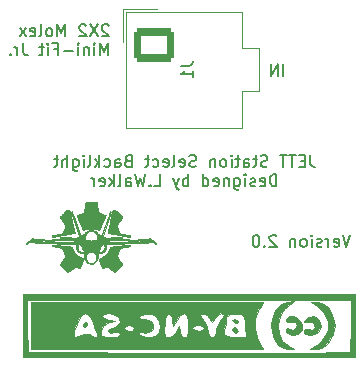
<source format=gbr>
%TF.GenerationSoftware,KiCad,Pcbnew,(6.0.9)*%
%TF.CreationDate,2022-12-26T19:32:52-09:00*%
%TF.ProjectId,PCB_ JETT STATION SELECT PLACARD,5043422c-204a-4455-9454-205354415449,rev?*%
%TF.SameCoordinates,Original*%
%TF.FileFunction,Legend,Bot*%
%TF.FilePolarity,Positive*%
%FSLAX46Y46*%
G04 Gerber Fmt 4.6, Leading zero omitted, Abs format (unit mm)*
G04 Created by KiCad (PCBNEW (6.0.9)) date 2022-12-26 19:32:52*
%MOMM*%
%LPD*%
G01*
G04 APERTURE LIST*
G04 Aperture macros list*
%AMRoundRect*
0 Rectangle with rounded corners*
0 $1 Rounding radius*
0 $2 $3 $4 $5 $6 $7 $8 $9 X,Y pos of 4 corners*
0 Add a 4 corners polygon primitive as box body*
4,1,4,$2,$3,$4,$5,$6,$7,$8,$9,$2,$3,0*
0 Add four circle primitives for the rounded corners*
1,1,$1+$1,$2,$3*
1,1,$1+$1,$4,$5*
1,1,$1+$1,$6,$7*
1,1,$1+$1,$8,$9*
0 Add four rect primitives between the rounded corners*
20,1,$1+$1,$2,$3,$4,$5,0*
20,1,$1+$1,$4,$5,$6,$7,0*
20,1,$1+$1,$6,$7,$8,$9,0*
20,1,$1+$1,$8,$9,$2,$3,0*%
G04 Aperture macros list end*
%ADD10C,0.150000*%
%ADD11C,0.120000*%
%ADD12C,0.010000*%
%ADD13RoundRect,0.300001X-1.399999X1.099999X-1.399999X-1.099999X1.399999X-1.099999X1.399999X1.099999X0*%
%ADD14O,3.400000X2.800000*%
G04 APERTURE END LIST*
D10*
X141190023Y-82562619D02*
X141142404Y-82515000D01*
X141047166Y-82467380D01*
X140809071Y-82467380D01*
X140713833Y-82515000D01*
X140666214Y-82562619D01*
X140618595Y-82657857D01*
X140618595Y-82753095D01*
X140666214Y-82895952D01*
X141237642Y-83467380D01*
X140618595Y-83467380D01*
X140285261Y-82467380D02*
X139618595Y-83467380D01*
X139618595Y-82467380D02*
X140285261Y-83467380D01*
X139285261Y-82562619D02*
X139237642Y-82515000D01*
X139142404Y-82467380D01*
X138904309Y-82467380D01*
X138809071Y-82515000D01*
X138761452Y-82562619D01*
X138713833Y-82657857D01*
X138713833Y-82753095D01*
X138761452Y-82895952D01*
X139332880Y-83467380D01*
X138713833Y-83467380D01*
X137523357Y-83467380D02*
X137523357Y-82467380D01*
X137190023Y-83181666D01*
X136856690Y-82467380D01*
X136856690Y-83467380D01*
X136237642Y-83467380D02*
X136332880Y-83419761D01*
X136380500Y-83372142D01*
X136428119Y-83276904D01*
X136428119Y-82991190D01*
X136380500Y-82895952D01*
X136332880Y-82848333D01*
X136237642Y-82800714D01*
X136094785Y-82800714D01*
X135999547Y-82848333D01*
X135951928Y-82895952D01*
X135904309Y-82991190D01*
X135904309Y-83276904D01*
X135951928Y-83372142D01*
X135999547Y-83419761D01*
X136094785Y-83467380D01*
X136237642Y-83467380D01*
X135332880Y-83467380D02*
X135428119Y-83419761D01*
X135475738Y-83324523D01*
X135475738Y-82467380D01*
X134570976Y-83419761D02*
X134666214Y-83467380D01*
X134856690Y-83467380D01*
X134951928Y-83419761D01*
X134999547Y-83324523D01*
X134999547Y-82943571D01*
X134951928Y-82848333D01*
X134856690Y-82800714D01*
X134666214Y-82800714D01*
X134570976Y-82848333D01*
X134523357Y-82943571D01*
X134523357Y-83038809D01*
X134999547Y-83134047D01*
X134190023Y-83467380D02*
X133666214Y-82800714D01*
X134190023Y-82800714D02*
X133666214Y-83467380D01*
X141142404Y-85077380D02*
X141142404Y-84077380D01*
X140809071Y-84791666D01*
X140475738Y-84077380D01*
X140475738Y-85077380D01*
X139999547Y-85077380D02*
X139999547Y-84410714D01*
X139999547Y-84077380D02*
X140047166Y-84125000D01*
X139999547Y-84172619D01*
X139951928Y-84125000D01*
X139999547Y-84077380D01*
X139999547Y-84172619D01*
X139523357Y-84410714D02*
X139523357Y-85077380D01*
X139523357Y-84505952D02*
X139475738Y-84458333D01*
X139380500Y-84410714D01*
X139237642Y-84410714D01*
X139142404Y-84458333D01*
X139094785Y-84553571D01*
X139094785Y-85077380D01*
X138618595Y-85077380D02*
X138618595Y-84410714D01*
X138618595Y-84077380D02*
X138666214Y-84125000D01*
X138618595Y-84172619D01*
X138570976Y-84125000D01*
X138618595Y-84077380D01*
X138618595Y-84172619D01*
X138142404Y-84696428D02*
X137380500Y-84696428D01*
X136570976Y-84553571D02*
X136904309Y-84553571D01*
X136904309Y-85077380D02*
X136904309Y-84077380D01*
X136428119Y-84077380D01*
X136047166Y-85077380D02*
X136047166Y-84410714D01*
X136047166Y-84077380D02*
X136094785Y-84125000D01*
X136047166Y-84172619D01*
X135999547Y-84125000D01*
X136047166Y-84077380D01*
X136047166Y-84172619D01*
X135713833Y-84410714D02*
X135332880Y-84410714D01*
X135570976Y-84077380D02*
X135570976Y-84934523D01*
X135523357Y-85029761D01*
X135428119Y-85077380D01*
X135332880Y-85077380D01*
X133951928Y-84077380D02*
X133951928Y-84791666D01*
X133999547Y-84934523D01*
X134094785Y-85029761D01*
X134237642Y-85077380D01*
X134332880Y-85077380D01*
X133475738Y-85077380D02*
X133475738Y-84410714D01*
X133475738Y-84601190D02*
X133428119Y-84505952D01*
X133380500Y-84458333D01*
X133285261Y-84410714D01*
X133190023Y-84410714D01*
X132856690Y-84982142D02*
X132809071Y-85029761D01*
X132856690Y-85077380D01*
X132904309Y-85029761D01*
X132856690Y-84982142D01*
X132856690Y-85077380D01*
X158267657Y-93541780D02*
X158267657Y-94256066D01*
X158315276Y-94398923D01*
X158410514Y-94494161D01*
X158553371Y-94541780D01*
X158648609Y-94541780D01*
X157791466Y-94017971D02*
X157458133Y-94017971D01*
X157315276Y-94541780D02*
X157791466Y-94541780D01*
X157791466Y-93541780D01*
X157315276Y-93541780D01*
X157029561Y-93541780D02*
X156458133Y-93541780D01*
X156743847Y-94541780D02*
X156743847Y-93541780D01*
X156267657Y-93541780D02*
X155696228Y-93541780D01*
X155981942Y-94541780D02*
X155981942Y-93541780D01*
X154648609Y-94494161D02*
X154505752Y-94541780D01*
X154267657Y-94541780D01*
X154172419Y-94494161D01*
X154124800Y-94446542D01*
X154077180Y-94351304D01*
X154077180Y-94256066D01*
X154124800Y-94160828D01*
X154172419Y-94113209D01*
X154267657Y-94065590D01*
X154458133Y-94017971D01*
X154553371Y-93970352D01*
X154600990Y-93922733D01*
X154648609Y-93827495D01*
X154648609Y-93732257D01*
X154600990Y-93637019D01*
X154553371Y-93589400D01*
X154458133Y-93541780D01*
X154220038Y-93541780D01*
X154077180Y-93589400D01*
X153791466Y-93875114D02*
X153410514Y-93875114D01*
X153648609Y-93541780D02*
X153648609Y-94398923D01*
X153600990Y-94494161D01*
X153505752Y-94541780D01*
X153410514Y-94541780D01*
X152648609Y-94541780D02*
X152648609Y-94017971D01*
X152696228Y-93922733D01*
X152791466Y-93875114D01*
X152981942Y-93875114D01*
X153077180Y-93922733D01*
X152648609Y-94494161D02*
X152743847Y-94541780D01*
X152981942Y-94541780D01*
X153077180Y-94494161D01*
X153124800Y-94398923D01*
X153124800Y-94303685D01*
X153077180Y-94208447D01*
X152981942Y-94160828D01*
X152743847Y-94160828D01*
X152648609Y-94113209D01*
X152315276Y-93875114D02*
X151934323Y-93875114D01*
X152172419Y-93541780D02*
X152172419Y-94398923D01*
X152124800Y-94494161D01*
X152029561Y-94541780D01*
X151934323Y-94541780D01*
X151600990Y-94541780D02*
X151600990Y-93875114D01*
X151600990Y-93541780D02*
X151648609Y-93589400D01*
X151600990Y-93637019D01*
X151553371Y-93589400D01*
X151600990Y-93541780D01*
X151600990Y-93637019D01*
X150981942Y-94541780D02*
X151077180Y-94494161D01*
X151124800Y-94446542D01*
X151172419Y-94351304D01*
X151172419Y-94065590D01*
X151124800Y-93970352D01*
X151077180Y-93922733D01*
X150981942Y-93875114D01*
X150839085Y-93875114D01*
X150743847Y-93922733D01*
X150696228Y-93970352D01*
X150648609Y-94065590D01*
X150648609Y-94351304D01*
X150696228Y-94446542D01*
X150743847Y-94494161D01*
X150839085Y-94541780D01*
X150981942Y-94541780D01*
X150220038Y-93875114D02*
X150220038Y-94541780D01*
X150220038Y-93970352D02*
X150172419Y-93922733D01*
X150077180Y-93875114D01*
X149934323Y-93875114D01*
X149839085Y-93922733D01*
X149791466Y-94017971D01*
X149791466Y-94541780D01*
X148600990Y-94494161D02*
X148458133Y-94541780D01*
X148220038Y-94541780D01*
X148124800Y-94494161D01*
X148077180Y-94446542D01*
X148029561Y-94351304D01*
X148029561Y-94256066D01*
X148077180Y-94160828D01*
X148124800Y-94113209D01*
X148220038Y-94065590D01*
X148410514Y-94017971D01*
X148505752Y-93970352D01*
X148553371Y-93922733D01*
X148600990Y-93827495D01*
X148600990Y-93732257D01*
X148553371Y-93637019D01*
X148505752Y-93589400D01*
X148410514Y-93541780D01*
X148172419Y-93541780D01*
X148029561Y-93589400D01*
X147220038Y-94494161D02*
X147315276Y-94541780D01*
X147505752Y-94541780D01*
X147600990Y-94494161D01*
X147648609Y-94398923D01*
X147648609Y-94017971D01*
X147600990Y-93922733D01*
X147505752Y-93875114D01*
X147315276Y-93875114D01*
X147220038Y-93922733D01*
X147172419Y-94017971D01*
X147172419Y-94113209D01*
X147648609Y-94208447D01*
X146600990Y-94541780D02*
X146696228Y-94494161D01*
X146743847Y-94398923D01*
X146743847Y-93541780D01*
X145839085Y-94494161D02*
X145934323Y-94541780D01*
X146124800Y-94541780D01*
X146220038Y-94494161D01*
X146267657Y-94398923D01*
X146267657Y-94017971D01*
X146220038Y-93922733D01*
X146124800Y-93875114D01*
X145934323Y-93875114D01*
X145839085Y-93922733D01*
X145791466Y-94017971D01*
X145791466Y-94113209D01*
X146267657Y-94208447D01*
X144934323Y-94494161D02*
X145029561Y-94541780D01*
X145220038Y-94541780D01*
X145315276Y-94494161D01*
X145362895Y-94446542D01*
X145410514Y-94351304D01*
X145410514Y-94065590D01*
X145362895Y-93970352D01*
X145315276Y-93922733D01*
X145220038Y-93875114D01*
X145029561Y-93875114D01*
X144934323Y-93922733D01*
X144648609Y-93875114D02*
X144267657Y-93875114D01*
X144505752Y-93541780D02*
X144505752Y-94398923D01*
X144458133Y-94494161D01*
X144362895Y-94541780D01*
X144267657Y-94541780D01*
X142839085Y-94017971D02*
X142696228Y-94065590D01*
X142648609Y-94113209D01*
X142600990Y-94208447D01*
X142600990Y-94351304D01*
X142648609Y-94446542D01*
X142696228Y-94494161D01*
X142791466Y-94541780D01*
X143172419Y-94541780D01*
X143172419Y-93541780D01*
X142839085Y-93541780D01*
X142743847Y-93589400D01*
X142696228Y-93637019D01*
X142648609Y-93732257D01*
X142648609Y-93827495D01*
X142696228Y-93922733D01*
X142743847Y-93970352D01*
X142839085Y-94017971D01*
X143172419Y-94017971D01*
X141743847Y-94541780D02*
X141743847Y-94017971D01*
X141791466Y-93922733D01*
X141886704Y-93875114D01*
X142077180Y-93875114D01*
X142172419Y-93922733D01*
X141743847Y-94494161D02*
X141839085Y-94541780D01*
X142077180Y-94541780D01*
X142172419Y-94494161D01*
X142220038Y-94398923D01*
X142220038Y-94303685D01*
X142172419Y-94208447D01*
X142077180Y-94160828D01*
X141839085Y-94160828D01*
X141743847Y-94113209D01*
X140839085Y-94494161D02*
X140934323Y-94541780D01*
X141124800Y-94541780D01*
X141220038Y-94494161D01*
X141267657Y-94446542D01*
X141315276Y-94351304D01*
X141315276Y-94065590D01*
X141267657Y-93970352D01*
X141220038Y-93922733D01*
X141124800Y-93875114D01*
X140934323Y-93875114D01*
X140839085Y-93922733D01*
X140410514Y-94541780D02*
X140410514Y-93541780D01*
X140315276Y-94160828D02*
X140029561Y-94541780D01*
X140029561Y-93875114D02*
X140410514Y-94256066D01*
X139458133Y-94541780D02*
X139553371Y-94494161D01*
X139600990Y-94398923D01*
X139600990Y-93541780D01*
X139077180Y-94541780D02*
X139077180Y-93875114D01*
X139077180Y-93541780D02*
X139124800Y-93589400D01*
X139077180Y-93637019D01*
X139029561Y-93589400D01*
X139077180Y-93541780D01*
X139077180Y-93637019D01*
X138172419Y-93875114D02*
X138172419Y-94684638D01*
X138220038Y-94779876D01*
X138267657Y-94827495D01*
X138362895Y-94875114D01*
X138505752Y-94875114D01*
X138600990Y-94827495D01*
X138172419Y-94494161D02*
X138267657Y-94541780D01*
X138458133Y-94541780D01*
X138553371Y-94494161D01*
X138600990Y-94446542D01*
X138648609Y-94351304D01*
X138648609Y-94065590D01*
X138600990Y-93970352D01*
X138553371Y-93922733D01*
X138458133Y-93875114D01*
X138267657Y-93875114D01*
X138172419Y-93922733D01*
X137696228Y-94541780D02*
X137696228Y-93541780D01*
X137267657Y-94541780D02*
X137267657Y-94017971D01*
X137315276Y-93922733D01*
X137410514Y-93875114D01*
X137553371Y-93875114D01*
X137648609Y-93922733D01*
X137696228Y-93970352D01*
X136934323Y-93875114D02*
X136553371Y-93875114D01*
X136791466Y-93541780D02*
X136791466Y-94398923D01*
X136743847Y-94494161D01*
X136648609Y-94541780D01*
X136553371Y-94541780D01*
X155410514Y-96151780D02*
X155410514Y-95151780D01*
X155172419Y-95151780D01*
X155029561Y-95199400D01*
X154934323Y-95294638D01*
X154886704Y-95389876D01*
X154839085Y-95580352D01*
X154839085Y-95723209D01*
X154886704Y-95913685D01*
X154934323Y-96008923D01*
X155029561Y-96104161D01*
X155172419Y-96151780D01*
X155410514Y-96151780D01*
X154029561Y-96104161D02*
X154124800Y-96151780D01*
X154315276Y-96151780D01*
X154410514Y-96104161D01*
X154458133Y-96008923D01*
X154458133Y-95627971D01*
X154410514Y-95532733D01*
X154315276Y-95485114D01*
X154124800Y-95485114D01*
X154029561Y-95532733D01*
X153981942Y-95627971D01*
X153981942Y-95723209D01*
X154458133Y-95818447D01*
X153600990Y-96104161D02*
X153505752Y-96151780D01*
X153315276Y-96151780D01*
X153220038Y-96104161D01*
X153172419Y-96008923D01*
X153172419Y-95961304D01*
X153220038Y-95866066D01*
X153315276Y-95818447D01*
X153458133Y-95818447D01*
X153553371Y-95770828D01*
X153600990Y-95675590D01*
X153600990Y-95627971D01*
X153553371Y-95532733D01*
X153458133Y-95485114D01*
X153315276Y-95485114D01*
X153220038Y-95532733D01*
X152743847Y-96151780D02*
X152743847Y-95485114D01*
X152743847Y-95151780D02*
X152791466Y-95199400D01*
X152743847Y-95247019D01*
X152696228Y-95199400D01*
X152743847Y-95151780D01*
X152743847Y-95247019D01*
X151839085Y-95485114D02*
X151839085Y-96294638D01*
X151886704Y-96389876D01*
X151934323Y-96437495D01*
X152029561Y-96485114D01*
X152172419Y-96485114D01*
X152267657Y-96437495D01*
X151839085Y-96104161D02*
X151934323Y-96151780D01*
X152124800Y-96151780D01*
X152220038Y-96104161D01*
X152267657Y-96056542D01*
X152315276Y-95961304D01*
X152315276Y-95675590D01*
X152267657Y-95580352D01*
X152220038Y-95532733D01*
X152124800Y-95485114D01*
X151934323Y-95485114D01*
X151839085Y-95532733D01*
X151362895Y-95485114D02*
X151362895Y-96151780D01*
X151362895Y-95580352D02*
X151315276Y-95532733D01*
X151220038Y-95485114D01*
X151077180Y-95485114D01*
X150981942Y-95532733D01*
X150934323Y-95627971D01*
X150934323Y-96151780D01*
X150077180Y-96104161D02*
X150172419Y-96151780D01*
X150362895Y-96151780D01*
X150458133Y-96104161D01*
X150505752Y-96008923D01*
X150505752Y-95627971D01*
X150458133Y-95532733D01*
X150362895Y-95485114D01*
X150172419Y-95485114D01*
X150077180Y-95532733D01*
X150029561Y-95627971D01*
X150029561Y-95723209D01*
X150505752Y-95818447D01*
X149172419Y-96151780D02*
X149172419Y-95151780D01*
X149172419Y-96104161D02*
X149267657Y-96151780D01*
X149458133Y-96151780D01*
X149553371Y-96104161D01*
X149600990Y-96056542D01*
X149648609Y-95961304D01*
X149648609Y-95675590D01*
X149600990Y-95580352D01*
X149553371Y-95532733D01*
X149458133Y-95485114D01*
X149267657Y-95485114D01*
X149172419Y-95532733D01*
X147934323Y-96151780D02*
X147934323Y-95151780D01*
X147934323Y-95532733D02*
X147839085Y-95485114D01*
X147648609Y-95485114D01*
X147553371Y-95532733D01*
X147505752Y-95580352D01*
X147458133Y-95675590D01*
X147458133Y-95961304D01*
X147505752Y-96056542D01*
X147553371Y-96104161D01*
X147648609Y-96151780D01*
X147839085Y-96151780D01*
X147934323Y-96104161D01*
X147124800Y-95485114D02*
X146886704Y-96151780D01*
X146648609Y-95485114D02*
X146886704Y-96151780D01*
X146981942Y-96389876D01*
X147029561Y-96437495D01*
X147124800Y-96485114D01*
X145029561Y-96151780D02*
X145505752Y-96151780D01*
X145505752Y-95151780D01*
X144696228Y-96056542D02*
X144648609Y-96104161D01*
X144696228Y-96151780D01*
X144743847Y-96104161D01*
X144696228Y-96056542D01*
X144696228Y-96151780D01*
X144315276Y-95151780D02*
X144077180Y-96151780D01*
X143886704Y-95437495D01*
X143696228Y-96151780D01*
X143458133Y-95151780D01*
X142648609Y-96151780D02*
X142648609Y-95627971D01*
X142696228Y-95532733D01*
X142791466Y-95485114D01*
X142981942Y-95485114D01*
X143077180Y-95532733D01*
X142648609Y-96104161D02*
X142743847Y-96151780D01*
X142981942Y-96151780D01*
X143077180Y-96104161D01*
X143124800Y-96008923D01*
X143124800Y-95913685D01*
X143077180Y-95818447D01*
X142981942Y-95770828D01*
X142743847Y-95770828D01*
X142648609Y-95723209D01*
X142029561Y-96151780D02*
X142124800Y-96104161D01*
X142172419Y-96008923D01*
X142172419Y-95151780D01*
X141648609Y-96151780D02*
X141648609Y-95151780D01*
X141553371Y-95770828D02*
X141267657Y-96151780D01*
X141267657Y-95485114D02*
X141648609Y-95866066D01*
X140458133Y-96104161D02*
X140553371Y-96151780D01*
X140743847Y-96151780D01*
X140839085Y-96104161D01*
X140886704Y-96008923D01*
X140886704Y-95627971D01*
X140839085Y-95532733D01*
X140743847Y-95485114D01*
X140553371Y-95485114D01*
X140458133Y-95532733D01*
X140410514Y-95627971D01*
X140410514Y-95723209D01*
X140886704Y-95818447D01*
X139981942Y-96151780D02*
X139981942Y-95485114D01*
X139981942Y-95675590D02*
X139934323Y-95580352D01*
X139886704Y-95532733D01*
X139791466Y-95485114D01*
X139696228Y-95485114D01*
X155971809Y-86812380D02*
X155971809Y-85812380D01*
X155495619Y-86812380D02*
X155495619Y-85812380D01*
X154924190Y-86812380D01*
X154924190Y-85812380D01*
X161670476Y-100290380D02*
X161337142Y-101290380D01*
X161003809Y-100290380D01*
X160289523Y-101242761D02*
X160384761Y-101290380D01*
X160575238Y-101290380D01*
X160670476Y-101242761D01*
X160718095Y-101147523D01*
X160718095Y-100766571D01*
X160670476Y-100671333D01*
X160575238Y-100623714D01*
X160384761Y-100623714D01*
X160289523Y-100671333D01*
X160241904Y-100766571D01*
X160241904Y-100861809D01*
X160718095Y-100957047D01*
X159813333Y-101290380D02*
X159813333Y-100623714D01*
X159813333Y-100814190D02*
X159765714Y-100718952D01*
X159718095Y-100671333D01*
X159622857Y-100623714D01*
X159527619Y-100623714D01*
X159241904Y-101242761D02*
X159146666Y-101290380D01*
X158956190Y-101290380D01*
X158860952Y-101242761D01*
X158813333Y-101147523D01*
X158813333Y-101099904D01*
X158860952Y-101004666D01*
X158956190Y-100957047D01*
X159099047Y-100957047D01*
X159194285Y-100909428D01*
X159241904Y-100814190D01*
X159241904Y-100766571D01*
X159194285Y-100671333D01*
X159099047Y-100623714D01*
X158956190Y-100623714D01*
X158860952Y-100671333D01*
X158384761Y-101290380D02*
X158384761Y-100623714D01*
X158384761Y-100290380D02*
X158432380Y-100338000D01*
X158384761Y-100385619D01*
X158337142Y-100338000D01*
X158384761Y-100290380D01*
X158384761Y-100385619D01*
X157765714Y-101290380D02*
X157860952Y-101242761D01*
X157908571Y-101195142D01*
X157956190Y-101099904D01*
X157956190Y-100814190D01*
X157908571Y-100718952D01*
X157860952Y-100671333D01*
X157765714Y-100623714D01*
X157622857Y-100623714D01*
X157527619Y-100671333D01*
X157480000Y-100718952D01*
X157432380Y-100814190D01*
X157432380Y-101099904D01*
X157480000Y-101195142D01*
X157527619Y-101242761D01*
X157622857Y-101290380D01*
X157765714Y-101290380D01*
X157003809Y-100623714D02*
X157003809Y-101290380D01*
X157003809Y-100718952D02*
X156956190Y-100671333D01*
X156860952Y-100623714D01*
X156718095Y-100623714D01*
X156622857Y-100671333D01*
X156575238Y-100766571D01*
X156575238Y-101290380D01*
X155384761Y-100385619D02*
X155337142Y-100338000D01*
X155241904Y-100290380D01*
X155003809Y-100290380D01*
X154908571Y-100338000D01*
X154860952Y-100385619D01*
X154813333Y-100480857D01*
X154813333Y-100576095D01*
X154860952Y-100718952D01*
X155432380Y-101290380D01*
X154813333Y-101290380D01*
X154384761Y-101195142D02*
X154337142Y-101242761D01*
X154384761Y-101290380D01*
X154432380Y-101242761D01*
X154384761Y-101195142D01*
X154384761Y-101290380D01*
X153718095Y-100290380D02*
X153622857Y-100290380D01*
X153527619Y-100338000D01*
X153480000Y-100385619D01*
X153432380Y-100480857D01*
X153384761Y-100671333D01*
X153384761Y-100909428D01*
X153432380Y-101099904D01*
X153480000Y-101195142D01*
X153527619Y-101242761D01*
X153622857Y-101290380D01*
X153718095Y-101290380D01*
X153813333Y-101242761D01*
X153860952Y-101195142D01*
X153908571Y-101099904D01*
X153956190Y-100909428D01*
X153956190Y-100671333D01*
X153908571Y-100480857D01*
X153860952Y-100385619D01*
X153813333Y-100338000D01*
X153718095Y-100290380D01*
%TO.C,J1*%
X147307004Y-85958666D02*
X148021290Y-85958666D01*
X148164147Y-85911047D01*
X148259385Y-85815809D01*
X148307004Y-85672952D01*
X148307004Y-85577714D01*
X148307004Y-86958666D02*
X148307004Y-86387238D01*
X148307004Y-86672952D02*
X147307004Y-86672952D01*
X147449862Y-86577714D01*
X147545100Y-86482476D01*
X147592719Y-86387238D01*
D11*
X153894000Y-88102000D02*
X153894000Y-86292000D01*
X152494000Y-81382000D02*
X152494000Y-84482000D01*
X142674000Y-86292000D02*
X142674000Y-91202000D01*
X142434000Y-83992000D02*
X142434000Y-81142000D01*
X152494000Y-91202000D02*
X152494000Y-88102000D01*
X153894000Y-84482000D02*
X153894000Y-86292000D01*
X142434000Y-81142000D02*
X145284000Y-81142000D01*
X142674000Y-86292000D02*
X142674000Y-81382000D01*
X152494000Y-88102000D02*
X153894000Y-88102000D01*
X142674000Y-81382000D02*
X152494000Y-81382000D01*
X142674000Y-91202000D02*
X152494000Y-91202000D01*
X152494000Y-84482000D02*
X153894000Y-84482000D01*
%TO.C,G1*%
G36*
X145020398Y-100823751D02*
G01*
X145053532Y-100848094D01*
X145084264Y-100870821D01*
X145111883Y-100891418D01*
X145135677Y-100909370D01*
X145154937Y-100924162D01*
X145168951Y-100935281D01*
X145177008Y-100942211D01*
X145190478Y-100956339D01*
X145200322Y-100970402D01*
X145206092Y-100984841D01*
X145207706Y-100991408D01*
X145209565Y-101003533D01*
X145209201Y-101011173D01*
X145208286Y-101012966D01*
X145199667Y-101018898D01*
X145184214Y-101021359D01*
X145162721Y-101020193D01*
X145155655Y-101019014D01*
X145148217Y-101016859D01*
X145139727Y-101013190D01*
X145129215Y-101007435D01*
X145115713Y-100999019D01*
X145098250Y-100987370D01*
X145075859Y-100971915D01*
X145047570Y-100952080D01*
X145041381Y-100947725D01*
X145014660Y-100929008D01*
X144993741Y-100914590D01*
X144977728Y-100903944D01*
X144965722Y-100896545D01*
X144956826Y-100891865D01*
X144950143Y-100889378D01*
X144944775Y-100888558D01*
X144939825Y-100888878D01*
X144937362Y-100889178D01*
X144926224Y-100890342D01*
X144907537Y-100892178D01*
X144881904Y-100894630D01*
X144849926Y-100897645D01*
X144812203Y-100901169D01*
X144769338Y-100905146D01*
X144721932Y-100909521D01*
X144670586Y-100914242D01*
X144615901Y-100919252D01*
X144558479Y-100924497D01*
X144498922Y-100929923D01*
X144437830Y-100935475D01*
X144375806Y-100941099D01*
X144313450Y-100946739D01*
X144251363Y-100952343D01*
X144190148Y-100957854D01*
X144130406Y-100963219D01*
X144072737Y-100968382D01*
X144017744Y-100973290D01*
X143966027Y-100977887D01*
X143918189Y-100982120D01*
X143874830Y-100985933D01*
X143836552Y-100989272D01*
X143803956Y-100992083D01*
X143777643Y-100994310D01*
X143767000Y-100995108D01*
X143744234Y-100996421D01*
X143715560Y-100997663D01*
X143680658Y-100998843D01*
X143639210Y-100999967D01*
X143590894Y-101001044D01*
X143535391Y-101002080D01*
X143472381Y-101003084D01*
X143401544Y-101004063D01*
X143322560Y-101005025D01*
X143258793Y-101005767D01*
X143189090Y-101006597D01*
X143116357Y-101007480D01*
X143042032Y-101008398D01*
X142967552Y-101009332D01*
X142894353Y-101010265D01*
X142823872Y-101011178D01*
X142757547Y-101012053D01*
X142696814Y-101012872D01*
X142643110Y-101013616D01*
X142596264Y-101014277D01*
X142466147Y-101016111D01*
X142344140Y-101017829D01*
X142229978Y-101019438D01*
X142123396Y-101020943D01*
X142024130Y-101022347D01*
X141931915Y-101023658D01*
X141846487Y-101024880D01*
X141767581Y-101026018D01*
X141694932Y-101027077D01*
X141628275Y-101028063D01*
X141567346Y-101028981D01*
X141511880Y-101029837D01*
X141461613Y-101030634D01*
X141416280Y-101031380D01*
X141375616Y-101032078D01*
X141339357Y-101032734D01*
X141307237Y-101033353D01*
X141278993Y-101033942D01*
X141254359Y-101034503D01*
X141233072Y-101035044D01*
X141214865Y-101035569D01*
X141199475Y-101036084D01*
X141186638Y-101036593D01*
X141176087Y-101037102D01*
X141167559Y-101037616D01*
X141160790Y-101038140D01*
X141155513Y-101038681D01*
X141151465Y-101039241D01*
X141148381Y-101039828D01*
X141145997Y-101040446D01*
X141144047Y-101041101D01*
X141142268Y-101041797D01*
X141140394Y-101042541D01*
X141138160Y-101043336D01*
X141120195Y-101048099D01*
X141091922Y-101053063D01*
X141058544Y-101056856D01*
X141021896Y-101059278D01*
X140983810Y-101060129D01*
X140965552Y-101060214D01*
X140949669Y-101060460D01*
X140938915Y-101060830D01*
X140934960Y-101061284D01*
X140935175Y-101062050D01*
X140937567Y-101068747D01*
X140942050Y-101080724D01*
X140947918Y-101096090D01*
X140957157Y-101121687D01*
X140973564Y-101179130D01*
X140983959Y-101235794D01*
X140988117Y-101290212D01*
X140985809Y-101340913D01*
X140984250Y-101353293D01*
X140981325Y-101370886D01*
X140979752Y-101380352D01*
X140973607Y-101406014D01*
X140965273Y-101431662D01*
X140954206Y-101458679D01*
X140939864Y-101488448D01*
X140921705Y-101522354D01*
X140899186Y-101561779D01*
X140884336Y-101586473D01*
X140866276Y-101613680D01*
X140847759Y-101637710D01*
X140826716Y-101661201D01*
X140801077Y-101686789D01*
X140763950Y-101719661D01*
X140711827Y-101756981D01*
X140655666Y-101787448D01*
X140594186Y-101811835D01*
X140561042Y-101821766D01*
X140502945Y-101833556D01*
X140446267Y-101837916D01*
X140391814Y-101834807D01*
X140340392Y-101824190D01*
X140331699Y-101821733D01*
X140316634Y-101817811D01*
X140305868Y-101815467D01*
X140301303Y-101815142D01*
X140300953Y-101816022D01*
X140299813Y-101823567D01*
X140298483Y-101837358D01*
X140297060Y-101855770D01*
X140295640Y-101877182D01*
X140294320Y-101899969D01*
X140293195Y-101922509D01*
X140292364Y-101943178D01*
X140291921Y-101960354D01*
X140291963Y-101972413D01*
X140292710Y-101995525D01*
X140293488Y-102037639D01*
X140293046Y-102074047D01*
X140291134Y-102106579D01*
X140288207Y-102131163D01*
X140287505Y-102137063D01*
X140281909Y-102167329D01*
X140274098Y-102199203D01*
X140263824Y-102234516D01*
X140250838Y-102275096D01*
X140238455Y-102310471D01*
X140217194Y-102363164D01*
X140193976Y-102412245D01*
X140169587Y-102456100D01*
X140144813Y-102493113D01*
X140134688Y-102506099D01*
X140111511Y-102533200D01*
X140084645Y-102562026D01*
X140055827Y-102590864D01*
X140026795Y-102618003D01*
X139999287Y-102641732D01*
X139975040Y-102660339D01*
X139962997Y-102668595D01*
X139913504Y-102698613D01*
X139863230Y-102723185D01*
X139813731Y-102741617D01*
X139766560Y-102753216D01*
X139741720Y-102755899D01*
X139709347Y-102756278D01*
X139674888Y-102754124D01*
X139641426Y-102749638D01*
X139612043Y-102743025D01*
X139579621Y-102732416D01*
X139520084Y-102706258D01*
X139461933Y-102671836D01*
X139405104Y-102629112D01*
X139349535Y-102578046D01*
X139320503Y-102547634D01*
X139284119Y-102504609D01*
X139253186Y-102460945D01*
X139226239Y-102414510D01*
X139201812Y-102363170D01*
X139186761Y-102326728D01*
X139166607Y-102271057D01*
X139150056Y-102216281D01*
X139137380Y-102163592D01*
X139134272Y-102145579D01*
X139245114Y-102145579D01*
X139249702Y-102195741D01*
X139259608Y-102248945D01*
X139274652Y-102304201D01*
X139294651Y-102360520D01*
X139319428Y-102416913D01*
X139338048Y-102451872D01*
X139369446Y-102499824D01*
X139405624Y-102544670D01*
X139445677Y-102585667D01*
X139488698Y-102622068D01*
X139533779Y-102653130D01*
X139580014Y-102678106D01*
X139626496Y-102696252D01*
X139672318Y-102706822D01*
X139685975Y-102708623D01*
X139708487Y-102710304D01*
X139729355Y-102709580D01*
X139752855Y-102706429D01*
X139784024Y-102699388D01*
X139830410Y-102682555D01*
X139877083Y-102658491D01*
X139923147Y-102627813D01*
X139967705Y-102591139D01*
X140009862Y-102549087D01*
X140048722Y-102502277D01*
X140054503Y-102494439D01*
X140086276Y-102444424D01*
X140114147Y-102387718D01*
X140138387Y-102323780D01*
X140141414Y-102314580D01*
X140154540Y-102271591D01*
X140164078Y-102233710D01*
X140170397Y-102198981D01*
X140173867Y-102165450D01*
X140174860Y-102131163D01*
X140174760Y-102116378D01*
X140174206Y-102097154D01*
X140172765Y-102081813D01*
X140169973Y-102067504D01*
X140165364Y-102051378D01*
X140158474Y-102030583D01*
X140143750Y-101993012D01*
X140125131Y-101954657D01*
X140103799Y-101917527D01*
X140080852Y-101883389D01*
X140057390Y-101854012D01*
X140034512Y-101831165D01*
X140016257Y-101817232D01*
X139981333Y-101796566D01*
X139940308Y-101778070D01*
X139894559Y-101762200D01*
X139845462Y-101749408D01*
X139794394Y-101740149D01*
X139742732Y-101734878D01*
X139716569Y-101733968D01*
X139660748Y-101736128D01*
X139604341Y-101743422D01*
X139549041Y-101755443D01*
X139496542Y-101771782D01*
X139448536Y-101792032D01*
X139406718Y-101815785D01*
X139398559Y-101821628D01*
X139374039Y-101843666D01*
X139349172Y-101871983D01*
X139324925Y-101905072D01*
X139302266Y-101941422D01*
X139282160Y-101979527D01*
X139265574Y-102017876D01*
X139253475Y-102054963D01*
X139252610Y-102058335D01*
X139246023Y-102099447D01*
X139245114Y-102145579D01*
X139134272Y-102145579D01*
X139128854Y-102114182D01*
X139124752Y-102069243D01*
X139125346Y-102029966D01*
X139125616Y-102026686D01*
X139126926Y-102006691D01*
X139127608Y-101986115D01*
X139127648Y-101963387D01*
X139127030Y-101936936D01*
X139125738Y-101905191D01*
X139123757Y-101866580D01*
X139122658Y-101848489D01*
X139121244Y-101832357D01*
X139119584Y-101822468D01*
X139117454Y-101817582D01*
X139114627Y-101816461D01*
X139113448Y-101816637D01*
X139104740Y-101818498D01*
X139090926Y-101821840D01*
X139074410Y-101826087D01*
X139027485Y-101835105D01*
X138972292Y-101838034D01*
X138915386Y-101833480D01*
X138857589Y-101821615D01*
X138799721Y-101802616D01*
X138742605Y-101776656D01*
X138687060Y-101743908D01*
X138667881Y-101729725D01*
X138645182Y-101710426D01*
X138621122Y-101688000D01*
X138597331Y-101664087D01*
X138575437Y-101640324D01*
X138557069Y-101618350D01*
X138543855Y-101599805D01*
X138518714Y-101558468D01*
X138495284Y-101517686D01*
X138476310Y-101481414D01*
X138461383Y-101448523D01*
X138450091Y-101417885D01*
X138442024Y-101388369D01*
X138437892Y-101365149D01*
X138567084Y-101365149D01*
X138569383Y-101400405D01*
X138574646Y-101430546D01*
X138587857Y-101471677D01*
X138611295Y-101520986D01*
X138641938Y-101567428D01*
X138679104Y-101609837D01*
X138680797Y-101611512D01*
X138725850Y-101650237D01*
X138775815Y-101682972D01*
X138829260Y-101708898D01*
X138884750Y-101727199D01*
X138930277Y-101736054D01*
X138977131Y-101739470D01*
X139021458Y-101736842D01*
X139062048Y-101728247D01*
X139097693Y-101713761D01*
X139107658Y-101708341D01*
X139113640Y-101703720D01*
X139114308Y-101701402D01*
X140300745Y-101701402D01*
X140301747Y-101702177D01*
X140310197Y-101706971D01*
X140323516Y-101713325D01*
X140339205Y-101720141D01*
X140354764Y-101726324D01*
X140367693Y-101730777D01*
X140386555Y-101734948D01*
X140412604Y-101738155D01*
X140441047Y-101739723D01*
X140468750Y-101739488D01*
X140492577Y-101737286D01*
X140494786Y-101736934D01*
X140540178Y-101726454D01*
X140587475Y-101709898D01*
X140634163Y-101688278D01*
X140677728Y-101662610D01*
X140703213Y-101643578D01*
X140731436Y-101618440D01*
X140758572Y-101590519D01*
X140782474Y-101562034D01*
X140800994Y-101535205D01*
X140810756Y-101518046D01*
X140832675Y-101470003D01*
X140846844Y-101421158D01*
X140853310Y-101370886D01*
X140852124Y-101318566D01*
X140843334Y-101263574D01*
X140826990Y-101205286D01*
X140824911Y-101199262D01*
X140818338Y-101181646D01*
X140810336Y-101161605D01*
X140801553Y-101140610D01*
X140792636Y-101120133D01*
X140784236Y-101101645D01*
X140777000Y-101086617D01*
X140771577Y-101076522D01*
X140768614Y-101072829D01*
X140766721Y-101073347D01*
X140757868Y-101076120D01*
X140742835Y-101080963D01*
X140722757Y-101087509D01*
X140698771Y-101095386D01*
X140672012Y-101104227D01*
X140656851Y-101109221D01*
X140629898Y-101117955D01*
X140605503Y-101125681D01*
X140585032Y-101131975D01*
X140569852Y-101136414D01*
X140561329Y-101138573D01*
X140558842Y-101139075D01*
X140547977Y-101143362D01*
X140543400Y-101150566D01*
X140542753Y-101153475D01*
X140540350Y-101164281D01*
X140536564Y-101181320D01*
X140531677Y-101203306D01*
X140525978Y-101228955D01*
X140519751Y-101256979D01*
X140509251Y-101303208D01*
X140498278Y-101348771D01*
X140488167Y-101387392D01*
X140478693Y-101419834D01*
X140469632Y-101446858D01*
X140460761Y-101469225D01*
X140451855Y-101487696D01*
X140433893Y-101518864D01*
X140411556Y-101553917D01*
X140386612Y-101590238D01*
X140360717Y-101625415D01*
X140335525Y-101657040D01*
X140332238Y-101660983D01*
X140319511Y-101676486D01*
X140309380Y-101689206D01*
X140302804Y-101697920D01*
X140302430Y-101698552D01*
X140300745Y-101701402D01*
X139114308Y-101701402D01*
X139115130Y-101698552D01*
X139111907Y-101691338D01*
X139103750Y-101680580D01*
X139090436Y-101664782D01*
X139070905Y-101640782D01*
X139044943Y-101606446D01*
X139019075Y-101569878D01*
X138995244Y-101533839D01*
X138975390Y-101501092D01*
X138968506Y-101488648D01*
X138960684Y-101473153D01*
X138953497Y-101456903D01*
X138946658Y-101438954D01*
X138939880Y-101418364D01*
X138932877Y-101394188D01*
X138925362Y-101365483D01*
X138917048Y-101331306D01*
X138907648Y-101290714D01*
X138896876Y-101242762D01*
X138874882Y-101143878D01*
X138807429Y-101123458D01*
X138797068Y-101120294D01*
X138769642Y-101111700D01*
X138742279Y-101102858D01*
X138717667Y-101094644D01*
X138698492Y-101087934D01*
X138685687Y-101083345D01*
X138669908Y-101077915D01*
X138658318Y-101074204D01*
X138652790Y-101072829D01*
X138650084Y-101074599D01*
X138644217Y-101083135D01*
X138636589Y-101097607D01*
X138627712Y-101116753D01*
X138618101Y-101139311D01*
X138608269Y-101164018D01*
X138598729Y-101189612D01*
X138589996Y-101214832D01*
X138582582Y-101238414D01*
X138577002Y-101259096D01*
X138571220Y-101290508D01*
X138567709Y-101327583D01*
X138567084Y-101365149D01*
X138437892Y-101365149D01*
X138436770Y-101358846D01*
X138433919Y-101328186D01*
X138433060Y-101295262D01*
X138433262Y-101282239D01*
X138434529Y-101256522D01*
X138436703Y-101231350D01*
X138439482Y-101210680D01*
X138442406Y-101196555D01*
X138448304Y-101173098D01*
X138455922Y-101146035D01*
X138464540Y-101117800D01*
X138473438Y-101090823D01*
X138481895Y-101067538D01*
X138482371Y-101066079D01*
X138482009Y-101063376D01*
X138478456Y-101061640D01*
X138470393Y-101060661D01*
X138456501Y-101060227D01*
X138435463Y-101060129D01*
X138404490Y-101059572D01*
X138367228Y-101057437D01*
X138332962Y-101053888D01*
X138303503Y-101049120D01*
X138280660Y-101043330D01*
X138280628Y-101043319D01*
X138277284Y-101042233D01*
X138273882Y-101041237D01*
X138270041Y-101040321D01*
X138265378Y-101039475D01*
X138259511Y-101038690D01*
X138252058Y-101037957D01*
X138242636Y-101037265D01*
X138230864Y-101036606D01*
X138216358Y-101035969D01*
X138198738Y-101035345D01*
X138177621Y-101034724D01*
X138152624Y-101034097D01*
X138123366Y-101033455D01*
X138089464Y-101032787D01*
X138050536Y-101032084D01*
X138006199Y-101031337D01*
X137956072Y-101030535D01*
X137899773Y-101029670D01*
X137836919Y-101028731D01*
X137767128Y-101027709D01*
X137690017Y-101026595D01*
X137605206Y-101025379D01*
X137512310Y-101024051D01*
X137491748Y-101023757D01*
X137379758Y-101022158D01*
X137275657Y-101020674D01*
X137178957Y-101019299D01*
X137089166Y-101018025D01*
X137005797Y-101016846D01*
X136928358Y-101015756D01*
X136856360Y-101014748D01*
X136789313Y-101013816D01*
X136726727Y-101012952D01*
X136668114Y-101012150D01*
X136612982Y-101011404D01*
X136560842Y-101010707D01*
X136511204Y-101010053D01*
X136463579Y-101009434D01*
X136417477Y-101008845D01*
X136372408Y-101008278D01*
X136327882Y-101007727D01*
X136283410Y-101007185D01*
X136238502Y-101006647D01*
X136192667Y-101006105D01*
X136145416Y-101005552D01*
X136096260Y-101004982D01*
X136039374Y-101004310D01*
X135976354Y-101003514D01*
X135920595Y-101002737D01*
X135871430Y-101001963D01*
X135828193Y-101001173D01*
X135790218Y-101000350D01*
X135756839Y-100999475D01*
X135727390Y-100998531D01*
X135701204Y-100997501D01*
X135677616Y-100996366D01*
X135655960Y-100995109D01*
X135635569Y-100993712D01*
X135615777Y-100992156D01*
X135603701Y-100991131D01*
X135581121Y-100989166D01*
X135551348Y-100986541D01*
X135515082Y-100983319D01*
X135473022Y-100979564D01*
X135425868Y-100975338D01*
X135374317Y-100970706D01*
X135319070Y-100965730D01*
X135260826Y-100960474D01*
X135200283Y-100955001D01*
X135138141Y-100949374D01*
X135075099Y-100943658D01*
X135011855Y-100937915D01*
X134949110Y-100932208D01*
X134887562Y-100926602D01*
X134827911Y-100921159D01*
X134770855Y-100915942D01*
X134717094Y-100911016D01*
X134667326Y-100906443D01*
X134622251Y-100902287D01*
X134582568Y-100898611D01*
X134548977Y-100895479D01*
X134464310Y-100887548D01*
X134371947Y-100952403D01*
X134371163Y-100952954D01*
X134343154Y-100972543D01*
X134321018Y-100987784D01*
X134303775Y-100999250D01*
X134290445Y-101007519D01*
X134280049Y-101013165D01*
X134271607Y-101016764D01*
X134264139Y-101018891D01*
X134256666Y-101020122D01*
X134238407Y-101021573D01*
X134222442Y-101019982D01*
X134213171Y-101014265D01*
X134210000Y-101004000D01*
X134212334Y-100988768D01*
X134220208Y-100968382D01*
X134234463Y-100948089D01*
X134255726Y-100928985D01*
X134256281Y-100928565D01*
X134276130Y-100913651D01*
X134300429Y-100895630D01*
X134328472Y-100875008D01*
X134359554Y-100852290D01*
X134392969Y-100827984D01*
X134428012Y-100802595D01*
X134463977Y-100776629D01*
X134466537Y-100774787D01*
X134759640Y-100774787D01*
X134759815Y-100774837D01*
X134765633Y-100775463D01*
X134779305Y-100776659D01*
X134800332Y-100778386D01*
X134828212Y-100780606D01*
X134862446Y-100783281D01*
X134902533Y-100786372D01*
X134947973Y-100789841D01*
X134998265Y-100793650D01*
X135052910Y-100797761D01*
X135111406Y-100802136D01*
X135173254Y-100806736D01*
X135237953Y-100811522D01*
X135305003Y-100816458D01*
X135848610Y-100856373D01*
X137017010Y-100867314D01*
X137043713Y-100867564D01*
X137142313Y-100868486D01*
X137238724Y-100869385D01*
X137332597Y-100870259D01*
X137423583Y-100871105D01*
X137511335Y-100871918D01*
X137595503Y-100872696D01*
X137675738Y-100873437D01*
X137751692Y-100874135D01*
X137823016Y-100874790D01*
X137889361Y-100875396D01*
X137950378Y-100875951D01*
X138005719Y-100876452D01*
X138055035Y-100876896D01*
X138097977Y-100877279D01*
X138134197Y-100877599D01*
X138163345Y-100877851D01*
X138185074Y-100878034D01*
X138199033Y-100878143D01*
X138204875Y-100878175D01*
X138224340Y-100878096D01*
X138226903Y-100826238D01*
X138228182Y-100807561D01*
X138230735Y-100783069D01*
X138233952Y-100760651D01*
X138237427Y-100743503D01*
X138238164Y-100740596D01*
X138241420Y-100726203D01*
X138243123Y-100715797D01*
X138242915Y-100711462D01*
X138241165Y-100711449D01*
X138231702Y-100711638D01*
X138214351Y-100712077D01*
X138189466Y-100712754D01*
X138157402Y-100713661D01*
X138118514Y-100714784D01*
X138073155Y-100716115D01*
X138021680Y-100717642D01*
X137964445Y-100719355D01*
X137901802Y-100721242D01*
X137834107Y-100723294D01*
X137761713Y-100725500D01*
X137684977Y-100727848D01*
X137604251Y-100730328D01*
X137519891Y-100732930D01*
X137432251Y-100735642D01*
X137341685Y-100738455D01*
X137248548Y-100741357D01*
X137153194Y-100744337D01*
X136065945Y-100778377D01*
X135459861Y-100756186D01*
X135398631Y-100753938D01*
X135329140Y-100751368D01*
X135262187Y-100748874D01*
X135198266Y-100746475D01*
X135137869Y-100744190D01*
X135081491Y-100742038D01*
X135029625Y-100740038D01*
X134982765Y-100738210D01*
X134941404Y-100736572D01*
X134906037Y-100735143D01*
X134877156Y-100733944D01*
X134855255Y-100732992D01*
X134840829Y-100732308D01*
X134834370Y-100731910D01*
X134827673Y-100731330D01*
X134819093Y-100731731D01*
X134810914Y-100734581D01*
X134800803Y-100740830D01*
X134786424Y-100751428D01*
X134781255Y-100755393D01*
X134769645Y-100764752D01*
X134761956Y-100771639D01*
X134759640Y-100774787D01*
X134466537Y-100774787D01*
X134500158Y-100750593D01*
X134535850Y-100724993D01*
X134570348Y-100700333D01*
X134602945Y-100677122D01*
X134632936Y-100655865D01*
X134659615Y-100637068D01*
X134682278Y-100621237D01*
X134700217Y-100608878D01*
X134712729Y-100600497D01*
X134719106Y-100596601D01*
X134725991Y-100593515D01*
X134746382Y-100587509D01*
X134763149Y-100587388D01*
X134775434Y-100592846D01*
X134782374Y-100603579D01*
X134783109Y-100619282D01*
X134781328Y-100631416D01*
X134832369Y-100634008D01*
X134837509Y-100634249D01*
X134852607Y-100634892D01*
X134875312Y-100635816D01*
X134905087Y-100637000D01*
X134941397Y-100638422D01*
X134983704Y-100640063D01*
X135031473Y-100641902D01*
X135084167Y-100643919D01*
X135141250Y-100646092D01*
X135202186Y-100648402D01*
X135266438Y-100650827D01*
X135333470Y-100653348D01*
X135402746Y-100655944D01*
X135473729Y-100658593D01*
X136064049Y-100680586D01*
X136709863Y-100660648D01*
X136734548Y-100659885D01*
X136807231Y-100657642D01*
X136877516Y-100655474D01*
X136944938Y-100653394D01*
X137009031Y-100651418D01*
X137069326Y-100649560D01*
X137125358Y-100647833D01*
X137176660Y-100646254D01*
X137222766Y-100644835D01*
X137263208Y-100643591D01*
X137297521Y-100642538D01*
X137325237Y-100641688D01*
X137345891Y-100641056D01*
X137359015Y-100640657D01*
X137364144Y-100640506D01*
X137364553Y-100640494D01*
X137368180Y-100640088D01*
X137367604Y-100639145D01*
X137362303Y-100637564D01*
X137351760Y-100635244D01*
X137335454Y-100632084D01*
X137312866Y-100627983D01*
X137283477Y-100622840D01*
X137246768Y-100616555D01*
X137202219Y-100609025D01*
X137190655Y-100607083D01*
X137152472Y-100600686D01*
X137121716Y-100595429D01*
X137097677Y-100591013D01*
X137079642Y-100587142D01*
X137066901Y-100583518D01*
X137058742Y-100579843D01*
X137054454Y-100575820D01*
X137053324Y-100571151D01*
X137054641Y-100565539D01*
X137057695Y-100558686D01*
X137061772Y-100550295D01*
X137068494Y-100537506D01*
X137083882Y-100517584D01*
X137103191Y-100504054D01*
X137127974Y-100495636D01*
X137142847Y-100492799D01*
X137172284Y-100488851D01*
X137209657Y-100485367D01*
X137254654Y-100482371D01*
X137306959Y-100479886D01*
X137366260Y-100477935D01*
X137378324Y-100477639D01*
X137393534Y-100477361D01*
X137409054Y-100477211D01*
X137425335Y-100477210D01*
X137442830Y-100477378D01*
X137461992Y-100477737D01*
X137483272Y-100478307D01*
X137507123Y-100479110D01*
X137533998Y-100480165D01*
X137564349Y-100481495D01*
X137598627Y-100483119D01*
X137637287Y-100485059D01*
X137680779Y-100487335D01*
X137729556Y-100489968D01*
X137784071Y-100492980D01*
X137844776Y-100496391D01*
X137912123Y-100500221D01*
X137986564Y-100504492D01*
X138068553Y-100509224D01*
X138158541Y-100514439D01*
X138461872Y-100532041D01*
X138551288Y-100486069D01*
X138566337Y-100478288D01*
X138591225Y-100465223D01*
X138613429Y-100453325D01*
X138631733Y-100443259D01*
X138644918Y-100435687D01*
X138651767Y-100431275D01*
X138662832Y-100422452D01*
X138655134Y-100396468D01*
X139218665Y-100396468D01*
X139218761Y-100425130D01*
X139218823Y-100432603D01*
X139219879Y-100471676D01*
X139222058Y-100511534D01*
X139225211Y-100551019D01*
X139229188Y-100588977D01*
X139233842Y-100624251D01*
X139239021Y-100655683D01*
X139244577Y-100682119D01*
X139250362Y-100702400D01*
X139256224Y-100715372D01*
X139256528Y-100715797D01*
X139259804Y-100720383D01*
X139264415Y-100725292D01*
X139270283Y-100729534D01*
X139278064Y-100733200D01*
X139288413Y-100736382D01*
X139301984Y-100739172D01*
X139319431Y-100741663D01*
X139341410Y-100743944D01*
X139368576Y-100746109D01*
X139401582Y-100748248D01*
X139441084Y-100750455D01*
X139487736Y-100752819D01*
X139542193Y-100755434D01*
X139563189Y-100756419D01*
X139600471Y-100758133D01*
X139634835Y-100759667D01*
X139665358Y-100760982D01*
X139691117Y-100762040D01*
X139711188Y-100762802D01*
X139724649Y-100763231D01*
X139730577Y-100763286D01*
X139732080Y-100763179D01*
X139742398Y-100762540D01*
X139759624Y-100761546D01*
X139782556Y-100760262D01*
X139809989Y-100758753D01*
X139840719Y-100757083D01*
X139873542Y-100755318D01*
X139907254Y-100753522D01*
X139940651Y-100751760D01*
X139972529Y-100750097D01*
X140001683Y-100748597D01*
X140026910Y-100747327D01*
X140029206Y-100747211D01*
X140056208Y-100745638D01*
X140081226Y-100743809D01*
X140102638Y-100741871D01*
X140118828Y-100739967D01*
X140128177Y-100738245D01*
X140147251Y-100728987D01*
X140163010Y-100713368D01*
X140164065Y-100711154D01*
X141177132Y-100711154D01*
X141177164Y-100713402D01*
X141178496Y-100722423D01*
X141181056Y-100736686D01*
X141184541Y-100754417D01*
X141188012Y-100774281D01*
X141191800Y-100807033D01*
X141193194Y-100837486D01*
X141193194Y-100878096D01*
X141333952Y-100877506D01*
X141350728Y-100877413D01*
X141375730Y-100877239D01*
X141408348Y-100876990D01*
X141448153Y-100876669D01*
X141494719Y-100876280D01*
X141547615Y-100875827D01*
X141606414Y-100875313D01*
X141670689Y-100874744D01*
X141740010Y-100874122D01*
X141813949Y-100873451D01*
X141892079Y-100872735D01*
X141973970Y-100871979D01*
X142059196Y-100871186D01*
X142147327Y-100870359D01*
X142237936Y-100869503D01*
X142330593Y-100868622D01*
X142424872Y-100867719D01*
X142520343Y-100866798D01*
X143565977Y-100856681D01*
X144113976Y-100816453D01*
X144129915Y-100815282D01*
X144196719Y-100810367D01*
X144261049Y-100805618D01*
X144322407Y-100801073D01*
X144380297Y-100796769D01*
X144434220Y-100792745D01*
X144483680Y-100789036D01*
X144528178Y-100785682D01*
X144567217Y-100782720D01*
X144600299Y-100780186D01*
X144626927Y-100778118D01*
X144646604Y-100776554D01*
X144658831Y-100775532D01*
X144663112Y-100775088D01*
X144662868Y-100774556D01*
X144658127Y-100770174D01*
X144648608Y-100762474D01*
X144635813Y-100752688D01*
X144607377Y-100731423D01*
X143981219Y-100754913D01*
X143355062Y-100778403D01*
X142266719Y-100744377D01*
X142206191Y-100742486D01*
X142112171Y-100739553D01*
X142020599Y-100736704D01*
X141931829Y-100733948D01*
X141846216Y-100731296D01*
X141764113Y-100728759D01*
X141685873Y-100726348D01*
X141611851Y-100724073D01*
X141542400Y-100721946D01*
X141477874Y-100719977D01*
X141418627Y-100718177D01*
X141365012Y-100716557D01*
X141317383Y-100715127D01*
X141276095Y-100713899D01*
X141241500Y-100712883D01*
X141213952Y-100712089D01*
X141193806Y-100711529D01*
X141181415Y-100711214D01*
X141177132Y-100711154D01*
X140164065Y-100711154D01*
X140172452Y-100693557D01*
X140174973Y-100683529D01*
X140181439Y-100652164D01*
X140187203Y-100616165D01*
X140192168Y-100576974D01*
X140196238Y-100536029D01*
X140199317Y-100494768D01*
X140201308Y-100454632D01*
X140202116Y-100417059D01*
X140201644Y-100383489D01*
X140199795Y-100355360D01*
X140196475Y-100334113D01*
X140192677Y-100319947D01*
X140179598Y-100283485D01*
X140161254Y-100243515D01*
X140138415Y-100201496D01*
X140111846Y-100158886D01*
X140082316Y-100117143D01*
X140054385Y-100082456D01*
X140026631Y-100053566D01*
X139997080Y-100028938D01*
X139963538Y-100006747D01*
X139923810Y-99985164D01*
X139870497Y-99960976D01*
X139815623Y-99942282D01*
X139762495Y-99931169D01*
X139710184Y-99927576D01*
X139657763Y-99931445D01*
X139604303Y-99942716D01*
X139548877Y-99961331D01*
X139542412Y-99963907D01*
X139487804Y-99989068D01*
X139439369Y-100017757D01*
X139397772Y-100049531D01*
X139363684Y-100083949D01*
X139361339Y-100086737D01*
X139329111Y-100128336D01*
X139298578Y-100173598D01*
X139271022Y-100220357D01*
X139247729Y-100266445D01*
X139229981Y-100309696D01*
X139228507Y-100313884D01*
X139224859Y-100324900D01*
X139222219Y-100334910D01*
X139220433Y-100345494D01*
X139219348Y-100358229D01*
X139218809Y-100374694D01*
X139218665Y-100396468D01*
X138655134Y-100396468D01*
X138352741Y-99375706D01*
X138042650Y-98328961D01*
X138054681Y-98316403D01*
X138063169Y-98308776D01*
X138072291Y-98305200D01*
X138085382Y-98305096D01*
X138104051Y-98306346D01*
X138321011Y-98915946D01*
X138325220Y-98927772D01*
X138369178Y-99051277D01*
X138410397Y-99167074D01*
X138448967Y-99275410D01*
X138484976Y-99376531D01*
X138518513Y-99470685D01*
X138549668Y-99558117D01*
X138578530Y-99639075D01*
X138605188Y-99713805D01*
X138629730Y-99782554D01*
X138652247Y-99845569D01*
X138672828Y-99903096D01*
X138691560Y-99955382D01*
X138708535Y-100002674D01*
X138723840Y-100045218D01*
X138737565Y-100083261D01*
X138749799Y-100117051D01*
X138760631Y-100146832D01*
X138770150Y-100172853D01*
X138778446Y-100195360D01*
X138785607Y-100214600D01*
X138791723Y-100230818D01*
X138796883Y-100244263D01*
X138801176Y-100255181D01*
X138804691Y-100263818D01*
X138807517Y-100270421D01*
X138809744Y-100275236D01*
X138811460Y-100278512D01*
X138812755Y-100280493D01*
X138813717Y-100281428D01*
X138814437Y-100281562D01*
X138848496Y-100272952D01*
X138894387Y-100264397D01*
X138945236Y-100257649D01*
X138999213Y-100252945D01*
X139054491Y-100250521D01*
X139102305Y-100249480D01*
X139118696Y-100219614D01*
X139137915Y-100187936D01*
X139164177Y-100150729D01*
X139194176Y-100112936D01*
X139226152Y-100076652D01*
X139258343Y-100043973D01*
X139288989Y-100016993D01*
X139303530Y-100006068D01*
X139339969Y-99982940D01*
X139382613Y-99960522D01*
X139429927Y-99939468D01*
X139480375Y-99920432D01*
X139532420Y-99904069D01*
X139584527Y-99891033D01*
X139598181Y-99888428D01*
X139634647Y-99883818D01*
X139675677Y-99881225D01*
X139718714Y-99880651D01*
X139761201Y-99882094D01*
X139800580Y-99885555D01*
X139834293Y-99891033D01*
X139877925Y-99901811D01*
X139924946Y-99916093D01*
X139971627Y-99932761D01*
X140016354Y-99951148D01*
X140057512Y-99970589D01*
X140093486Y-99990417D01*
X140122661Y-100009967D01*
X140150671Y-100033514D01*
X140182198Y-100064393D01*
X140214209Y-100099708D01*
X140245233Y-100137742D01*
X140273796Y-100176775D01*
X140298428Y-100215091D01*
X140318853Y-100249526D01*
X140363382Y-100250504D01*
X140372865Y-100250750D01*
X140412131Y-100252499D01*
X140451220Y-100255317D01*
X140488752Y-100259033D01*
X140523344Y-100263474D01*
X140553615Y-100268468D01*
X140578183Y-100273844D01*
X140595666Y-100279429D01*
X140598226Y-100280476D01*
X140607150Y-100283694D01*
X140611227Y-100284427D01*
X140611599Y-100283491D01*
X140614376Y-100275917D01*
X140619677Y-100261237D01*
X140627289Y-100240048D01*
X140637000Y-100212944D01*
X140648597Y-100180522D01*
X140661866Y-100143375D01*
X140676596Y-100102101D01*
X140692572Y-100057294D01*
X140709582Y-100009549D01*
X140727414Y-99959463D01*
X140729874Y-99952550D01*
X140741163Y-99920831D01*
X140754542Y-99883247D01*
X140769844Y-99840258D01*
X140786906Y-99792328D01*
X140805565Y-99739916D01*
X140825655Y-99683485D01*
X140847011Y-99623496D01*
X140869471Y-99560410D01*
X140892870Y-99494688D01*
X140917043Y-99426792D01*
X140941826Y-99357184D01*
X140967055Y-99286324D01*
X140992566Y-99214674D01*
X141018193Y-99142696D01*
X141043774Y-99070851D01*
X141069144Y-98999600D01*
X141094138Y-98929404D01*
X141118592Y-98860725D01*
X141142342Y-98794025D01*
X141165224Y-98729764D01*
X141187073Y-98668404D01*
X141207725Y-98610407D01*
X141227016Y-98556234D01*
X141244781Y-98506346D01*
X141260857Y-98461204D01*
X141275078Y-98421271D01*
X141287281Y-98387007D01*
X141297302Y-98358873D01*
X141304976Y-98337332D01*
X141310139Y-98322844D01*
X141312626Y-98315871D01*
X141312835Y-98315294D01*
X141316662Y-98308114D01*
X141323001Y-98304942D01*
X141334806Y-98304229D01*
X141351214Y-98306916D01*
X141364452Y-98314254D01*
X141372545Y-98324843D01*
X141373838Y-98337281D01*
X141373362Y-98339058D01*
X141370686Y-98348393D01*
X141365761Y-98365311D01*
X141358689Y-98389466D01*
X141349573Y-98420514D01*
X141338513Y-98458110D01*
X141325612Y-98501909D01*
X141310972Y-98551566D01*
X141294694Y-98606736D01*
X141276880Y-98667075D01*
X141257632Y-98732236D01*
X141237053Y-98801876D01*
X141215243Y-98875650D01*
X141192305Y-98953211D01*
X141168340Y-99034217D01*
X141143451Y-99118321D01*
X141117739Y-99205178D01*
X141091306Y-99294444D01*
X141064253Y-99385774D01*
X140758739Y-100417059D01*
X140757018Y-100422869D01*
X140766614Y-100430429D01*
X140770270Y-100432807D01*
X140781188Y-100439032D01*
X140797706Y-100447989D01*
X140818653Y-100459053D01*
X140842862Y-100471604D01*
X140869162Y-100485018D01*
X140962113Y-100532045D01*
X141078712Y-100525103D01*
X141121228Y-100522585D01*
X141177184Y-100519303D01*
X141236753Y-100515840D01*
X141298929Y-100512252D01*
X141362707Y-100508596D01*
X141427082Y-100504929D01*
X141491048Y-100501308D01*
X141553600Y-100497790D01*
X141613732Y-100494430D01*
X141670439Y-100491286D01*
X141722716Y-100488414D01*
X141769557Y-100485872D01*
X141809956Y-100483715D01*
X141842910Y-100482001D01*
X141848093Y-100481738D01*
X141891245Y-100479687D01*
X141928395Y-100478258D01*
X141961745Y-100477431D01*
X141993495Y-100477187D01*
X142025844Y-100477507D01*
X142060993Y-100478373D01*
X142101143Y-100479765D01*
X142122216Y-100480613D01*
X142174717Y-100483238D01*
X142219054Y-100486298D01*
X142255441Y-100489814D01*
X142284094Y-100493811D01*
X142305227Y-100498312D01*
X142319056Y-100503340D01*
X142324319Y-100506614D01*
X142338130Y-100519526D01*
X142351035Y-100536778D01*
X142361114Y-100555545D01*
X142366443Y-100573000D01*
X142366496Y-100573330D01*
X142367043Y-100575487D01*
X142367418Y-100577327D01*
X142366993Y-100578987D01*
X142365140Y-100580602D01*
X142361230Y-100582308D01*
X142354635Y-100584242D01*
X142344726Y-100586540D01*
X142330875Y-100589337D01*
X142312454Y-100592770D01*
X142288834Y-100596975D01*
X142259386Y-100602087D01*
X142223482Y-100608244D01*
X142180494Y-100615580D01*
X142129793Y-100624232D01*
X142126108Y-100624862D01*
X142101514Y-100629134D01*
X142080300Y-100632926D01*
X142063708Y-100636007D01*
X142052980Y-100638148D01*
X142049360Y-100639118D01*
X142050238Y-100639192D01*
X142058119Y-100639539D01*
X142073804Y-100640125D01*
X142096835Y-100640933D01*
X142126758Y-100641950D01*
X142163114Y-100643161D01*
X142205447Y-100644551D01*
X142253301Y-100646105D01*
X142306219Y-100647808D01*
X142363744Y-100649645D01*
X142425419Y-100651603D01*
X142490789Y-100653665D01*
X142559395Y-100655818D01*
X142630782Y-100658046D01*
X142704493Y-100660334D01*
X143358544Y-100680589D01*
X143946977Y-100658601D01*
X143987615Y-100657081D01*
X144057574Y-100654456D01*
X144125519Y-100651897D01*
X144190912Y-100649426D01*
X144253216Y-100647061D01*
X144311893Y-100644825D01*
X144366407Y-100642737D01*
X144416221Y-100640819D01*
X144460796Y-100639091D01*
X144499597Y-100637573D01*
X144532085Y-100636287D01*
X144557725Y-100635253D01*
X144575977Y-100634491D01*
X144586306Y-100634023D01*
X144637203Y-100631433D01*
X144637203Y-100615599D01*
X144637235Y-100613874D01*
X144639089Y-100601595D01*
X144642916Y-100592881D01*
X144646770Y-100589718D01*
X144659127Y-100586410D01*
X144675680Y-100587479D01*
X144694371Y-100592925D01*
X144700694Y-100596459D01*
X144713333Y-100604622D01*
X144731390Y-100616829D01*
X144754153Y-100632565D01*
X144780913Y-100651315D01*
X144810957Y-100672565D01*
X144843576Y-100695800D01*
X144878058Y-100720507D01*
X144913692Y-100746169D01*
X144949767Y-100772274D01*
X144953638Y-100775088D01*
X144985573Y-100798306D01*
X145020398Y-100823751D01*
G37*
D12*
X145020398Y-100823751D02*
X145053532Y-100848094D01*
X145084264Y-100870821D01*
X145111883Y-100891418D01*
X145135677Y-100909370D01*
X145154937Y-100924162D01*
X145168951Y-100935281D01*
X145177008Y-100942211D01*
X145190478Y-100956339D01*
X145200322Y-100970402D01*
X145206092Y-100984841D01*
X145207706Y-100991408D01*
X145209565Y-101003533D01*
X145209201Y-101011173D01*
X145208286Y-101012966D01*
X145199667Y-101018898D01*
X145184214Y-101021359D01*
X145162721Y-101020193D01*
X145155655Y-101019014D01*
X145148217Y-101016859D01*
X145139727Y-101013190D01*
X145129215Y-101007435D01*
X145115713Y-100999019D01*
X145098250Y-100987370D01*
X145075859Y-100971915D01*
X145047570Y-100952080D01*
X145041381Y-100947725D01*
X145014660Y-100929008D01*
X144993741Y-100914590D01*
X144977728Y-100903944D01*
X144965722Y-100896545D01*
X144956826Y-100891865D01*
X144950143Y-100889378D01*
X144944775Y-100888558D01*
X144939825Y-100888878D01*
X144937362Y-100889178D01*
X144926224Y-100890342D01*
X144907537Y-100892178D01*
X144881904Y-100894630D01*
X144849926Y-100897645D01*
X144812203Y-100901169D01*
X144769338Y-100905146D01*
X144721932Y-100909521D01*
X144670586Y-100914242D01*
X144615901Y-100919252D01*
X144558479Y-100924497D01*
X144498922Y-100929923D01*
X144437830Y-100935475D01*
X144375806Y-100941099D01*
X144313450Y-100946739D01*
X144251363Y-100952343D01*
X144190148Y-100957854D01*
X144130406Y-100963219D01*
X144072737Y-100968382D01*
X144017744Y-100973290D01*
X143966027Y-100977887D01*
X143918189Y-100982120D01*
X143874830Y-100985933D01*
X143836552Y-100989272D01*
X143803956Y-100992083D01*
X143777643Y-100994310D01*
X143767000Y-100995108D01*
X143744234Y-100996421D01*
X143715560Y-100997663D01*
X143680658Y-100998843D01*
X143639210Y-100999967D01*
X143590894Y-101001044D01*
X143535391Y-101002080D01*
X143472381Y-101003084D01*
X143401544Y-101004063D01*
X143322560Y-101005025D01*
X143258793Y-101005767D01*
X143189090Y-101006597D01*
X143116357Y-101007480D01*
X143042032Y-101008398D01*
X142967552Y-101009332D01*
X142894353Y-101010265D01*
X142823872Y-101011178D01*
X142757547Y-101012053D01*
X142696814Y-101012872D01*
X142643110Y-101013616D01*
X142596264Y-101014277D01*
X142466147Y-101016111D01*
X142344140Y-101017829D01*
X142229978Y-101019438D01*
X142123396Y-101020943D01*
X142024130Y-101022347D01*
X141931915Y-101023658D01*
X141846487Y-101024880D01*
X141767581Y-101026018D01*
X141694932Y-101027077D01*
X141628275Y-101028063D01*
X141567346Y-101028981D01*
X141511880Y-101029837D01*
X141461613Y-101030634D01*
X141416280Y-101031380D01*
X141375616Y-101032078D01*
X141339357Y-101032734D01*
X141307237Y-101033353D01*
X141278993Y-101033942D01*
X141254359Y-101034503D01*
X141233072Y-101035044D01*
X141214865Y-101035569D01*
X141199475Y-101036084D01*
X141186638Y-101036593D01*
X141176087Y-101037102D01*
X141167559Y-101037616D01*
X141160790Y-101038140D01*
X141155513Y-101038681D01*
X141151465Y-101039241D01*
X141148381Y-101039828D01*
X141145997Y-101040446D01*
X141144047Y-101041101D01*
X141142268Y-101041797D01*
X141140394Y-101042541D01*
X141138160Y-101043336D01*
X141120195Y-101048099D01*
X141091922Y-101053063D01*
X141058544Y-101056856D01*
X141021896Y-101059278D01*
X140983810Y-101060129D01*
X140965552Y-101060214D01*
X140949669Y-101060460D01*
X140938915Y-101060830D01*
X140934960Y-101061284D01*
X140935175Y-101062050D01*
X140937567Y-101068747D01*
X140942050Y-101080724D01*
X140947918Y-101096090D01*
X140957157Y-101121687D01*
X140973564Y-101179130D01*
X140983959Y-101235794D01*
X140988117Y-101290212D01*
X140985809Y-101340913D01*
X140984250Y-101353293D01*
X140981325Y-101370886D01*
X140979752Y-101380352D01*
X140973607Y-101406014D01*
X140965273Y-101431662D01*
X140954206Y-101458679D01*
X140939864Y-101488448D01*
X140921705Y-101522354D01*
X140899186Y-101561779D01*
X140884336Y-101586473D01*
X140866276Y-101613680D01*
X140847759Y-101637710D01*
X140826716Y-101661201D01*
X140801077Y-101686789D01*
X140763950Y-101719661D01*
X140711827Y-101756981D01*
X140655666Y-101787448D01*
X140594186Y-101811835D01*
X140561042Y-101821766D01*
X140502945Y-101833556D01*
X140446267Y-101837916D01*
X140391814Y-101834807D01*
X140340392Y-101824190D01*
X140331699Y-101821733D01*
X140316634Y-101817811D01*
X140305868Y-101815467D01*
X140301303Y-101815142D01*
X140300953Y-101816022D01*
X140299813Y-101823567D01*
X140298483Y-101837358D01*
X140297060Y-101855770D01*
X140295640Y-101877182D01*
X140294320Y-101899969D01*
X140293195Y-101922509D01*
X140292364Y-101943178D01*
X140291921Y-101960354D01*
X140291963Y-101972413D01*
X140292710Y-101995525D01*
X140293488Y-102037639D01*
X140293046Y-102074047D01*
X140291134Y-102106579D01*
X140288207Y-102131163D01*
X140287505Y-102137063D01*
X140281909Y-102167329D01*
X140274098Y-102199203D01*
X140263824Y-102234516D01*
X140250838Y-102275096D01*
X140238455Y-102310471D01*
X140217194Y-102363164D01*
X140193976Y-102412245D01*
X140169587Y-102456100D01*
X140144813Y-102493113D01*
X140134688Y-102506099D01*
X140111511Y-102533200D01*
X140084645Y-102562026D01*
X140055827Y-102590864D01*
X140026795Y-102618003D01*
X139999287Y-102641732D01*
X139975040Y-102660339D01*
X139962997Y-102668595D01*
X139913504Y-102698613D01*
X139863230Y-102723185D01*
X139813731Y-102741617D01*
X139766560Y-102753216D01*
X139741720Y-102755899D01*
X139709347Y-102756278D01*
X139674888Y-102754124D01*
X139641426Y-102749638D01*
X139612043Y-102743025D01*
X139579621Y-102732416D01*
X139520084Y-102706258D01*
X139461933Y-102671836D01*
X139405104Y-102629112D01*
X139349535Y-102578046D01*
X139320503Y-102547634D01*
X139284119Y-102504609D01*
X139253186Y-102460945D01*
X139226239Y-102414510D01*
X139201812Y-102363170D01*
X139186761Y-102326728D01*
X139166607Y-102271057D01*
X139150056Y-102216281D01*
X139137380Y-102163592D01*
X139134272Y-102145579D01*
X139245114Y-102145579D01*
X139249702Y-102195741D01*
X139259608Y-102248945D01*
X139274652Y-102304201D01*
X139294651Y-102360520D01*
X139319428Y-102416913D01*
X139338048Y-102451872D01*
X139369446Y-102499824D01*
X139405624Y-102544670D01*
X139445677Y-102585667D01*
X139488698Y-102622068D01*
X139533779Y-102653130D01*
X139580014Y-102678106D01*
X139626496Y-102696252D01*
X139672318Y-102706822D01*
X139685975Y-102708623D01*
X139708487Y-102710304D01*
X139729355Y-102709580D01*
X139752855Y-102706429D01*
X139784024Y-102699388D01*
X139830410Y-102682555D01*
X139877083Y-102658491D01*
X139923147Y-102627813D01*
X139967705Y-102591139D01*
X140009862Y-102549087D01*
X140048722Y-102502277D01*
X140054503Y-102494439D01*
X140086276Y-102444424D01*
X140114147Y-102387718D01*
X140138387Y-102323780D01*
X140141414Y-102314580D01*
X140154540Y-102271591D01*
X140164078Y-102233710D01*
X140170397Y-102198981D01*
X140173867Y-102165450D01*
X140174860Y-102131163D01*
X140174760Y-102116378D01*
X140174206Y-102097154D01*
X140172765Y-102081813D01*
X140169973Y-102067504D01*
X140165364Y-102051378D01*
X140158474Y-102030583D01*
X140143750Y-101993012D01*
X140125131Y-101954657D01*
X140103799Y-101917527D01*
X140080852Y-101883389D01*
X140057390Y-101854012D01*
X140034512Y-101831165D01*
X140016257Y-101817232D01*
X139981333Y-101796566D01*
X139940308Y-101778070D01*
X139894559Y-101762200D01*
X139845462Y-101749408D01*
X139794394Y-101740149D01*
X139742732Y-101734878D01*
X139716569Y-101733968D01*
X139660748Y-101736128D01*
X139604341Y-101743422D01*
X139549041Y-101755443D01*
X139496542Y-101771782D01*
X139448536Y-101792032D01*
X139406718Y-101815785D01*
X139398559Y-101821628D01*
X139374039Y-101843666D01*
X139349172Y-101871983D01*
X139324925Y-101905072D01*
X139302266Y-101941422D01*
X139282160Y-101979527D01*
X139265574Y-102017876D01*
X139253475Y-102054963D01*
X139252610Y-102058335D01*
X139246023Y-102099447D01*
X139245114Y-102145579D01*
X139134272Y-102145579D01*
X139128854Y-102114182D01*
X139124752Y-102069243D01*
X139125346Y-102029966D01*
X139125616Y-102026686D01*
X139126926Y-102006691D01*
X139127608Y-101986115D01*
X139127648Y-101963387D01*
X139127030Y-101936936D01*
X139125738Y-101905191D01*
X139123757Y-101866580D01*
X139122658Y-101848489D01*
X139121244Y-101832357D01*
X139119584Y-101822468D01*
X139117454Y-101817582D01*
X139114627Y-101816461D01*
X139113448Y-101816637D01*
X139104740Y-101818498D01*
X139090926Y-101821840D01*
X139074410Y-101826087D01*
X139027485Y-101835105D01*
X138972292Y-101838034D01*
X138915386Y-101833480D01*
X138857589Y-101821615D01*
X138799721Y-101802616D01*
X138742605Y-101776656D01*
X138687060Y-101743908D01*
X138667881Y-101729725D01*
X138645182Y-101710426D01*
X138621122Y-101688000D01*
X138597331Y-101664087D01*
X138575437Y-101640324D01*
X138557069Y-101618350D01*
X138543855Y-101599805D01*
X138518714Y-101558468D01*
X138495284Y-101517686D01*
X138476310Y-101481414D01*
X138461383Y-101448523D01*
X138450091Y-101417885D01*
X138442024Y-101388369D01*
X138437892Y-101365149D01*
X138567084Y-101365149D01*
X138569383Y-101400405D01*
X138574646Y-101430546D01*
X138587857Y-101471677D01*
X138611295Y-101520986D01*
X138641938Y-101567428D01*
X138679104Y-101609837D01*
X138680797Y-101611512D01*
X138725850Y-101650237D01*
X138775815Y-101682972D01*
X138829260Y-101708898D01*
X138884750Y-101727199D01*
X138930277Y-101736054D01*
X138977131Y-101739470D01*
X139021458Y-101736842D01*
X139062048Y-101728247D01*
X139097693Y-101713761D01*
X139107658Y-101708341D01*
X139113640Y-101703720D01*
X139114308Y-101701402D01*
X140300745Y-101701402D01*
X140301747Y-101702177D01*
X140310197Y-101706971D01*
X140323516Y-101713325D01*
X140339205Y-101720141D01*
X140354764Y-101726324D01*
X140367693Y-101730777D01*
X140386555Y-101734948D01*
X140412604Y-101738155D01*
X140441047Y-101739723D01*
X140468750Y-101739488D01*
X140492577Y-101737286D01*
X140494786Y-101736934D01*
X140540178Y-101726454D01*
X140587475Y-101709898D01*
X140634163Y-101688278D01*
X140677728Y-101662610D01*
X140703213Y-101643578D01*
X140731436Y-101618440D01*
X140758572Y-101590519D01*
X140782474Y-101562034D01*
X140800994Y-101535205D01*
X140810756Y-101518046D01*
X140832675Y-101470003D01*
X140846844Y-101421158D01*
X140853310Y-101370886D01*
X140852124Y-101318566D01*
X140843334Y-101263574D01*
X140826990Y-101205286D01*
X140824911Y-101199262D01*
X140818338Y-101181646D01*
X140810336Y-101161605D01*
X140801553Y-101140610D01*
X140792636Y-101120133D01*
X140784236Y-101101645D01*
X140777000Y-101086617D01*
X140771577Y-101076522D01*
X140768614Y-101072829D01*
X140766721Y-101073347D01*
X140757868Y-101076120D01*
X140742835Y-101080963D01*
X140722757Y-101087509D01*
X140698771Y-101095386D01*
X140672012Y-101104227D01*
X140656851Y-101109221D01*
X140629898Y-101117955D01*
X140605503Y-101125681D01*
X140585032Y-101131975D01*
X140569852Y-101136414D01*
X140561329Y-101138573D01*
X140558842Y-101139075D01*
X140547977Y-101143362D01*
X140543400Y-101150566D01*
X140542753Y-101153475D01*
X140540350Y-101164281D01*
X140536564Y-101181320D01*
X140531677Y-101203306D01*
X140525978Y-101228955D01*
X140519751Y-101256979D01*
X140509251Y-101303208D01*
X140498278Y-101348771D01*
X140488167Y-101387392D01*
X140478693Y-101419834D01*
X140469632Y-101446858D01*
X140460761Y-101469225D01*
X140451855Y-101487696D01*
X140433893Y-101518864D01*
X140411556Y-101553917D01*
X140386612Y-101590238D01*
X140360717Y-101625415D01*
X140335525Y-101657040D01*
X140332238Y-101660983D01*
X140319511Y-101676486D01*
X140309380Y-101689206D01*
X140302804Y-101697920D01*
X140302430Y-101698552D01*
X140300745Y-101701402D01*
X139114308Y-101701402D01*
X139115130Y-101698552D01*
X139111907Y-101691338D01*
X139103750Y-101680580D01*
X139090436Y-101664782D01*
X139070905Y-101640782D01*
X139044943Y-101606446D01*
X139019075Y-101569878D01*
X138995244Y-101533839D01*
X138975390Y-101501092D01*
X138968506Y-101488648D01*
X138960684Y-101473153D01*
X138953497Y-101456903D01*
X138946658Y-101438954D01*
X138939880Y-101418364D01*
X138932877Y-101394188D01*
X138925362Y-101365483D01*
X138917048Y-101331306D01*
X138907648Y-101290714D01*
X138896876Y-101242762D01*
X138874882Y-101143878D01*
X138807429Y-101123458D01*
X138797068Y-101120294D01*
X138769642Y-101111700D01*
X138742279Y-101102858D01*
X138717667Y-101094644D01*
X138698492Y-101087934D01*
X138685687Y-101083345D01*
X138669908Y-101077915D01*
X138658318Y-101074204D01*
X138652790Y-101072829D01*
X138650084Y-101074599D01*
X138644217Y-101083135D01*
X138636589Y-101097607D01*
X138627712Y-101116753D01*
X138618101Y-101139311D01*
X138608269Y-101164018D01*
X138598729Y-101189612D01*
X138589996Y-101214832D01*
X138582582Y-101238414D01*
X138577002Y-101259096D01*
X138571220Y-101290508D01*
X138567709Y-101327583D01*
X138567084Y-101365149D01*
X138437892Y-101365149D01*
X138436770Y-101358846D01*
X138433919Y-101328186D01*
X138433060Y-101295262D01*
X138433262Y-101282239D01*
X138434529Y-101256522D01*
X138436703Y-101231350D01*
X138439482Y-101210680D01*
X138442406Y-101196555D01*
X138448304Y-101173098D01*
X138455922Y-101146035D01*
X138464540Y-101117800D01*
X138473438Y-101090823D01*
X138481895Y-101067538D01*
X138482371Y-101066079D01*
X138482009Y-101063376D01*
X138478456Y-101061640D01*
X138470393Y-101060661D01*
X138456501Y-101060227D01*
X138435463Y-101060129D01*
X138404490Y-101059572D01*
X138367228Y-101057437D01*
X138332962Y-101053888D01*
X138303503Y-101049120D01*
X138280660Y-101043330D01*
X138280628Y-101043319D01*
X138277284Y-101042233D01*
X138273882Y-101041237D01*
X138270041Y-101040321D01*
X138265378Y-101039475D01*
X138259511Y-101038690D01*
X138252058Y-101037957D01*
X138242636Y-101037265D01*
X138230864Y-101036606D01*
X138216358Y-101035969D01*
X138198738Y-101035345D01*
X138177621Y-101034724D01*
X138152624Y-101034097D01*
X138123366Y-101033455D01*
X138089464Y-101032787D01*
X138050536Y-101032084D01*
X138006199Y-101031337D01*
X137956072Y-101030535D01*
X137899773Y-101029670D01*
X137836919Y-101028731D01*
X137767128Y-101027709D01*
X137690017Y-101026595D01*
X137605206Y-101025379D01*
X137512310Y-101024051D01*
X137491748Y-101023757D01*
X137379758Y-101022158D01*
X137275657Y-101020674D01*
X137178957Y-101019299D01*
X137089166Y-101018025D01*
X137005797Y-101016846D01*
X136928358Y-101015756D01*
X136856360Y-101014748D01*
X136789313Y-101013816D01*
X136726727Y-101012952D01*
X136668114Y-101012150D01*
X136612982Y-101011404D01*
X136560842Y-101010707D01*
X136511204Y-101010053D01*
X136463579Y-101009434D01*
X136417477Y-101008845D01*
X136372408Y-101008278D01*
X136327882Y-101007727D01*
X136283410Y-101007185D01*
X136238502Y-101006647D01*
X136192667Y-101006105D01*
X136145416Y-101005552D01*
X136096260Y-101004982D01*
X136039374Y-101004310D01*
X135976354Y-101003514D01*
X135920595Y-101002737D01*
X135871430Y-101001963D01*
X135828193Y-101001173D01*
X135790218Y-101000350D01*
X135756839Y-100999475D01*
X135727390Y-100998531D01*
X135701204Y-100997501D01*
X135677616Y-100996366D01*
X135655960Y-100995109D01*
X135635569Y-100993712D01*
X135615777Y-100992156D01*
X135603701Y-100991131D01*
X135581121Y-100989166D01*
X135551348Y-100986541D01*
X135515082Y-100983319D01*
X135473022Y-100979564D01*
X135425868Y-100975338D01*
X135374317Y-100970706D01*
X135319070Y-100965730D01*
X135260826Y-100960474D01*
X135200283Y-100955001D01*
X135138141Y-100949374D01*
X135075099Y-100943658D01*
X135011855Y-100937915D01*
X134949110Y-100932208D01*
X134887562Y-100926602D01*
X134827911Y-100921159D01*
X134770855Y-100915942D01*
X134717094Y-100911016D01*
X134667326Y-100906443D01*
X134622251Y-100902287D01*
X134582568Y-100898611D01*
X134548977Y-100895479D01*
X134464310Y-100887548D01*
X134371947Y-100952403D01*
X134371163Y-100952954D01*
X134343154Y-100972543D01*
X134321018Y-100987784D01*
X134303775Y-100999250D01*
X134290445Y-101007519D01*
X134280049Y-101013165D01*
X134271607Y-101016764D01*
X134264139Y-101018891D01*
X134256666Y-101020122D01*
X134238407Y-101021573D01*
X134222442Y-101019982D01*
X134213171Y-101014265D01*
X134210000Y-101004000D01*
X134212334Y-100988768D01*
X134220208Y-100968382D01*
X134234463Y-100948089D01*
X134255726Y-100928985D01*
X134256281Y-100928565D01*
X134276130Y-100913651D01*
X134300429Y-100895630D01*
X134328472Y-100875008D01*
X134359554Y-100852290D01*
X134392969Y-100827984D01*
X134428012Y-100802595D01*
X134463977Y-100776629D01*
X134466537Y-100774787D01*
X134759640Y-100774787D01*
X134759815Y-100774837D01*
X134765633Y-100775463D01*
X134779305Y-100776659D01*
X134800332Y-100778386D01*
X134828212Y-100780606D01*
X134862446Y-100783281D01*
X134902533Y-100786372D01*
X134947973Y-100789841D01*
X134998265Y-100793650D01*
X135052910Y-100797761D01*
X135111406Y-100802136D01*
X135173254Y-100806736D01*
X135237953Y-100811522D01*
X135305003Y-100816458D01*
X135848610Y-100856373D01*
X137017010Y-100867314D01*
X137043713Y-100867564D01*
X137142313Y-100868486D01*
X137238724Y-100869385D01*
X137332597Y-100870259D01*
X137423583Y-100871105D01*
X137511335Y-100871918D01*
X137595503Y-100872696D01*
X137675738Y-100873437D01*
X137751692Y-100874135D01*
X137823016Y-100874790D01*
X137889361Y-100875396D01*
X137950378Y-100875951D01*
X138005719Y-100876452D01*
X138055035Y-100876896D01*
X138097977Y-100877279D01*
X138134197Y-100877599D01*
X138163345Y-100877851D01*
X138185074Y-100878034D01*
X138199033Y-100878143D01*
X138204875Y-100878175D01*
X138224340Y-100878096D01*
X138226903Y-100826238D01*
X138228182Y-100807561D01*
X138230735Y-100783069D01*
X138233952Y-100760651D01*
X138237427Y-100743503D01*
X138238164Y-100740596D01*
X138241420Y-100726203D01*
X138243123Y-100715797D01*
X138242915Y-100711462D01*
X138241165Y-100711449D01*
X138231702Y-100711638D01*
X138214351Y-100712077D01*
X138189466Y-100712754D01*
X138157402Y-100713661D01*
X138118514Y-100714784D01*
X138073155Y-100716115D01*
X138021680Y-100717642D01*
X137964445Y-100719355D01*
X137901802Y-100721242D01*
X137834107Y-100723294D01*
X137761713Y-100725500D01*
X137684977Y-100727848D01*
X137604251Y-100730328D01*
X137519891Y-100732930D01*
X137432251Y-100735642D01*
X137341685Y-100738455D01*
X137248548Y-100741357D01*
X137153194Y-100744337D01*
X136065945Y-100778377D01*
X135459861Y-100756186D01*
X135398631Y-100753938D01*
X135329140Y-100751368D01*
X135262187Y-100748874D01*
X135198266Y-100746475D01*
X135137869Y-100744190D01*
X135081491Y-100742038D01*
X135029625Y-100740038D01*
X134982765Y-100738210D01*
X134941404Y-100736572D01*
X134906037Y-100735143D01*
X134877156Y-100733944D01*
X134855255Y-100732992D01*
X134840829Y-100732308D01*
X134834370Y-100731910D01*
X134827673Y-100731330D01*
X134819093Y-100731731D01*
X134810914Y-100734581D01*
X134800803Y-100740830D01*
X134786424Y-100751428D01*
X134781255Y-100755393D01*
X134769645Y-100764752D01*
X134761956Y-100771639D01*
X134759640Y-100774787D01*
X134466537Y-100774787D01*
X134500158Y-100750593D01*
X134535850Y-100724993D01*
X134570348Y-100700333D01*
X134602945Y-100677122D01*
X134632936Y-100655865D01*
X134659615Y-100637068D01*
X134682278Y-100621237D01*
X134700217Y-100608878D01*
X134712729Y-100600497D01*
X134719106Y-100596601D01*
X134725991Y-100593515D01*
X134746382Y-100587509D01*
X134763149Y-100587388D01*
X134775434Y-100592846D01*
X134782374Y-100603579D01*
X134783109Y-100619282D01*
X134781328Y-100631416D01*
X134832369Y-100634008D01*
X134837509Y-100634249D01*
X134852607Y-100634892D01*
X134875312Y-100635816D01*
X134905087Y-100637000D01*
X134941397Y-100638422D01*
X134983704Y-100640063D01*
X135031473Y-100641902D01*
X135084167Y-100643919D01*
X135141250Y-100646092D01*
X135202186Y-100648402D01*
X135266438Y-100650827D01*
X135333470Y-100653348D01*
X135402746Y-100655944D01*
X135473729Y-100658593D01*
X136064049Y-100680586D01*
X136709863Y-100660648D01*
X136734548Y-100659885D01*
X136807231Y-100657642D01*
X136877516Y-100655474D01*
X136944938Y-100653394D01*
X137009031Y-100651418D01*
X137069326Y-100649560D01*
X137125358Y-100647833D01*
X137176660Y-100646254D01*
X137222766Y-100644835D01*
X137263208Y-100643591D01*
X137297521Y-100642538D01*
X137325237Y-100641688D01*
X137345891Y-100641056D01*
X137359015Y-100640657D01*
X137364144Y-100640506D01*
X137364553Y-100640494D01*
X137368180Y-100640088D01*
X137367604Y-100639145D01*
X137362303Y-100637564D01*
X137351760Y-100635244D01*
X137335454Y-100632084D01*
X137312866Y-100627983D01*
X137283477Y-100622840D01*
X137246768Y-100616555D01*
X137202219Y-100609025D01*
X137190655Y-100607083D01*
X137152472Y-100600686D01*
X137121716Y-100595429D01*
X137097677Y-100591013D01*
X137079642Y-100587142D01*
X137066901Y-100583518D01*
X137058742Y-100579843D01*
X137054454Y-100575820D01*
X137053324Y-100571151D01*
X137054641Y-100565539D01*
X137057695Y-100558686D01*
X137061772Y-100550295D01*
X137068494Y-100537506D01*
X137083882Y-100517584D01*
X137103191Y-100504054D01*
X137127974Y-100495636D01*
X137142847Y-100492799D01*
X137172284Y-100488851D01*
X137209657Y-100485367D01*
X137254654Y-100482371D01*
X137306959Y-100479886D01*
X137366260Y-100477935D01*
X137378324Y-100477639D01*
X137393534Y-100477361D01*
X137409054Y-100477211D01*
X137425335Y-100477210D01*
X137442830Y-100477378D01*
X137461992Y-100477737D01*
X137483272Y-100478307D01*
X137507123Y-100479110D01*
X137533998Y-100480165D01*
X137564349Y-100481495D01*
X137598627Y-100483119D01*
X137637287Y-100485059D01*
X137680779Y-100487335D01*
X137729556Y-100489968D01*
X137784071Y-100492980D01*
X137844776Y-100496391D01*
X137912123Y-100500221D01*
X137986564Y-100504492D01*
X138068553Y-100509224D01*
X138158541Y-100514439D01*
X138461872Y-100532041D01*
X138551288Y-100486069D01*
X138566337Y-100478288D01*
X138591225Y-100465223D01*
X138613429Y-100453325D01*
X138631733Y-100443259D01*
X138644918Y-100435687D01*
X138651767Y-100431275D01*
X138662832Y-100422452D01*
X138655134Y-100396468D01*
X139218665Y-100396468D01*
X139218761Y-100425130D01*
X139218823Y-100432603D01*
X139219879Y-100471676D01*
X139222058Y-100511534D01*
X139225211Y-100551019D01*
X139229188Y-100588977D01*
X139233842Y-100624251D01*
X139239021Y-100655683D01*
X139244577Y-100682119D01*
X139250362Y-100702400D01*
X139256224Y-100715372D01*
X139256528Y-100715797D01*
X139259804Y-100720383D01*
X139264415Y-100725292D01*
X139270283Y-100729534D01*
X139278064Y-100733200D01*
X139288413Y-100736382D01*
X139301984Y-100739172D01*
X139319431Y-100741663D01*
X139341410Y-100743944D01*
X139368576Y-100746109D01*
X139401582Y-100748248D01*
X139441084Y-100750455D01*
X139487736Y-100752819D01*
X139542193Y-100755434D01*
X139563189Y-100756419D01*
X139600471Y-100758133D01*
X139634835Y-100759667D01*
X139665358Y-100760982D01*
X139691117Y-100762040D01*
X139711188Y-100762802D01*
X139724649Y-100763231D01*
X139730577Y-100763286D01*
X139732080Y-100763179D01*
X139742398Y-100762540D01*
X139759624Y-100761546D01*
X139782556Y-100760262D01*
X139809989Y-100758753D01*
X139840719Y-100757083D01*
X139873542Y-100755318D01*
X139907254Y-100753522D01*
X139940651Y-100751760D01*
X139972529Y-100750097D01*
X140001683Y-100748597D01*
X140026910Y-100747327D01*
X140029206Y-100747211D01*
X140056208Y-100745638D01*
X140081226Y-100743809D01*
X140102638Y-100741871D01*
X140118828Y-100739967D01*
X140128177Y-100738245D01*
X140147251Y-100728987D01*
X140163010Y-100713368D01*
X140164065Y-100711154D01*
X141177132Y-100711154D01*
X141177164Y-100713402D01*
X141178496Y-100722423D01*
X141181056Y-100736686D01*
X141184541Y-100754417D01*
X141188012Y-100774281D01*
X141191800Y-100807033D01*
X141193194Y-100837486D01*
X141193194Y-100878096D01*
X141333952Y-100877506D01*
X141350728Y-100877413D01*
X141375730Y-100877239D01*
X141408348Y-100876990D01*
X141448153Y-100876669D01*
X141494719Y-100876280D01*
X141547615Y-100875827D01*
X141606414Y-100875313D01*
X141670689Y-100874744D01*
X141740010Y-100874122D01*
X141813949Y-100873451D01*
X141892079Y-100872735D01*
X141973970Y-100871979D01*
X142059196Y-100871186D01*
X142147327Y-100870359D01*
X142237936Y-100869503D01*
X142330593Y-100868622D01*
X142424872Y-100867719D01*
X142520343Y-100866798D01*
X143565977Y-100856681D01*
X144113976Y-100816453D01*
X144129915Y-100815282D01*
X144196719Y-100810367D01*
X144261049Y-100805618D01*
X144322407Y-100801073D01*
X144380297Y-100796769D01*
X144434220Y-100792745D01*
X144483680Y-100789036D01*
X144528178Y-100785682D01*
X144567217Y-100782720D01*
X144600299Y-100780186D01*
X144626927Y-100778118D01*
X144646604Y-100776554D01*
X144658831Y-100775532D01*
X144663112Y-100775088D01*
X144662868Y-100774556D01*
X144658127Y-100770174D01*
X144648608Y-100762474D01*
X144635813Y-100752688D01*
X144607377Y-100731423D01*
X143981219Y-100754913D01*
X143355062Y-100778403D01*
X142266719Y-100744377D01*
X142206191Y-100742486D01*
X142112171Y-100739553D01*
X142020599Y-100736704D01*
X141931829Y-100733948D01*
X141846216Y-100731296D01*
X141764113Y-100728759D01*
X141685873Y-100726348D01*
X141611851Y-100724073D01*
X141542400Y-100721946D01*
X141477874Y-100719977D01*
X141418627Y-100718177D01*
X141365012Y-100716557D01*
X141317383Y-100715127D01*
X141276095Y-100713899D01*
X141241500Y-100712883D01*
X141213952Y-100712089D01*
X141193806Y-100711529D01*
X141181415Y-100711214D01*
X141177132Y-100711154D01*
X140164065Y-100711154D01*
X140172452Y-100693557D01*
X140174973Y-100683529D01*
X140181439Y-100652164D01*
X140187203Y-100616165D01*
X140192168Y-100576974D01*
X140196238Y-100536029D01*
X140199317Y-100494768D01*
X140201308Y-100454632D01*
X140202116Y-100417059D01*
X140201644Y-100383489D01*
X140199795Y-100355360D01*
X140196475Y-100334113D01*
X140192677Y-100319947D01*
X140179598Y-100283485D01*
X140161254Y-100243515D01*
X140138415Y-100201496D01*
X140111846Y-100158886D01*
X140082316Y-100117143D01*
X140054385Y-100082456D01*
X140026631Y-100053566D01*
X139997080Y-100028938D01*
X139963538Y-100006747D01*
X139923810Y-99985164D01*
X139870497Y-99960976D01*
X139815623Y-99942282D01*
X139762495Y-99931169D01*
X139710184Y-99927576D01*
X139657763Y-99931445D01*
X139604303Y-99942716D01*
X139548877Y-99961331D01*
X139542412Y-99963907D01*
X139487804Y-99989068D01*
X139439369Y-100017757D01*
X139397772Y-100049531D01*
X139363684Y-100083949D01*
X139361339Y-100086737D01*
X139329111Y-100128336D01*
X139298578Y-100173598D01*
X139271022Y-100220357D01*
X139247729Y-100266445D01*
X139229981Y-100309696D01*
X139228507Y-100313884D01*
X139224859Y-100324900D01*
X139222219Y-100334910D01*
X139220433Y-100345494D01*
X139219348Y-100358229D01*
X139218809Y-100374694D01*
X139218665Y-100396468D01*
X138655134Y-100396468D01*
X138352741Y-99375706D01*
X138042650Y-98328961D01*
X138054681Y-98316403D01*
X138063169Y-98308776D01*
X138072291Y-98305200D01*
X138085382Y-98305096D01*
X138104051Y-98306346D01*
X138321011Y-98915946D01*
X138325220Y-98927772D01*
X138369178Y-99051277D01*
X138410397Y-99167074D01*
X138448967Y-99275410D01*
X138484976Y-99376531D01*
X138518513Y-99470685D01*
X138549668Y-99558117D01*
X138578530Y-99639075D01*
X138605188Y-99713805D01*
X138629730Y-99782554D01*
X138652247Y-99845569D01*
X138672828Y-99903096D01*
X138691560Y-99955382D01*
X138708535Y-100002674D01*
X138723840Y-100045218D01*
X138737565Y-100083261D01*
X138749799Y-100117051D01*
X138760631Y-100146832D01*
X138770150Y-100172853D01*
X138778446Y-100195360D01*
X138785607Y-100214600D01*
X138791723Y-100230818D01*
X138796883Y-100244263D01*
X138801176Y-100255181D01*
X138804691Y-100263818D01*
X138807517Y-100270421D01*
X138809744Y-100275236D01*
X138811460Y-100278512D01*
X138812755Y-100280493D01*
X138813717Y-100281428D01*
X138814437Y-100281562D01*
X138848496Y-100272952D01*
X138894387Y-100264397D01*
X138945236Y-100257649D01*
X138999213Y-100252945D01*
X139054491Y-100250521D01*
X139102305Y-100249480D01*
X139118696Y-100219614D01*
X139137915Y-100187936D01*
X139164177Y-100150729D01*
X139194176Y-100112936D01*
X139226152Y-100076652D01*
X139258343Y-100043973D01*
X139288989Y-100016993D01*
X139303530Y-100006068D01*
X139339969Y-99982940D01*
X139382613Y-99960522D01*
X139429927Y-99939468D01*
X139480375Y-99920432D01*
X139532420Y-99904069D01*
X139584527Y-99891033D01*
X139598181Y-99888428D01*
X139634647Y-99883818D01*
X139675677Y-99881225D01*
X139718714Y-99880651D01*
X139761201Y-99882094D01*
X139800580Y-99885555D01*
X139834293Y-99891033D01*
X139877925Y-99901811D01*
X139924946Y-99916093D01*
X139971627Y-99932761D01*
X140016354Y-99951148D01*
X140057512Y-99970589D01*
X140093486Y-99990417D01*
X140122661Y-100009967D01*
X140150671Y-100033514D01*
X140182198Y-100064393D01*
X140214209Y-100099708D01*
X140245233Y-100137742D01*
X140273796Y-100176775D01*
X140298428Y-100215091D01*
X140318853Y-100249526D01*
X140363382Y-100250504D01*
X140372865Y-100250750D01*
X140412131Y-100252499D01*
X140451220Y-100255317D01*
X140488752Y-100259033D01*
X140523344Y-100263474D01*
X140553615Y-100268468D01*
X140578183Y-100273844D01*
X140595666Y-100279429D01*
X140598226Y-100280476D01*
X140607150Y-100283694D01*
X140611227Y-100284427D01*
X140611599Y-100283491D01*
X140614376Y-100275917D01*
X140619677Y-100261237D01*
X140627289Y-100240048D01*
X140637000Y-100212944D01*
X140648597Y-100180522D01*
X140661866Y-100143375D01*
X140676596Y-100102101D01*
X140692572Y-100057294D01*
X140709582Y-100009549D01*
X140727414Y-99959463D01*
X140729874Y-99952550D01*
X140741163Y-99920831D01*
X140754542Y-99883247D01*
X140769844Y-99840258D01*
X140786906Y-99792328D01*
X140805565Y-99739916D01*
X140825655Y-99683485D01*
X140847011Y-99623496D01*
X140869471Y-99560410D01*
X140892870Y-99494688D01*
X140917043Y-99426792D01*
X140941826Y-99357184D01*
X140967055Y-99286324D01*
X140992566Y-99214674D01*
X141018193Y-99142696D01*
X141043774Y-99070851D01*
X141069144Y-98999600D01*
X141094138Y-98929404D01*
X141118592Y-98860725D01*
X141142342Y-98794025D01*
X141165224Y-98729764D01*
X141187073Y-98668404D01*
X141207725Y-98610407D01*
X141227016Y-98556234D01*
X141244781Y-98506346D01*
X141260857Y-98461204D01*
X141275078Y-98421271D01*
X141287281Y-98387007D01*
X141297302Y-98358873D01*
X141304976Y-98337332D01*
X141310139Y-98322844D01*
X141312626Y-98315871D01*
X141312835Y-98315294D01*
X141316662Y-98308114D01*
X141323001Y-98304942D01*
X141334806Y-98304229D01*
X141351214Y-98306916D01*
X141364452Y-98314254D01*
X141372545Y-98324843D01*
X141373838Y-98337281D01*
X141373362Y-98339058D01*
X141370686Y-98348393D01*
X141365761Y-98365311D01*
X141358689Y-98389466D01*
X141349573Y-98420514D01*
X141338513Y-98458110D01*
X141325612Y-98501909D01*
X141310972Y-98551566D01*
X141294694Y-98606736D01*
X141276880Y-98667075D01*
X141257632Y-98732236D01*
X141237053Y-98801876D01*
X141215243Y-98875650D01*
X141192305Y-98953211D01*
X141168340Y-99034217D01*
X141143451Y-99118321D01*
X141117739Y-99205178D01*
X141091306Y-99294444D01*
X141064253Y-99385774D01*
X140758739Y-100417059D01*
X140757018Y-100422869D01*
X140766614Y-100430429D01*
X140770270Y-100432807D01*
X140781188Y-100439032D01*
X140797706Y-100447989D01*
X140818653Y-100459053D01*
X140842862Y-100471604D01*
X140869162Y-100485018D01*
X140962113Y-100532045D01*
X141078712Y-100525103D01*
X141121228Y-100522585D01*
X141177184Y-100519303D01*
X141236753Y-100515840D01*
X141298929Y-100512252D01*
X141362707Y-100508596D01*
X141427082Y-100504929D01*
X141491048Y-100501308D01*
X141553600Y-100497790D01*
X141613732Y-100494430D01*
X141670439Y-100491286D01*
X141722716Y-100488414D01*
X141769557Y-100485872D01*
X141809956Y-100483715D01*
X141842910Y-100482001D01*
X141848093Y-100481738D01*
X141891245Y-100479687D01*
X141928395Y-100478258D01*
X141961745Y-100477431D01*
X141993495Y-100477187D01*
X142025844Y-100477507D01*
X142060993Y-100478373D01*
X142101143Y-100479765D01*
X142122216Y-100480613D01*
X142174717Y-100483238D01*
X142219054Y-100486298D01*
X142255441Y-100489814D01*
X142284094Y-100493811D01*
X142305227Y-100498312D01*
X142319056Y-100503340D01*
X142324319Y-100506614D01*
X142338130Y-100519526D01*
X142351035Y-100536778D01*
X142361114Y-100555545D01*
X142366443Y-100573000D01*
X142366496Y-100573330D01*
X142367043Y-100575487D01*
X142367418Y-100577327D01*
X142366993Y-100578987D01*
X142365140Y-100580602D01*
X142361230Y-100582308D01*
X142354635Y-100584242D01*
X142344726Y-100586540D01*
X142330875Y-100589337D01*
X142312454Y-100592770D01*
X142288834Y-100596975D01*
X142259386Y-100602087D01*
X142223482Y-100608244D01*
X142180494Y-100615580D01*
X142129793Y-100624232D01*
X142126108Y-100624862D01*
X142101514Y-100629134D01*
X142080300Y-100632926D01*
X142063708Y-100636007D01*
X142052980Y-100638148D01*
X142049360Y-100639118D01*
X142050238Y-100639192D01*
X142058119Y-100639539D01*
X142073804Y-100640125D01*
X142096835Y-100640933D01*
X142126758Y-100641950D01*
X142163114Y-100643161D01*
X142205447Y-100644551D01*
X142253301Y-100646105D01*
X142306219Y-100647808D01*
X142363744Y-100649645D01*
X142425419Y-100651603D01*
X142490789Y-100653665D01*
X142559395Y-100655818D01*
X142630782Y-100658046D01*
X142704493Y-100660334D01*
X143358544Y-100680589D01*
X143946977Y-100658601D01*
X143987615Y-100657081D01*
X144057574Y-100654456D01*
X144125519Y-100651897D01*
X144190912Y-100649426D01*
X144253216Y-100647061D01*
X144311893Y-100644825D01*
X144366407Y-100642737D01*
X144416221Y-100640819D01*
X144460796Y-100639091D01*
X144499597Y-100637573D01*
X144532085Y-100636287D01*
X144557725Y-100635253D01*
X144575977Y-100634491D01*
X144586306Y-100634023D01*
X144637203Y-100631433D01*
X144637203Y-100615599D01*
X144637235Y-100613874D01*
X144639089Y-100601595D01*
X144642916Y-100592881D01*
X144646770Y-100589718D01*
X144659127Y-100586410D01*
X144675680Y-100587479D01*
X144694371Y-100592925D01*
X144700694Y-100596459D01*
X144713333Y-100604622D01*
X144731390Y-100616829D01*
X144754153Y-100632565D01*
X144780913Y-100651315D01*
X144810957Y-100672565D01*
X144843576Y-100695800D01*
X144878058Y-100720507D01*
X144913692Y-100746169D01*
X144949767Y-100772274D01*
X144953638Y-100775088D01*
X144985573Y-100798306D01*
X145020398Y-100823751D01*
G36*
X136423313Y-101101716D02*
G01*
X136430001Y-101102363D01*
X136444614Y-101103915D01*
X136466741Y-101106326D01*
X136495973Y-101109550D01*
X136531899Y-101113539D01*
X136574109Y-101118250D01*
X136622193Y-101123634D01*
X136675741Y-101129647D01*
X136734342Y-101136242D01*
X136797586Y-101143373D01*
X136865063Y-101150994D01*
X136936363Y-101159059D01*
X137011075Y-101167521D01*
X137088789Y-101176335D01*
X137169096Y-101185454D01*
X137251584Y-101194833D01*
X137268912Y-101196804D01*
X137350809Y-101206121D01*
X137430352Y-101215169D01*
X137507139Y-101223904D01*
X137580764Y-101232278D01*
X137650825Y-101240247D01*
X137716917Y-101247763D01*
X137778635Y-101254781D01*
X137835577Y-101261256D01*
X137887338Y-101267141D01*
X137933515Y-101272391D01*
X137973703Y-101276958D01*
X138007498Y-101280799D01*
X138034496Y-101283866D01*
X138054294Y-101286113D01*
X138066488Y-101287495D01*
X138070673Y-101287966D01*
X138070927Y-101288451D01*
X138072922Y-101294289D01*
X138076115Y-101304617D01*
X138078669Y-101311586D01*
X138084597Y-101326003D01*
X138093330Y-101346406D01*
X138104459Y-101371892D01*
X138117574Y-101401556D01*
X138132263Y-101434496D01*
X138148118Y-101469807D01*
X138164727Y-101506587D01*
X138181679Y-101543930D01*
X138198566Y-101580935D01*
X138214975Y-101616697D01*
X138230498Y-101650312D01*
X138244724Y-101680877D01*
X138257241Y-101707489D01*
X138267641Y-101729243D01*
X138275512Y-101745236D01*
X138280444Y-101754565D01*
X138291690Y-101772839D01*
X138318602Y-101811445D01*
X138350093Y-101851343D01*
X138384549Y-101890731D01*
X138420354Y-101927810D01*
X138455894Y-101960778D01*
X138489555Y-101987835D01*
X138494882Y-101991428D01*
X138507691Y-101999509D01*
X138526368Y-102010961D01*
X138550220Y-102025381D01*
X138578556Y-102042363D01*
X138610683Y-102061502D01*
X138645911Y-102082393D01*
X138683546Y-102104631D01*
X138722897Y-102127810D01*
X138763273Y-102151525D01*
X138803981Y-102175371D01*
X138844330Y-102198944D01*
X138883627Y-102221837D01*
X138921180Y-102243646D01*
X138956299Y-102263966D01*
X138988291Y-102282391D01*
X139016463Y-102298516D01*
X139040125Y-102311936D01*
X139058585Y-102322246D01*
X139071149Y-102329041D01*
X139077128Y-102331915D01*
X139081167Y-102334193D01*
X139082837Y-102339274D01*
X139075442Y-102357339D01*
X139053058Y-102411888D01*
X139030004Y-102467887D01*
X139006510Y-102524790D01*
X138982804Y-102582052D01*
X138959115Y-102639127D01*
X138935673Y-102695468D01*
X138912707Y-102750531D01*
X138890445Y-102803768D01*
X138869117Y-102854636D01*
X138848951Y-102902587D01*
X138830178Y-102947075D01*
X138813025Y-102987556D01*
X138797723Y-103023483D01*
X138784499Y-103054310D01*
X138773584Y-103079492D01*
X138765206Y-103098483D01*
X138759594Y-103110737D01*
X138756977Y-103115708D01*
X138749310Y-103121616D01*
X138736150Y-103125233D01*
X138733253Y-103124652D01*
X138722340Y-103120457D01*
X138704616Y-103112360D01*
X138680442Y-103100541D01*
X138650181Y-103085179D01*
X138614194Y-103066454D01*
X138572846Y-103044543D01*
X138558659Y-103036971D01*
X138523372Y-103018184D01*
X138494500Y-103002933D01*
X138471275Y-102990862D01*
X138452931Y-102981614D01*
X138438702Y-102974835D01*
X138427821Y-102970170D01*
X138419519Y-102967261D01*
X138413032Y-102965755D01*
X138407592Y-102965295D01*
X138402432Y-102965525D01*
X138401290Y-102965649D01*
X138397163Y-102966504D01*
X138392061Y-102968279D01*
X138385523Y-102971275D01*
X138377089Y-102975791D01*
X138366297Y-102982126D01*
X138352687Y-102990578D01*
X138335798Y-103001449D01*
X138315169Y-103015037D01*
X138290340Y-103031641D01*
X138260848Y-103051561D01*
X138226234Y-103075096D01*
X138186037Y-103102545D01*
X138139795Y-103134208D01*
X138087049Y-103170384D01*
X138061299Y-103188054D01*
X138016173Y-103219016D01*
X137972709Y-103248835D01*
X137931500Y-103277104D01*
X137893135Y-103303418D01*
X137858206Y-103327373D01*
X137827303Y-103348563D01*
X137801018Y-103366582D01*
X137779940Y-103381027D01*
X137764662Y-103391490D01*
X137755773Y-103397568D01*
X137748740Y-103402630D01*
X137741417Y-103408325D01*
X137734933Y-103413345D01*
X137728902Y-103417399D01*
X137722943Y-103420196D01*
X137716672Y-103421445D01*
X137709705Y-103420855D01*
X137701659Y-103418137D01*
X137692150Y-103412998D01*
X137680796Y-103405148D01*
X137667214Y-103394296D01*
X137651018Y-103380151D01*
X137631827Y-103362423D01*
X137609257Y-103340821D01*
X137582924Y-103315053D01*
X137552446Y-103284830D01*
X137517438Y-103249859D01*
X137477518Y-103209851D01*
X137432302Y-103164515D01*
X137381407Y-103113559D01*
X137341889Y-103074034D01*
X137296617Y-103028730D01*
X137256732Y-102988767D01*
X137221893Y-102953790D01*
X137191761Y-102923441D01*
X137165994Y-102897362D01*
X137144253Y-102875196D01*
X137126198Y-102856587D01*
X137111487Y-102841176D01*
X137099782Y-102828607D01*
X137090741Y-102818523D01*
X137084025Y-102810565D01*
X137079292Y-102804378D01*
X137076204Y-102799603D01*
X137074419Y-102795884D01*
X137073598Y-102792863D01*
X137073400Y-102790184D01*
X137076833Y-102773565D01*
X137087450Y-102754233D01*
X137091066Y-102748948D01*
X137099390Y-102736799D01*
X137111809Y-102718678D01*
X137127955Y-102695127D01*
X137147455Y-102666686D01*
X137169940Y-102633896D01*
X137195037Y-102597298D01*
X137222377Y-102557432D01*
X137251589Y-102514840D01*
X137282301Y-102470061D01*
X137314143Y-102423638D01*
X137342880Y-102381717D01*
X137373371Y-102337179D01*
X137402253Y-102294931D01*
X137429172Y-102255495D01*
X137453775Y-102219391D01*
X137475706Y-102187140D01*
X137494611Y-102159263D01*
X137510138Y-102136279D01*
X137521931Y-102118712D01*
X137529636Y-102107080D01*
X137532900Y-102101904D01*
X137533199Y-102101313D01*
X137537324Y-102088519D01*
X137539040Y-102074320D01*
X137538757Y-102072033D01*
X137536184Y-102062498D01*
X137530879Y-102046522D01*
X137522775Y-102023931D01*
X137511807Y-101994556D01*
X137497910Y-101958223D01*
X137481018Y-101914761D01*
X137461066Y-101863999D01*
X137437990Y-101805765D01*
X137411722Y-101739887D01*
X137391708Y-101689855D01*
X137370469Y-101636893D01*
X137351919Y-101590866D01*
X137335828Y-101551264D01*
X137321965Y-101517576D01*
X137310099Y-101489291D01*
X137299999Y-101465900D01*
X137291434Y-101446891D01*
X137284173Y-101431753D01*
X137277984Y-101419977D01*
X137272638Y-101411052D01*
X137267902Y-101404467D01*
X137263546Y-101399711D01*
X137259339Y-101396275D01*
X137255049Y-101393647D01*
X137254028Y-101393321D01*
X137245873Y-101391470D01*
X137230199Y-101388238D01*
X137207587Y-101383736D01*
X137178617Y-101378077D01*
X137143869Y-101371371D01*
X137103923Y-101363729D01*
X137059360Y-101355262D01*
X137010759Y-101346082D01*
X136958701Y-101336299D01*
X136903765Y-101326026D01*
X136846532Y-101315372D01*
X136838200Y-101313824D01*
X136778385Y-101302657D01*
X136721613Y-101291967D01*
X136668414Y-101281858D01*
X136619317Y-101272435D01*
X136574850Y-101263802D01*
X136535541Y-101256061D01*
X136501919Y-101249318D01*
X136474512Y-101243676D01*
X136453850Y-101239240D01*
X136440460Y-101236112D01*
X136434871Y-101234398D01*
X136426742Y-101227349D01*
X136420241Y-101216326D01*
X136416001Y-101200679D01*
X136413696Y-101179159D01*
X136413000Y-101150519D01*
X136413033Y-101132481D01*
X136413326Y-101117561D01*
X136414173Y-101108463D01*
X136415867Y-101103746D01*
X136418703Y-101101971D01*
X136422975Y-101101699D01*
X136423313Y-101101716D01*
G37*
X136423313Y-101101716D02*
X136430001Y-101102363D01*
X136444614Y-101103915D01*
X136466741Y-101106326D01*
X136495973Y-101109550D01*
X136531899Y-101113539D01*
X136574109Y-101118250D01*
X136622193Y-101123634D01*
X136675741Y-101129647D01*
X136734342Y-101136242D01*
X136797586Y-101143373D01*
X136865063Y-101150994D01*
X136936363Y-101159059D01*
X137011075Y-101167521D01*
X137088789Y-101176335D01*
X137169096Y-101185454D01*
X137251584Y-101194833D01*
X137268912Y-101196804D01*
X137350809Y-101206121D01*
X137430352Y-101215169D01*
X137507139Y-101223904D01*
X137580764Y-101232278D01*
X137650825Y-101240247D01*
X137716917Y-101247763D01*
X137778635Y-101254781D01*
X137835577Y-101261256D01*
X137887338Y-101267141D01*
X137933515Y-101272391D01*
X137973703Y-101276958D01*
X138007498Y-101280799D01*
X138034496Y-101283866D01*
X138054294Y-101286113D01*
X138066488Y-101287495D01*
X138070673Y-101287966D01*
X138070927Y-101288451D01*
X138072922Y-101294289D01*
X138076115Y-101304617D01*
X138078669Y-101311586D01*
X138084597Y-101326003D01*
X138093330Y-101346406D01*
X138104459Y-101371892D01*
X138117574Y-101401556D01*
X138132263Y-101434496D01*
X138148118Y-101469807D01*
X138164727Y-101506587D01*
X138181679Y-101543930D01*
X138198566Y-101580935D01*
X138214975Y-101616697D01*
X138230498Y-101650312D01*
X138244724Y-101680877D01*
X138257241Y-101707489D01*
X138267641Y-101729243D01*
X138275512Y-101745236D01*
X138280444Y-101754565D01*
X138291690Y-101772839D01*
X138318602Y-101811445D01*
X138350093Y-101851343D01*
X138384549Y-101890731D01*
X138420354Y-101927810D01*
X138455894Y-101960778D01*
X138489555Y-101987835D01*
X138494882Y-101991428D01*
X138507691Y-101999509D01*
X138526368Y-102010961D01*
X138550220Y-102025381D01*
X138578556Y-102042363D01*
X138610683Y-102061502D01*
X138645911Y-102082393D01*
X138683546Y-102104631D01*
X138722897Y-102127810D01*
X138763273Y-102151525D01*
X138803981Y-102175371D01*
X138844330Y-102198944D01*
X138883627Y-102221837D01*
X138921180Y-102243646D01*
X138956299Y-102263966D01*
X138988291Y-102282391D01*
X139016463Y-102298516D01*
X139040125Y-102311936D01*
X139058585Y-102322246D01*
X139071149Y-102329041D01*
X139077128Y-102331915D01*
X139081167Y-102334193D01*
X139082837Y-102339274D01*
X139075442Y-102357339D01*
X139053058Y-102411888D01*
X139030004Y-102467887D01*
X139006510Y-102524790D01*
X138982804Y-102582052D01*
X138959115Y-102639127D01*
X138935673Y-102695468D01*
X138912707Y-102750531D01*
X138890445Y-102803768D01*
X138869117Y-102854636D01*
X138848951Y-102902587D01*
X138830178Y-102947075D01*
X138813025Y-102987556D01*
X138797723Y-103023483D01*
X138784499Y-103054310D01*
X138773584Y-103079492D01*
X138765206Y-103098483D01*
X138759594Y-103110737D01*
X138756977Y-103115708D01*
X138749310Y-103121616D01*
X138736150Y-103125233D01*
X138733253Y-103124652D01*
X138722340Y-103120457D01*
X138704616Y-103112360D01*
X138680442Y-103100541D01*
X138650181Y-103085179D01*
X138614194Y-103066454D01*
X138572846Y-103044543D01*
X138558659Y-103036971D01*
X138523372Y-103018184D01*
X138494500Y-103002933D01*
X138471275Y-102990862D01*
X138452931Y-102981614D01*
X138438702Y-102974835D01*
X138427821Y-102970170D01*
X138419519Y-102967261D01*
X138413032Y-102965755D01*
X138407592Y-102965295D01*
X138402432Y-102965525D01*
X138401290Y-102965649D01*
X138397163Y-102966504D01*
X138392061Y-102968279D01*
X138385523Y-102971275D01*
X138377089Y-102975791D01*
X138366297Y-102982126D01*
X138352687Y-102990578D01*
X138335798Y-103001449D01*
X138315169Y-103015037D01*
X138290340Y-103031641D01*
X138260848Y-103051561D01*
X138226234Y-103075096D01*
X138186037Y-103102545D01*
X138139795Y-103134208D01*
X138087049Y-103170384D01*
X138061299Y-103188054D01*
X138016173Y-103219016D01*
X137972709Y-103248835D01*
X137931500Y-103277104D01*
X137893135Y-103303418D01*
X137858206Y-103327373D01*
X137827303Y-103348563D01*
X137801018Y-103366582D01*
X137779940Y-103381027D01*
X137764662Y-103391490D01*
X137755773Y-103397568D01*
X137748740Y-103402630D01*
X137741417Y-103408325D01*
X137734933Y-103413345D01*
X137728902Y-103417399D01*
X137722943Y-103420196D01*
X137716672Y-103421445D01*
X137709705Y-103420855D01*
X137701659Y-103418137D01*
X137692150Y-103412998D01*
X137680796Y-103405148D01*
X137667214Y-103394296D01*
X137651018Y-103380151D01*
X137631827Y-103362423D01*
X137609257Y-103340821D01*
X137582924Y-103315053D01*
X137552446Y-103284830D01*
X137517438Y-103249859D01*
X137477518Y-103209851D01*
X137432302Y-103164515D01*
X137381407Y-103113559D01*
X137341889Y-103074034D01*
X137296617Y-103028730D01*
X137256732Y-102988767D01*
X137221893Y-102953790D01*
X137191761Y-102923441D01*
X137165994Y-102897362D01*
X137144253Y-102875196D01*
X137126198Y-102856587D01*
X137111487Y-102841176D01*
X137099782Y-102828607D01*
X137090741Y-102818523D01*
X137084025Y-102810565D01*
X137079292Y-102804378D01*
X137076204Y-102799603D01*
X137074419Y-102795884D01*
X137073598Y-102792863D01*
X137073400Y-102790184D01*
X137076833Y-102773565D01*
X137087450Y-102754233D01*
X137091066Y-102748948D01*
X137099390Y-102736799D01*
X137111809Y-102718678D01*
X137127955Y-102695127D01*
X137147455Y-102666686D01*
X137169940Y-102633896D01*
X137195037Y-102597298D01*
X137222377Y-102557432D01*
X137251589Y-102514840D01*
X137282301Y-102470061D01*
X137314143Y-102423638D01*
X137342880Y-102381717D01*
X137373371Y-102337179D01*
X137402253Y-102294931D01*
X137429172Y-102255495D01*
X137453775Y-102219391D01*
X137475706Y-102187140D01*
X137494611Y-102159263D01*
X137510138Y-102136279D01*
X137521931Y-102118712D01*
X137529636Y-102107080D01*
X137532900Y-102101904D01*
X137533199Y-102101313D01*
X137537324Y-102088519D01*
X137539040Y-102074320D01*
X137538757Y-102072033D01*
X137536184Y-102062498D01*
X137530879Y-102046522D01*
X137522775Y-102023931D01*
X137511807Y-101994556D01*
X137497910Y-101958223D01*
X137481018Y-101914761D01*
X137461066Y-101863999D01*
X137437990Y-101805765D01*
X137411722Y-101739887D01*
X137391708Y-101689855D01*
X137370469Y-101636893D01*
X137351919Y-101590866D01*
X137335828Y-101551264D01*
X137321965Y-101517576D01*
X137310099Y-101489291D01*
X137299999Y-101465900D01*
X137291434Y-101446891D01*
X137284173Y-101431753D01*
X137277984Y-101419977D01*
X137272638Y-101411052D01*
X137267902Y-101404467D01*
X137263546Y-101399711D01*
X137259339Y-101396275D01*
X137255049Y-101393647D01*
X137254028Y-101393321D01*
X137245873Y-101391470D01*
X137230199Y-101388238D01*
X137207587Y-101383736D01*
X137178617Y-101378077D01*
X137143869Y-101371371D01*
X137103923Y-101363729D01*
X137059360Y-101355262D01*
X137010759Y-101346082D01*
X136958701Y-101336299D01*
X136903765Y-101326026D01*
X136846532Y-101315372D01*
X136838200Y-101313824D01*
X136778385Y-101302657D01*
X136721613Y-101291967D01*
X136668414Y-101281858D01*
X136619317Y-101272435D01*
X136574850Y-101263802D01*
X136535541Y-101256061D01*
X136501919Y-101249318D01*
X136474512Y-101243676D01*
X136453850Y-101239240D01*
X136440460Y-101236112D01*
X136434871Y-101234398D01*
X136426742Y-101227349D01*
X136420241Y-101216326D01*
X136416001Y-101200679D01*
X136413696Y-101179159D01*
X136413000Y-101150519D01*
X136413033Y-101132481D01*
X136413326Y-101117561D01*
X136414173Y-101108463D01*
X136415867Y-101103746D01*
X136418703Y-101101971D01*
X136422975Y-101101699D01*
X136423313Y-101101716D01*
G36*
X142044322Y-98446300D02*
G01*
X142055889Y-98457863D01*
X142104949Y-98506906D01*
X142148426Y-98550401D01*
X142186643Y-98588713D01*
X142219925Y-98622208D01*
X142248597Y-98651251D01*
X142272983Y-98676208D01*
X142293408Y-98697445D01*
X142310195Y-98715327D01*
X142323670Y-98730219D01*
X142334157Y-98742488D01*
X142341980Y-98752499D01*
X142347464Y-98760617D01*
X142350933Y-98767207D01*
X142352712Y-98772637D01*
X142353125Y-98777270D01*
X142352496Y-98781473D01*
X142351151Y-98785611D01*
X142349413Y-98790050D01*
X142348682Y-98791413D01*
X142343716Y-98799302D01*
X142334429Y-98813453D01*
X142321154Y-98833375D01*
X142304225Y-98858575D01*
X142283976Y-98888560D01*
X142260740Y-98922838D01*
X142234851Y-98960915D01*
X142206642Y-99002300D01*
X142176448Y-99046500D01*
X142144601Y-99093022D01*
X142111436Y-99141374D01*
X142096823Y-99162662D01*
X142064142Y-99210316D01*
X142032892Y-99255939D01*
X142003409Y-99299037D01*
X141976031Y-99339116D01*
X141951094Y-99375682D01*
X141928935Y-99408238D01*
X141909891Y-99436292D01*
X141894298Y-99459349D01*
X141882493Y-99476913D01*
X141874814Y-99488491D01*
X141871596Y-99493588D01*
X141870232Y-99496279D01*
X141868029Y-99501291D01*
X141866515Y-99506580D01*
X141865881Y-99512683D01*
X141866316Y-99520134D01*
X141868012Y-99529470D01*
X141871157Y-99541225D01*
X141875943Y-99555935D01*
X141882559Y-99574136D01*
X141891195Y-99596363D01*
X141902042Y-99623153D01*
X141915290Y-99655039D01*
X141931128Y-99692559D01*
X141949747Y-99736247D01*
X141971337Y-99786639D01*
X141996089Y-99844271D01*
X142016062Y-99890742D01*
X142037432Y-99940407D01*
X142055920Y-99983256D01*
X142071771Y-100019816D01*
X142085234Y-100050618D01*
X142096556Y-100076191D01*
X142105984Y-100097064D01*
X142113766Y-100113765D01*
X142120149Y-100126825D01*
X142125380Y-100136771D01*
X142129707Y-100144134D01*
X142133377Y-100149443D01*
X142136638Y-100153225D01*
X142139736Y-100156012D01*
X142142920Y-100158331D01*
X142144748Y-100159497D01*
X142148621Y-100161508D01*
X142153845Y-100163615D01*
X142160918Y-100165919D01*
X142170338Y-100168523D01*
X142182605Y-100171530D01*
X142198216Y-100175041D01*
X142217669Y-100179159D01*
X142241464Y-100183985D01*
X142270098Y-100189623D01*
X142304069Y-100196173D01*
X142343877Y-100203739D01*
X142390019Y-100212423D01*
X142442995Y-100222326D01*
X142503301Y-100233551D01*
X142571437Y-100246201D01*
X142632271Y-100257526D01*
X142693538Y-100269022D01*
X142750359Y-100279780D01*
X142802302Y-100289715D01*
X142848936Y-100298741D01*
X142889829Y-100306774D01*
X142924549Y-100313730D01*
X142952663Y-100319523D01*
X142973741Y-100324068D01*
X142987351Y-100327280D01*
X142993059Y-100329075D01*
X142997345Y-100332185D01*
X143003114Y-100338302D01*
X143007265Y-100346597D01*
X143010053Y-100358326D01*
X143011729Y-100374746D01*
X143012550Y-100397112D01*
X143012766Y-100426682D01*
X143012750Y-100437093D01*
X143012507Y-100461112D01*
X143011906Y-100478036D01*
X143010868Y-100488874D01*
X143009309Y-100494636D01*
X143007150Y-100496333D01*
X143006090Y-100496171D01*
X142997987Y-100494429D01*
X142982638Y-100490909D01*
X142960741Y-100485779D01*
X142932995Y-100479204D01*
X142900096Y-100471351D01*
X142862742Y-100462386D01*
X142821630Y-100452475D01*
X142777459Y-100441785D01*
X142730925Y-100430481D01*
X142713514Y-100426244D01*
X142652836Y-100411488D01*
X142597435Y-100398053D01*
X142546629Y-100385804D01*
X142499737Y-100374604D01*
X142456078Y-100364318D01*
X142414970Y-100354810D01*
X142375731Y-100345943D01*
X142337682Y-100337582D01*
X142300139Y-100329591D01*
X142262422Y-100321834D01*
X142223849Y-100314175D01*
X142183740Y-100306478D01*
X142141412Y-100298607D01*
X142096184Y-100290426D01*
X142047376Y-100281799D01*
X141994305Y-100272591D01*
X141936290Y-100262665D01*
X141872650Y-100251885D01*
X141802704Y-100240116D01*
X141725770Y-100227222D01*
X141641167Y-100213066D01*
X141617038Y-100209025D01*
X141554436Y-100198489D01*
X141493982Y-100188246D01*
X141436242Y-100178393D01*
X141381777Y-100169031D01*
X141331154Y-100160256D01*
X141284935Y-100152170D01*
X141243685Y-100144871D01*
X141207969Y-100138457D01*
X141178349Y-100133028D01*
X141155390Y-100128683D01*
X141139656Y-100125520D01*
X141131712Y-100123640D01*
X141121837Y-100120418D01*
X141110578Y-100115855D01*
X141105435Y-100111840D01*
X141105051Y-100107553D01*
X141106568Y-100102751D01*
X141110109Y-100091195D01*
X141114365Y-100077056D01*
X141115820Y-100071139D01*
X141119002Y-100057229D01*
X141123798Y-100035809D01*
X141130122Y-100007271D01*
X141137889Y-99972006D01*
X141147014Y-99930408D01*
X141157411Y-99882867D01*
X141168995Y-99829777D01*
X141181681Y-99771528D01*
X141195383Y-99708513D01*
X141210015Y-99641125D01*
X141225493Y-99569754D01*
X141241731Y-99494793D01*
X141258644Y-99416634D01*
X141276146Y-99335669D01*
X141294152Y-99252291D01*
X141312577Y-99166890D01*
X141503785Y-98280183D01*
X141603168Y-98211535D01*
X141617545Y-98201614D01*
X141643849Y-98183575D01*
X141664547Y-98169636D01*
X141680541Y-98159273D01*
X141692733Y-98151962D01*
X141702026Y-98147177D01*
X141709322Y-98144396D01*
X141715523Y-98143092D01*
X141721531Y-98142743D01*
X141740512Y-98142600D01*
X142044322Y-98446300D01*
G37*
X142044322Y-98446300D02*
X142055889Y-98457863D01*
X142104949Y-98506906D01*
X142148426Y-98550401D01*
X142186643Y-98588713D01*
X142219925Y-98622208D01*
X142248597Y-98651251D01*
X142272983Y-98676208D01*
X142293408Y-98697445D01*
X142310195Y-98715327D01*
X142323670Y-98730219D01*
X142334157Y-98742488D01*
X142341980Y-98752499D01*
X142347464Y-98760617D01*
X142350933Y-98767207D01*
X142352712Y-98772637D01*
X142353125Y-98777270D01*
X142352496Y-98781473D01*
X142351151Y-98785611D01*
X142349413Y-98790050D01*
X142348682Y-98791413D01*
X142343716Y-98799302D01*
X142334429Y-98813453D01*
X142321154Y-98833375D01*
X142304225Y-98858575D01*
X142283976Y-98888560D01*
X142260740Y-98922838D01*
X142234851Y-98960915D01*
X142206642Y-99002300D01*
X142176448Y-99046500D01*
X142144601Y-99093022D01*
X142111436Y-99141374D01*
X142096823Y-99162662D01*
X142064142Y-99210316D01*
X142032892Y-99255939D01*
X142003409Y-99299037D01*
X141976031Y-99339116D01*
X141951094Y-99375682D01*
X141928935Y-99408238D01*
X141909891Y-99436292D01*
X141894298Y-99459349D01*
X141882493Y-99476913D01*
X141874814Y-99488491D01*
X141871596Y-99493588D01*
X141870232Y-99496279D01*
X141868029Y-99501291D01*
X141866515Y-99506580D01*
X141865881Y-99512683D01*
X141866316Y-99520134D01*
X141868012Y-99529470D01*
X141871157Y-99541225D01*
X141875943Y-99555935D01*
X141882559Y-99574136D01*
X141891195Y-99596363D01*
X141902042Y-99623153D01*
X141915290Y-99655039D01*
X141931128Y-99692559D01*
X141949747Y-99736247D01*
X141971337Y-99786639D01*
X141996089Y-99844271D01*
X142016062Y-99890742D01*
X142037432Y-99940407D01*
X142055920Y-99983256D01*
X142071771Y-100019816D01*
X142085234Y-100050618D01*
X142096556Y-100076191D01*
X142105984Y-100097064D01*
X142113766Y-100113765D01*
X142120149Y-100126825D01*
X142125380Y-100136771D01*
X142129707Y-100144134D01*
X142133377Y-100149443D01*
X142136638Y-100153225D01*
X142139736Y-100156012D01*
X142142920Y-100158331D01*
X142144748Y-100159497D01*
X142148621Y-100161508D01*
X142153845Y-100163615D01*
X142160918Y-100165919D01*
X142170338Y-100168523D01*
X142182605Y-100171530D01*
X142198216Y-100175041D01*
X142217669Y-100179159D01*
X142241464Y-100183985D01*
X142270098Y-100189623D01*
X142304069Y-100196173D01*
X142343877Y-100203739D01*
X142390019Y-100212423D01*
X142442995Y-100222326D01*
X142503301Y-100233551D01*
X142571437Y-100246201D01*
X142632271Y-100257526D01*
X142693538Y-100269022D01*
X142750359Y-100279780D01*
X142802302Y-100289715D01*
X142848936Y-100298741D01*
X142889829Y-100306774D01*
X142924549Y-100313730D01*
X142952663Y-100319523D01*
X142973741Y-100324068D01*
X142987351Y-100327280D01*
X142993059Y-100329075D01*
X142997345Y-100332185D01*
X143003114Y-100338302D01*
X143007265Y-100346597D01*
X143010053Y-100358326D01*
X143011729Y-100374746D01*
X143012550Y-100397112D01*
X143012766Y-100426682D01*
X143012750Y-100437093D01*
X143012507Y-100461112D01*
X143011906Y-100478036D01*
X143010868Y-100488874D01*
X143009309Y-100494636D01*
X143007150Y-100496333D01*
X143006090Y-100496171D01*
X142997987Y-100494429D01*
X142982638Y-100490909D01*
X142960741Y-100485779D01*
X142932995Y-100479204D01*
X142900096Y-100471351D01*
X142862742Y-100462386D01*
X142821630Y-100452475D01*
X142777459Y-100441785D01*
X142730925Y-100430481D01*
X142713514Y-100426244D01*
X142652836Y-100411488D01*
X142597435Y-100398053D01*
X142546629Y-100385804D01*
X142499737Y-100374604D01*
X142456078Y-100364318D01*
X142414970Y-100354810D01*
X142375731Y-100345943D01*
X142337682Y-100337582D01*
X142300139Y-100329591D01*
X142262422Y-100321834D01*
X142223849Y-100314175D01*
X142183740Y-100306478D01*
X142141412Y-100298607D01*
X142096184Y-100290426D01*
X142047376Y-100281799D01*
X141994305Y-100272591D01*
X141936290Y-100262665D01*
X141872650Y-100251885D01*
X141802704Y-100240116D01*
X141725770Y-100227222D01*
X141641167Y-100213066D01*
X141617038Y-100209025D01*
X141554436Y-100198489D01*
X141493982Y-100188246D01*
X141436242Y-100178393D01*
X141381777Y-100169031D01*
X141331154Y-100160256D01*
X141284935Y-100152170D01*
X141243685Y-100144871D01*
X141207969Y-100138457D01*
X141178349Y-100133028D01*
X141155390Y-100128683D01*
X141139656Y-100125520D01*
X141131712Y-100123640D01*
X141121837Y-100120418D01*
X141110578Y-100115855D01*
X141105435Y-100111840D01*
X141105051Y-100107553D01*
X141106568Y-100102751D01*
X141110109Y-100091195D01*
X141114365Y-100077056D01*
X141115820Y-100071139D01*
X141119002Y-100057229D01*
X141123798Y-100035809D01*
X141130122Y-100007271D01*
X141137889Y-99972006D01*
X141147014Y-99930408D01*
X141157411Y-99882867D01*
X141168995Y-99829777D01*
X141181681Y-99771528D01*
X141195383Y-99708513D01*
X141210015Y-99641125D01*
X141225493Y-99569754D01*
X141241731Y-99494793D01*
X141258644Y-99416634D01*
X141276146Y-99335669D01*
X141294152Y-99252291D01*
X141312577Y-99166890D01*
X141503785Y-98280183D01*
X141603168Y-98211535D01*
X141617545Y-98201614D01*
X141643849Y-98183575D01*
X141664547Y-98169636D01*
X141680541Y-98159273D01*
X141692733Y-98151962D01*
X141702026Y-98147177D01*
X141709322Y-98144396D01*
X141715523Y-98143092D01*
X141721531Y-98142743D01*
X141740512Y-98142600D01*
X142044322Y-98446300D01*
G36*
X139862848Y-97482214D02*
G01*
X139916313Y-97482269D01*
X139962911Y-97482385D01*
X140003133Y-97482586D01*
X140037464Y-97482892D01*
X140066394Y-97483327D01*
X140090411Y-97483911D01*
X140110003Y-97484669D01*
X140125657Y-97485621D01*
X140137863Y-97486791D01*
X140147107Y-97488200D01*
X140153879Y-97489871D01*
X140158666Y-97491825D01*
X140161957Y-97494085D01*
X140164239Y-97496674D01*
X140166001Y-97499613D01*
X140167730Y-97502925D01*
X140168492Y-97505606D01*
X140170823Y-97516162D01*
X140174502Y-97534090D01*
X140179421Y-97558823D01*
X140185469Y-97589794D01*
X140192539Y-97626436D01*
X140200522Y-97668183D01*
X140209309Y-97714466D01*
X140218791Y-97764718D01*
X140228860Y-97818373D01*
X140239406Y-97874864D01*
X140250322Y-97933623D01*
X140261954Y-97996178D01*
X140273890Y-98059876D01*
X140285030Y-98118806D01*
X140295295Y-98172573D01*
X140304609Y-98220779D01*
X140312894Y-98263029D01*
X140320072Y-98298927D01*
X140326065Y-98328076D01*
X140330795Y-98350080D01*
X140334185Y-98364543D01*
X140336158Y-98371068D01*
X140336664Y-98372028D01*
X140345657Y-98384466D01*
X140356495Y-98394373D01*
X140361076Y-98396716D01*
X140373183Y-98402196D01*
X140391924Y-98410355D01*
X140416647Y-98420917D01*
X140446697Y-98433609D01*
X140481420Y-98448155D01*
X140520162Y-98464281D01*
X140562270Y-98481712D01*
X140607089Y-98500172D01*
X140653965Y-98519387D01*
X140665576Y-98524139D01*
X140718914Y-98546057D01*
X140767328Y-98566107D01*
X140810449Y-98584129D01*
X140847912Y-98599967D01*
X140879346Y-98613463D01*
X140904386Y-98624459D01*
X140922662Y-98632798D01*
X140933807Y-98638322D01*
X140937453Y-98640873D01*
X140936712Y-98642746D01*
X140932884Y-98651789D01*
X140925962Y-98667913D01*
X140916127Y-98690701D01*
X140903561Y-98719735D01*
X140888444Y-98754600D01*
X140870958Y-98794879D01*
X140851283Y-98840155D01*
X140829601Y-98890010D01*
X140806093Y-98944030D01*
X140780940Y-99001796D01*
X140754323Y-99062892D01*
X140726423Y-99126901D01*
X140697422Y-99193407D01*
X140667500Y-99261992D01*
X140648345Y-99305872D01*
X140618980Y-99373071D01*
X140590629Y-99437870D01*
X140563472Y-99499858D01*
X140537692Y-99558622D01*
X140513472Y-99613749D01*
X140490992Y-99664826D01*
X140470436Y-99711441D01*
X140451984Y-99753181D01*
X140435820Y-99789633D01*
X140422125Y-99820386D01*
X140411081Y-99845026D01*
X140402870Y-99863141D01*
X140397674Y-99874318D01*
X140395676Y-99878144D01*
X140392572Y-99877475D01*
X140382418Y-99874723D01*
X140366629Y-99870215D01*
X140346595Y-99864347D01*
X140323709Y-99857519D01*
X140280964Y-99845074D01*
X140219405Y-99828407D01*
X140155905Y-99812518D01*
X140092109Y-99797768D01*
X140029665Y-99784518D01*
X139970219Y-99773129D01*
X139915418Y-99763963D01*
X139866909Y-99757379D01*
X139850140Y-99755758D01*
X139818029Y-99753762D01*
X139780837Y-99752476D01*
X139740253Y-99751879D01*
X139697971Y-99751951D01*
X139655680Y-99752671D01*
X139615073Y-99754018D01*
X139577841Y-99755971D01*
X139545675Y-99758511D01*
X139520266Y-99761616D01*
X139476641Y-99769004D01*
X139415266Y-99780770D01*
X139349751Y-99794653D01*
X139282218Y-99810163D01*
X139214792Y-99826808D01*
X139149596Y-99844097D01*
X139088753Y-99861536D01*
X139075495Y-99865472D01*
X139055101Y-99871272D01*
X139040943Y-99874775D01*
X139031824Y-99876206D01*
X139026548Y-99875791D01*
X139023918Y-99873755D01*
X139022983Y-99871825D01*
X139018796Y-99862713D01*
X139011457Y-99846547D01*
X139001155Y-99823745D01*
X138988075Y-99794721D01*
X138972405Y-99759892D01*
X138954331Y-99719675D01*
X138934040Y-99674484D01*
X138911719Y-99624736D01*
X138887554Y-99570847D01*
X138861733Y-99513234D01*
X138834441Y-99452311D01*
X138805867Y-99388495D01*
X138776196Y-99322203D01*
X138745616Y-99253849D01*
X138738081Y-99237005D01*
X138701664Y-99155539D01*
X138668567Y-99081418D01*
X138638653Y-99014328D01*
X138611787Y-98953958D01*
X138587834Y-98899995D01*
X138566657Y-98852127D01*
X138548121Y-98810041D01*
X138532089Y-98773425D01*
X138518428Y-98741968D01*
X138506999Y-98715355D01*
X138497668Y-98693276D01*
X138490300Y-98675418D01*
X138484757Y-98661469D01*
X138480905Y-98651115D01*
X138478608Y-98644046D01*
X138477729Y-98639948D01*
X138478134Y-98638510D01*
X138481997Y-98637313D01*
X138493571Y-98633050D01*
X138511546Y-98626073D01*
X138535172Y-98616693D01*
X138563699Y-98605221D01*
X138596379Y-98591968D01*
X138632461Y-98577244D01*
X138671196Y-98561362D01*
X138711835Y-98544630D01*
X138753627Y-98527362D01*
X138795823Y-98509867D01*
X138837674Y-98492456D01*
X138878430Y-98475441D01*
X138917342Y-98459132D01*
X138953659Y-98443840D01*
X138986633Y-98429877D01*
X139015513Y-98417553D01*
X139039550Y-98407179D01*
X139057996Y-98399066D01*
X139070099Y-98393525D01*
X139075110Y-98390867D01*
X139083192Y-98381974D01*
X139090893Y-98370531D01*
X139091762Y-98367717D01*
X139094285Y-98356901D01*
X139098156Y-98338708D01*
X139103264Y-98313714D01*
X139109496Y-98282491D01*
X139116741Y-98245614D01*
X139124887Y-98203656D01*
X139133822Y-98157190D01*
X139143434Y-98106792D01*
X139153613Y-98053035D01*
X139164244Y-97996492D01*
X139175218Y-97937738D01*
X139182499Y-97898684D01*
X139193226Y-97841379D01*
X139203514Y-97786685D01*
X139213253Y-97735174D01*
X139222334Y-97687417D01*
X139230646Y-97643987D01*
X139238079Y-97605454D01*
X139244524Y-97572389D01*
X139249871Y-97545365D01*
X139254010Y-97524952D01*
X139256830Y-97511723D01*
X139258222Y-97506247D01*
X139264710Y-97497377D01*
X139274689Y-97489249D01*
X139276620Y-97488302D01*
X139279965Y-97487255D01*
X139284837Y-97486334D01*
X139291732Y-97485531D01*
X139301145Y-97484838D01*
X139313573Y-97484247D01*
X139329511Y-97483750D01*
X139349455Y-97483340D01*
X139373900Y-97483007D01*
X139403342Y-97482745D01*
X139438276Y-97482545D01*
X139479199Y-97482399D01*
X139526606Y-97482300D01*
X139580993Y-97482239D01*
X139642855Y-97482208D01*
X139712688Y-97482200D01*
X139733369Y-97482200D01*
X139802030Y-97482199D01*
X139862848Y-97482214D01*
G37*
X139862848Y-97482214D02*
X139916313Y-97482269D01*
X139962911Y-97482385D01*
X140003133Y-97482586D01*
X140037464Y-97482892D01*
X140066394Y-97483327D01*
X140090411Y-97483911D01*
X140110003Y-97484669D01*
X140125657Y-97485621D01*
X140137863Y-97486791D01*
X140147107Y-97488200D01*
X140153879Y-97489871D01*
X140158666Y-97491825D01*
X140161957Y-97494085D01*
X140164239Y-97496674D01*
X140166001Y-97499613D01*
X140167730Y-97502925D01*
X140168492Y-97505606D01*
X140170823Y-97516162D01*
X140174502Y-97534090D01*
X140179421Y-97558823D01*
X140185469Y-97589794D01*
X140192539Y-97626436D01*
X140200522Y-97668183D01*
X140209309Y-97714466D01*
X140218791Y-97764718D01*
X140228860Y-97818373D01*
X140239406Y-97874864D01*
X140250322Y-97933623D01*
X140261954Y-97996178D01*
X140273890Y-98059876D01*
X140285030Y-98118806D01*
X140295295Y-98172573D01*
X140304609Y-98220779D01*
X140312894Y-98263029D01*
X140320072Y-98298927D01*
X140326065Y-98328076D01*
X140330795Y-98350080D01*
X140334185Y-98364543D01*
X140336158Y-98371068D01*
X140336664Y-98372028D01*
X140345657Y-98384466D01*
X140356495Y-98394373D01*
X140361076Y-98396716D01*
X140373183Y-98402196D01*
X140391924Y-98410355D01*
X140416647Y-98420917D01*
X140446697Y-98433609D01*
X140481420Y-98448155D01*
X140520162Y-98464281D01*
X140562270Y-98481712D01*
X140607089Y-98500172D01*
X140653965Y-98519387D01*
X140665576Y-98524139D01*
X140718914Y-98546057D01*
X140767328Y-98566107D01*
X140810449Y-98584129D01*
X140847912Y-98599967D01*
X140879346Y-98613463D01*
X140904386Y-98624459D01*
X140922662Y-98632798D01*
X140933807Y-98638322D01*
X140937453Y-98640873D01*
X140936712Y-98642746D01*
X140932884Y-98651789D01*
X140925962Y-98667913D01*
X140916127Y-98690701D01*
X140903561Y-98719735D01*
X140888444Y-98754600D01*
X140870958Y-98794879D01*
X140851283Y-98840155D01*
X140829601Y-98890010D01*
X140806093Y-98944030D01*
X140780940Y-99001796D01*
X140754323Y-99062892D01*
X140726423Y-99126901D01*
X140697422Y-99193407D01*
X140667500Y-99261992D01*
X140648345Y-99305872D01*
X140618980Y-99373071D01*
X140590629Y-99437870D01*
X140563472Y-99499858D01*
X140537692Y-99558622D01*
X140513472Y-99613749D01*
X140490992Y-99664826D01*
X140470436Y-99711441D01*
X140451984Y-99753181D01*
X140435820Y-99789633D01*
X140422125Y-99820386D01*
X140411081Y-99845026D01*
X140402870Y-99863141D01*
X140397674Y-99874318D01*
X140395676Y-99878144D01*
X140392572Y-99877475D01*
X140382418Y-99874723D01*
X140366629Y-99870215D01*
X140346595Y-99864347D01*
X140323709Y-99857519D01*
X140280964Y-99845074D01*
X140219405Y-99828407D01*
X140155905Y-99812518D01*
X140092109Y-99797768D01*
X140029665Y-99784518D01*
X139970219Y-99773129D01*
X139915418Y-99763963D01*
X139866909Y-99757379D01*
X139850140Y-99755758D01*
X139818029Y-99753762D01*
X139780837Y-99752476D01*
X139740253Y-99751879D01*
X139697971Y-99751951D01*
X139655680Y-99752671D01*
X139615073Y-99754018D01*
X139577841Y-99755971D01*
X139545675Y-99758511D01*
X139520266Y-99761616D01*
X139476641Y-99769004D01*
X139415266Y-99780770D01*
X139349751Y-99794653D01*
X139282218Y-99810163D01*
X139214792Y-99826808D01*
X139149596Y-99844097D01*
X139088753Y-99861536D01*
X139075495Y-99865472D01*
X139055101Y-99871272D01*
X139040943Y-99874775D01*
X139031824Y-99876206D01*
X139026548Y-99875791D01*
X139023918Y-99873755D01*
X139022983Y-99871825D01*
X139018796Y-99862713D01*
X139011457Y-99846547D01*
X139001155Y-99823745D01*
X138988075Y-99794721D01*
X138972405Y-99759892D01*
X138954331Y-99719675D01*
X138934040Y-99674484D01*
X138911719Y-99624736D01*
X138887554Y-99570847D01*
X138861733Y-99513234D01*
X138834441Y-99452311D01*
X138805867Y-99388495D01*
X138776196Y-99322203D01*
X138745616Y-99253849D01*
X138738081Y-99237005D01*
X138701664Y-99155539D01*
X138668567Y-99081418D01*
X138638653Y-99014328D01*
X138611787Y-98953958D01*
X138587834Y-98899995D01*
X138566657Y-98852127D01*
X138548121Y-98810041D01*
X138532089Y-98773425D01*
X138518428Y-98741968D01*
X138506999Y-98715355D01*
X138497668Y-98693276D01*
X138490300Y-98675418D01*
X138484757Y-98661469D01*
X138480905Y-98651115D01*
X138478608Y-98644046D01*
X138477729Y-98639948D01*
X138478134Y-98638510D01*
X138481997Y-98637313D01*
X138493571Y-98633050D01*
X138511546Y-98626073D01*
X138535172Y-98616693D01*
X138563699Y-98605221D01*
X138596379Y-98591968D01*
X138632461Y-98577244D01*
X138671196Y-98561362D01*
X138711835Y-98544630D01*
X138753627Y-98527362D01*
X138795823Y-98509867D01*
X138837674Y-98492456D01*
X138878430Y-98475441D01*
X138917342Y-98459132D01*
X138953659Y-98443840D01*
X138986633Y-98429877D01*
X139015513Y-98417553D01*
X139039550Y-98407179D01*
X139057996Y-98399066D01*
X139070099Y-98393525D01*
X139075110Y-98390867D01*
X139083192Y-98381974D01*
X139090893Y-98370531D01*
X139091762Y-98367717D01*
X139094285Y-98356901D01*
X139098156Y-98338708D01*
X139103264Y-98313714D01*
X139109496Y-98282491D01*
X139116741Y-98245614D01*
X139124887Y-98203656D01*
X139133822Y-98157190D01*
X139143434Y-98106792D01*
X139153613Y-98053035D01*
X139164244Y-97996492D01*
X139175218Y-97937738D01*
X139182499Y-97898684D01*
X139193226Y-97841379D01*
X139203514Y-97786685D01*
X139213253Y-97735174D01*
X139222334Y-97687417D01*
X139230646Y-97643987D01*
X139238079Y-97605454D01*
X139244524Y-97572389D01*
X139249871Y-97545365D01*
X139254010Y-97524952D01*
X139256830Y-97511723D01*
X139258222Y-97506247D01*
X139264710Y-97497377D01*
X139274689Y-97489249D01*
X139276620Y-97488302D01*
X139279965Y-97487255D01*
X139284837Y-97486334D01*
X139291732Y-97485531D01*
X139301145Y-97484838D01*
X139313573Y-97484247D01*
X139329511Y-97483750D01*
X139349455Y-97483340D01*
X139373900Y-97483007D01*
X139403342Y-97482745D01*
X139438276Y-97482545D01*
X139479199Y-97482399D01*
X139526606Y-97482300D01*
X139580993Y-97482239D01*
X139642855Y-97482208D01*
X139712688Y-97482200D01*
X139733369Y-97482200D01*
X139802030Y-97482199D01*
X139862848Y-97482214D01*
G36*
X143007050Y-101101955D02*
G01*
X143009751Y-101103706D01*
X143011426Y-101108347D01*
X143012317Y-101117274D01*
X143012663Y-101131880D01*
X143012704Y-101153558D01*
X143012570Y-101169686D01*
X143011654Y-101191212D01*
X143009513Y-101206782D01*
X143005733Y-101217963D01*
X142999900Y-101226321D01*
X142991600Y-101233424D01*
X142990862Y-101233854D01*
X142984843Y-101235975D01*
X142973418Y-101238985D01*
X142956293Y-101242942D01*
X142933175Y-101247905D01*
X142903772Y-101253931D01*
X142867789Y-101261079D01*
X142824934Y-101269408D01*
X142774914Y-101278976D01*
X142717435Y-101289841D01*
X142652205Y-101302062D01*
X142578931Y-101315698D01*
X142556003Y-101319957D01*
X142499578Y-101330472D01*
X142445675Y-101340565D01*
X142394875Y-101350126D01*
X142347757Y-101359042D01*
X142304903Y-101367203D01*
X142266893Y-101374497D01*
X142234306Y-101380814D01*
X142207725Y-101386042D01*
X142187728Y-101390069D01*
X142174897Y-101392785D01*
X142169812Y-101394078D01*
X142168857Y-101394643D01*
X142161022Y-101401095D01*
X142152261Y-101410343D01*
X142150350Y-101413575D01*
X142145169Y-101424431D01*
X142137414Y-101441917D01*
X142127376Y-101465311D01*
X142115343Y-101493890D01*
X142101607Y-101526930D01*
X142086456Y-101563709D01*
X142070182Y-101603503D01*
X142053074Y-101645591D01*
X142035421Y-101689249D01*
X142017515Y-101733753D01*
X141999644Y-101778382D01*
X141982099Y-101822412D01*
X141965170Y-101865120D01*
X141949146Y-101905783D01*
X141934319Y-101943679D01*
X141920977Y-101978084D01*
X141909410Y-102008275D01*
X141899909Y-102033530D01*
X141892764Y-102053125D01*
X141888264Y-102066339D01*
X141886700Y-102072447D01*
X141888391Y-102084636D01*
X141892493Y-102097727D01*
X141892621Y-102098005D01*
X141896399Y-102104331D01*
X141904559Y-102116995D01*
X141916717Y-102135427D01*
X141932489Y-102159056D01*
X141951490Y-102187312D01*
X141973336Y-102219626D01*
X141997642Y-102255427D01*
X142024024Y-102294144D01*
X142052098Y-102335209D01*
X142081479Y-102378050D01*
X142108433Y-102417296D01*
X142138648Y-102461311D01*
X142168021Y-102504115D01*
X142196056Y-102544987D01*
X142222261Y-102583208D01*
X142246140Y-102618055D01*
X142267199Y-102648807D01*
X142284945Y-102674745D01*
X142298883Y-102695148D01*
X142308520Y-102709293D01*
X142310643Y-102712422D01*
X142327174Y-102737225D01*
X142339169Y-102756509D01*
X142347061Y-102771445D01*
X142351285Y-102783203D01*
X142352274Y-102792954D01*
X142350465Y-102801869D01*
X142346289Y-102811118D01*
X142346270Y-102811153D01*
X142342368Y-102815775D01*
X142332956Y-102825844D01*
X142318534Y-102840860D01*
X142299598Y-102860327D01*
X142276648Y-102883745D01*
X142250182Y-102910616D01*
X142220699Y-102940442D01*
X142188695Y-102972724D01*
X142154671Y-103006965D01*
X142119124Y-103042665D01*
X142082553Y-103079328D01*
X142045455Y-103116453D01*
X142008330Y-103153544D01*
X141971675Y-103190101D01*
X141935990Y-103225627D01*
X141901772Y-103259622D01*
X141869519Y-103291590D01*
X141839730Y-103321031D01*
X141812904Y-103347447D01*
X141789538Y-103370340D01*
X141770132Y-103389212D01*
X141755183Y-103403564D01*
X141745189Y-103412898D01*
X141740650Y-103416715D01*
X141739763Y-103417197D01*
X141735898Y-103419195D01*
X141732043Y-103420648D01*
X141727760Y-103421291D01*
X141722612Y-103420859D01*
X141716163Y-103419086D01*
X141707974Y-103415708D01*
X141697610Y-103410458D01*
X141684634Y-103403073D01*
X141668607Y-103393286D01*
X141649094Y-103380833D01*
X141625657Y-103365448D01*
X141597859Y-103346866D01*
X141565264Y-103324821D01*
X141527434Y-103299050D01*
X141483932Y-103269285D01*
X141434322Y-103235263D01*
X141378166Y-103196718D01*
X141367423Y-103189345D01*
X141320400Y-103157110D01*
X141275340Y-103126282D01*
X141232744Y-103097199D01*
X141193113Y-103070201D01*
X141156949Y-103045628D01*
X141124752Y-103023819D01*
X141097024Y-103005113D01*
X141074265Y-102989851D01*
X141056977Y-102978371D01*
X141045660Y-102971014D01*
X141040816Y-102968118D01*
X141036622Y-102966639D01*
X141030150Y-102965131D01*
X141023076Y-102964866D01*
X141014640Y-102966154D01*
X141004084Y-102969306D01*
X140990646Y-102974633D01*
X140973568Y-102982448D01*
X140952090Y-102993061D01*
X140925452Y-103006782D01*
X140892894Y-103023925D01*
X140853657Y-103044800D01*
X140842591Y-103050687D01*
X140809869Y-103067910D01*
X140779458Y-103083652D01*
X140752213Y-103097486D01*
X140728988Y-103108987D01*
X140710640Y-103117729D01*
X140698024Y-103123286D01*
X140691996Y-103125233D01*
X140683067Y-103123542D01*
X140672187Y-103117825D01*
X140671505Y-103116997D01*
X140667302Y-103109289D01*
X140660055Y-103093995D01*
X140649850Y-103071320D01*
X140636774Y-103041467D01*
X140620916Y-103004642D01*
X140602362Y-102961048D01*
X140581201Y-102910889D01*
X140557520Y-102854369D01*
X140531406Y-102791694D01*
X140502948Y-102723066D01*
X140342659Y-102335716D01*
X140361527Y-102325917D01*
X140366806Y-102323114D01*
X140382392Y-102314526D01*
X140403698Y-102302515D01*
X140429996Y-102287506D01*
X140460564Y-102269925D01*
X140494675Y-102250198D01*
X140531606Y-102228750D01*
X140570630Y-102206008D01*
X140611024Y-102182396D01*
X140652063Y-102158341D01*
X140693021Y-102134269D01*
X140733174Y-102110605D01*
X140771797Y-102087775D01*
X140808165Y-102066204D01*
X140841554Y-102046319D01*
X140871238Y-102028545D01*
X140896493Y-102013308D01*
X140916594Y-102001033D01*
X140930815Y-101992146D01*
X140938433Y-101987074D01*
X140938926Y-101986708D01*
X140972685Y-101959202D01*
X141007893Y-101926259D01*
X141043110Y-101889530D01*
X141076899Y-101850670D01*
X141107821Y-101811331D01*
X141134436Y-101773167D01*
X141155307Y-101737832D01*
X141159241Y-101730074D01*
X141167267Y-101713513D01*
X141177667Y-101691490D01*
X141190047Y-101664883D01*
X141204013Y-101634568D01*
X141219171Y-101601422D01*
X141235125Y-101566321D01*
X141251483Y-101530144D01*
X141267850Y-101493766D01*
X141283832Y-101458065D01*
X141299034Y-101423917D01*
X141313062Y-101392200D01*
X141325522Y-101363790D01*
X141336020Y-101339563D01*
X141344162Y-101320398D01*
X141349553Y-101307171D01*
X141351800Y-101300758D01*
X141354389Y-101293150D01*
X141360177Y-101288787D01*
X141371738Y-101286329D01*
X141374794Y-101285935D01*
X141386442Y-101284536D01*
X141405584Y-101282293D01*
X141431721Y-101279265D01*
X141464358Y-101275506D01*
X141502998Y-101271074D01*
X141547142Y-101266024D01*
X141596295Y-101260413D01*
X141649959Y-101254296D01*
X141707637Y-101247731D01*
X141768832Y-101240773D01*
X141833047Y-101233478D01*
X141899784Y-101225904D01*
X141968548Y-101218105D01*
X142038840Y-101210139D01*
X142110164Y-101202061D01*
X142182022Y-101193928D01*
X142253919Y-101185796D01*
X142325355Y-101177721D01*
X142395835Y-101169760D01*
X142464862Y-101161968D01*
X142531938Y-101154402D01*
X142596566Y-101147118D01*
X142658249Y-101140173D01*
X142716491Y-101133622D01*
X142770793Y-101127522D01*
X142820660Y-101121929D01*
X142865594Y-101116899D01*
X142905097Y-101112489D01*
X142938674Y-101108755D01*
X142965826Y-101105753D01*
X142986057Y-101103538D01*
X142998870Y-101102169D01*
X143003767Y-101101699D01*
X143007050Y-101101955D01*
G37*
X143007050Y-101101955D02*
X143009751Y-101103706D01*
X143011426Y-101108347D01*
X143012317Y-101117274D01*
X143012663Y-101131880D01*
X143012704Y-101153558D01*
X143012570Y-101169686D01*
X143011654Y-101191212D01*
X143009513Y-101206782D01*
X143005733Y-101217963D01*
X142999900Y-101226321D01*
X142991600Y-101233424D01*
X142990862Y-101233854D01*
X142984843Y-101235975D01*
X142973418Y-101238985D01*
X142956293Y-101242942D01*
X142933175Y-101247905D01*
X142903772Y-101253931D01*
X142867789Y-101261079D01*
X142824934Y-101269408D01*
X142774914Y-101278976D01*
X142717435Y-101289841D01*
X142652205Y-101302062D01*
X142578931Y-101315698D01*
X142556003Y-101319957D01*
X142499578Y-101330472D01*
X142445675Y-101340565D01*
X142394875Y-101350126D01*
X142347757Y-101359042D01*
X142304903Y-101367203D01*
X142266893Y-101374497D01*
X142234306Y-101380814D01*
X142207725Y-101386042D01*
X142187728Y-101390069D01*
X142174897Y-101392785D01*
X142169812Y-101394078D01*
X142168857Y-101394643D01*
X142161022Y-101401095D01*
X142152261Y-101410343D01*
X142150350Y-101413575D01*
X142145169Y-101424431D01*
X142137414Y-101441917D01*
X142127376Y-101465311D01*
X142115343Y-101493890D01*
X142101607Y-101526930D01*
X142086456Y-101563709D01*
X142070182Y-101603503D01*
X142053074Y-101645591D01*
X142035421Y-101689249D01*
X142017515Y-101733753D01*
X141999644Y-101778382D01*
X141982099Y-101822412D01*
X141965170Y-101865120D01*
X141949146Y-101905783D01*
X141934319Y-101943679D01*
X141920977Y-101978084D01*
X141909410Y-102008275D01*
X141899909Y-102033530D01*
X141892764Y-102053125D01*
X141888264Y-102066339D01*
X141886700Y-102072447D01*
X141888391Y-102084636D01*
X141892493Y-102097727D01*
X141892621Y-102098005D01*
X141896399Y-102104331D01*
X141904559Y-102116995D01*
X141916717Y-102135427D01*
X141932489Y-102159056D01*
X141951490Y-102187312D01*
X141973336Y-102219626D01*
X141997642Y-102255427D01*
X142024024Y-102294144D01*
X142052098Y-102335209D01*
X142081479Y-102378050D01*
X142108433Y-102417296D01*
X142138648Y-102461311D01*
X142168021Y-102504115D01*
X142196056Y-102544987D01*
X142222261Y-102583208D01*
X142246140Y-102618055D01*
X142267199Y-102648807D01*
X142284945Y-102674745D01*
X142298883Y-102695148D01*
X142308520Y-102709293D01*
X142310643Y-102712422D01*
X142327174Y-102737225D01*
X142339169Y-102756509D01*
X142347061Y-102771445D01*
X142351285Y-102783203D01*
X142352274Y-102792954D01*
X142350465Y-102801869D01*
X142346289Y-102811118D01*
X142346270Y-102811153D01*
X142342368Y-102815775D01*
X142332956Y-102825844D01*
X142318534Y-102840860D01*
X142299598Y-102860327D01*
X142276648Y-102883745D01*
X142250182Y-102910616D01*
X142220699Y-102940442D01*
X142188695Y-102972724D01*
X142154671Y-103006965D01*
X142119124Y-103042665D01*
X142082553Y-103079328D01*
X142045455Y-103116453D01*
X142008330Y-103153544D01*
X141971675Y-103190101D01*
X141935990Y-103225627D01*
X141901772Y-103259622D01*
X141869519Y-103291590D01*
X141839730Y-103321031D01*
X141812904Y-103347447D01*
X141789538Y-103370340D01*
X141770132Y-103389212D01*
X141755183Y-103403564D01*
X141745189Y-103412898D01*
X141740650Y-103416715D01*
X141739763Y-103417197D01*
X141735898Y-103419195D01*
X141732043Y-103420648D01*
X141727760Y-103421291D01*
X141722612Y-103420859D01*
X141716163Y-103419086D01*
X141707974Y-103415708D01*
X141697610Y-103410458D01*
X141684634Y-103403073D01*
X141668607Y-103393286D01*
X141649094Y-103380833D01*
X141625657Y-103365448D01*
X141597859Y-103346866D01*
X141565264Y-103324821D01*
X141527434Y-103299050D01*
X141483932Y-103269285D01*
X141434322Y-103235263D01*
X141378166Y-103196718D01*
X141367423Y-103189345D01*
X141320400Y-103157110D01*
X141275340Y-103126282D01*
X141232744Y-103097199D01*
X141193113Y-103070201D01*
X141156949Y-103045628D01*
X141124752Y-103023819D01*
X141097024Y-103005113D01*
X141074265Y-102989851D01*
X141056977Y-102978371D01*
X141045660Y-102971014D01*
X141040816Y-102968118D01*
X141036622Y-102966639D01*
X141030150Y-102965131D01*
X141023076Y-102964866D01*
X141014640Y-102966154D01*
X141004084Y-102969306D01*
X140990646Y-102974633D01*
X140973568Y-102982448D01*
X140952090Y-102993061D01*
X140925452Y-103006782D01*
X140892894Y-103023925D01*
X140853657Y-103044800D01*
X140842591Y-103050687D01*
X140809869Y-103067910D01*
X140779458Y-103083652D01*
X140752213Y-103097486D01*
X140728988Y-103108987D01*
X140710640Y-103117729D01*
X140698024Y-103123286D01*
X140691996Y-103125233D01*
X140683067Y-103123542D01*
X140672187Y-103117825D01*
X140671505Y-103116997D01*
X140667302Y-103109289D01*
X140660055Y-103093995D01*
X140649850Y-103071320D01*
X140636774Y-103041467D01*
X140620916Y-103004642D01*
X140602362Y-102961048D01*
X140581201Y-102910889D01*
X140557520Y-102854369D01*
X140531406Y-102791694D01*
X140502948Y-102723066D01*
X140342659Y-102335716D01*
X140361527Y-102325917D01*
X140366806Y-102323114D01*
X140382392Y-102314526D01*
X140403698Y-102302515D01*
X140429996Y-102287506D01*
X140460564Y-102269925D01*
X140494675Y-102250198D01*
X140531606Y-102228750D01*
X140570630Y-102206008D01*
X140611024Y-102182396D01*
X140652063Y-102158341D01*
X140693021Y-102134269D01*
X140733174Y-102110605D01*
X140771797Y-102087775D01*
X140808165Y-102066204D01*
X140841554Y-102046319D01*
X140871238Y-102028545D01*
X140896493Y-102013308D01*
X140916594Y-102001033D01*
X140930815Y-101992146D01*
X140938433Y-101987074D01*
X140938926Y-101986708D01*
X140972685Y-101959202D01*
X141007893Y-101926259D01*
X141043110Y-101889530D01*
X141076899Y-101850670D01*
X141107821Y-101811331D01*
X141134436Y-101773167D01*
X141155307Y-101737832D01*
X141159241Y-101730074D01*
X141167267Y-101713513D01*
X141177667Y-101691490D01*
X141190047Y-101664883D01*
X141204013Y-101634568D01*
X141219171Y-101601422D01*
X141235125Y-101566321D01*
X141251483Y-101530144D01*
X141267850Y-101493766D01*
X141283832Y-101458065D01*
X141299034Y-101423917D01*
X141313062Y-101392200D01*
X141325522Y-101363790D01*
X141336020Y-101339563D01*
X141344162Y-101320398D01*
X141349553Y-101307171D01*
X141351800Y-101300758D01*
X141354389Y-101293150D01*
X141360177Y-101288787D01*
X141371738Y-101286329D01*
X141374794Y-101285935D01*
X141386442Y-101284536D01*
X141405584Y-101282293D01*
X141431721Y-101279265D01*
X141464358Y-101275506D01*
X141502998Y-101271074D01*
X141547142Y-101266024D01*
X141596295Y-101260413D01*
X141649959Y-101254296D01*
X141707637Y-101247731D01*
X141768832Y-101240773D01*
X141833047Y-101233478D01*
X141899784Y-101225904D01*
X141968548Y-101218105D01*
X142038840Y-101210139D01*
X142110164Y-101202061D01*
X142182022Y-101193928D01*
X142253919Y-101185796D01*
X142325355Y-101177721D01*
X142395835Y-101169760D01*
X142464862Y-101161968D01*
X142531938Y-101154402D01*
X142596566Y-101147118D01*
X142658249Y-101140173D01*
X142716491Y-101133622D01*
X142770793Y-101127522D01*
X142820660Y-101121929D01*
X142865594Y-101116899D01*
X142905097Y-101112489D01*
X142938674Y-101108755D01*
X142965826Y-101105753D01*
X142986057Y-101103538D01*
X142998870Y-101102169D01*
X143003767Y-101101699D01*
X143007050Y-101101955D01*
G36*
X137714694Y-98143327D02*
G01*
X137715081Y-98143398D01*
X137722198Y-98146602D01*
X137735121Y-98153971D01*
X137752837Y-98164872D01*
X137774338Y-98178670D01*
X137798615Y-98194730D01*
X137824656Y-98212419D01*
X137923067Y-98280121D01*
X138110487Y-99150102D01*
X138111157Y-99153214D01*
X138133646Y-99257581D01*
X138154432Y-99354001D01*
X138173588Y-99442797D01*
X138191183Y-99524292D01*
X138207289Y-99598809D01*
X138221977Y-99666669D01*
X138235318Y-99728197D01*
X138247382Y-99783715D01*
X138258240Y-99833545D01*
X138267963Y-99878010D01*
X138276622Y-99917432D01*
X138284288Y-99952136D01*
X138291032Y-99982443D01*
X138296925Y-100008675D01*
X138302037Y-100031157D01*
X138306440Y-100050209D01*
X138310204Y-100066156D01*
X138313400Y-100079320D01*
X138316099Y-100090023D01*
X138318373Y-100098589D01*
X138320291Y-100105339D01*
X138320912Y-100110239D01*
X138318197Y-100114243D01*
X138310466Y-100118166D01*
X138296146Y-100123171D01*
X138295006Y-100123503D01*
X138285343Y-100125685D01*
X138268035Y-100129123D01*
X138243649Y-100133719D01*
X138212753Y-100139372D01*
X138175916Y-100145982D01*
X138133706Y-100153449D01*
X138086691Y-100161673D01*
X138035438Y-100170555D01*
X137980517Y-100179993D01*
X137922494Y-100189889D01*
X137861938Y-100200141D01*
X137799417Y-100210651D01*
X137793324Y-100211671D01*
X137729650Y-100222354D01*
X137667170Y-100232864D01*
X137606535Y-100243092D01*
X137548395Y-100252927D01*
X137493402Y-100262257D01*
X137442206Y-100270971D01*
X137395457Y-100278959D01*
X137353807Y-100286109D01*
X137317905Y-100292312D01*
X137288403Y-100297455D01*
X137265951Y-100301427D01*
X137251200Y-100304119D01*
X137232708Y-100307661D01*
X137185866Y-100317058D01*
X137133374Y-100328143D01*
X137074874Y-100340997D01*
X137010007Y-100355702D01*
X136938414Y-100372339D01*
X136859738Y-100390992D01*
X136773619Y-100411742D01*
X136679700Y-100434670D01*
X136635954Y-100445378D01*
X136593540Y-100455700D01*
X136554119Y-100465232D01*
X136518438Y-100473797D01*
X136487242Y-100481217D01*
X136461279Y-100487315D01*
X136441295Y-100491914D01*
X136428037Y-100494835D01*
X136422252Y-100495901D01*
X136412454Y-100496333D01*
X136415116Y-100348307D01*
X136427816Y-100335705D01*
X136427955Y-100335568D01*
X136430169Y-100333488D01*
X136432746Y-100331535D01*
X136436181Y-100329604D01*
X136440973Y-100327591D01*
X136447619Y-100325390D01*
X136456618Y-100322899D01*
X136468466Y-100320011D01*
X136483662Y-100316622D01*
X136502703Y-100312628D01*
X136526086Y-100307924D01*
X136554311Y-100302406D01*
X136587873Y-100295969D01*
X136627271Y-100288509D01*
X136673003Y-100279921D01*
X136725566Y-100270100D01*
X136785458Y-100258942D01*
X136853176Y-100246342D01*
X136884340Y-100240535D01*
X136941367Y-100229851D01*
X136995873Y-100219568D01*
X137047278Y-100209799D01*
X137095001Y-100200656D01*
X137138461Y-100192253D01*
X137177078Y-100184703D01*
X137210271Y-100178119D01*
X137237460Y-100172615D01*
X137258064Y-100168303D01*
X137271502Y-100165296D01*
X137277194Y-100163709D01*
X137286929Y-100157055D01*
X137296901Y-100147221D01*
X137296967Y-100147133D01*
X137299912Y-100141469D01*
X137305827Y-100128784D01*
X137314396Y-100109813D01*
X137325303Y-100085293D01*
X137338231Y-100055958D01*
X137352862Y-100022546D01*
X137368882Y-99985791D01*
X137385972Y-99946429D01*
X137403816Y-99905196D01*
X137422098Y-99862828D01*
X137440501Y-99820061D01*
X137458709Y-99777630D01*
X137476404Y-99736271D01*
X137493270Y-99696721D01*
X137508991Y-99659714D01*
X137523250Y-99625986D01*
X137535730Y-99596274D01*
X137546114Y-99571313D01*
X137554087Y-99551838D01*
X137559330Y-99538586D01*
X137561529Y-99532293D01*
X137561605Y-99531930D01*
X137562018Y-99521028D01*
X137560311Y-99508195D01*
X137558496Y-99504312D01*
X137552003Y-99493324D01*
X137541033Y-99475936D01*
X137525794Y-99452459D01*
X137506494Y-99423203D01*
X137483339Y-99388479D01*
X137456537Y-99348596D01*
X137426294Y-99303866D01*
X137392819Y-99254598D01*
X137356317Y-99201103D01*
X137316997Y-99143691D01*
X137272080Y-99078115D01*
X137231447Y-99018566D01*
X137195406Y-98965497D01*
X137163993Y-98918963D01*
X137137245Y-98879017D01*
X137115198Y-98845715D01*
X137097888Y-98819111D01*
X137085353Y-98799260D01*
X137077627Y-98786217D01*
X137074748Y-98780036D01*
X137074479Y-98769912D01*
X137079018Y-98753913D01*
X137079196Y-98753608D01*
X137084047Y-98747657D01*
X137094326Y-98736410D01*
X137109539Y-98720359D01*
X137129189Y-98699994D01*
X137152783Y-98675809D01*
X137179825Y-98648295D01*
X137209820Y-98617945D01*
X137242274Y-98585249D01*
X137276691Y-98550701D01*
X137312577Y-98514791D01*
X137349437Y-98478013D01*
X137386775Y-98440857D01*
X137424097Y-98403816D01*
X137460908Y-98367382D01*
X137496712Y-98332047D01*
X137531016Y-98298302D01*
X137563323Y-98266639D01*
X137593140Y-98237551D01*
X137619971Y-98211530D01*
X137643321Y-98189067D01*
X137662695Y-98170654D01*
X137677598Y-98156783D01*
X137687536Y-98147947D01*
X137692013Y-98144636D01*
X137701278Y-98143276D01*
X137714694Y-98143327D01*
G37*
X137714694Y-98143327D02*
X137715081Y-98143398D01*
X137722198Y-98146602D01*
X137735121Y-98153971D01*
X137752837Y-98164872D01*
X137774338Y-98178670D01*
X137798615Y-98194730D01*
X137824656Y-98212419D01*
X137923067Y-98280121D01*
X138110487Y-99150102D01*
X138111157Y-99153214D01*
X138133646Y-99257581D01*
X138154432Y-99354001D01*
X138173588Y-99442797D01*
X138191183Y-99524292D01*
X138207289Y-99598809D01*
X138221977Y-99666669D01*
X138235318Y-99728197D01*
X138247382Y-99783715D01*
X138258240Y-99833545D01*
X138267963Y-99878010D01*
X138276622Y-99917432D01*
X138284288Y-99952136D01*
X138291032Y-99982443D01*
X138296925Y-100008675D01*
X138302037Y-100031157D01*
X138306440Y-100050209D01*
X138310204Y-100066156D01*
X138313400Y-100079320D01*
X138316099Y-100090023D01*
X138318373Y-100098589D01*
X138320291Y-100105339D01*
X138320912Y-100110239D01*
X138318197Y-100114243D01*
X138310466Y-100118166D01*
X138296146Y-100123171D01*
X138295006Y-100123503D01*
X138285343Y-100125685D01*
X138268035Y-100129123D01*
X138243649Y-100133719D01*
X138212753Y-100139372D01*
X138175916Y-100145982D01*
X138133706Y-100153449D01*
X138086691Y-100161673D01*
X138035438Y-100170555D01*
X137980517Y-100179993D01*
X137922494Y-100189889D01*
X137861938Y-100200141D01*
X137799417Y-100210651D01*
X137793324Y-100211671D01*
X137729650Y-100222354D01*
X137667170Y-100232864D01*
X137606535Y-100243092D01*
X137548395Y-100252927D01*
X137493402Y-100262257D01*
X137442206Y-100270971D01*
X137395457Y-100278959D01*
X137353807Y-100286109D01*
X137317905Y-100292312D01*
X137288403Y-100297455D01*
X137265951Y-100301427D01*
X137251200Y-100304119D01*
X137232708Y-100307661D01*
X137185866Y-100317058D01*
X137133374Y-100328143D01*
X137074874Y-100340997D01*
X137010007Y-100355702D01*
X136938414Y-100372339D01*
X136859738Y-100390992D01*
X136773619Y-100411742D01*
X136679700Y-100434670D01*
X136635954Y-100445378D01*
X136593540Y-100455700D01*
X136554119Y-100465232D01*
X136518438Y-100473797D01*
X136487242Y-100481217D01*
X136461279Y-100487315D01*
X136441295Y-100491914D01*
X136428037Y-100494835D01*
X136422252Y-100495901D01*
X136412454Y-100496333D01*
X136415116Y-100348307D01*
X136427816Y-100335705D01*
X136427955Y-100335568D01*
X136430169Y-100333488D01*
X136432746Y-100331535D01*
X136436181Y-100329604D01*
X136440973Y-100327591D01*
X136447619Y-100325390D01*
X136456618Y-100322899D01*
X136468466Y-100320011D01*
X136483662Y-100316622D01*
X136502703Y-100312628D01*
X136526086Y-100307924D01*
X136554311Y-100302406D01*
X136587873Y-100295969D01*
X136627271Y-100288509D01*
X136673003Y-100279921D01*
X136725566Y-100270100D01*
X136785458Y-100258942D01*
X136853176Y-100246342D01*
X136884340Y-100240535D01*
X136941367Y-100229851D01*
X136995873Y-100219568D01*
X137047278Y-100209799D01*
X137095001Y-100200656D01*
X137138461Y-100192253D01*
X137177078Y-100184703D01*
X137210271Y-100178119D01*
X137237460Y-100172615D01*
X137258064Y-100168303D01*
X137271502Y-100165296D01*
X137277194Y-100163709D01*
X137286929Y-100157055D01*
X137296901Y-100147221D01*
X137296967Y-100147133D01*
X137299912Y-100141469D01*
X137305827Y-100128784D01*
X137314396Y-100109813D01*
X137325303Y-100085293D01*
X137338231Y-100055958D01*
X137352862Y-100022546D01*
X137368882Y-99985791D01*
X137385972Y-99946429D01*
X137403816Y-99905196D01*
X137422098Y-99862828D01*
X137440501Y-99820061D01*
X137458709Y-99777630D01*
X137476404Y-99736271D01*
X137493270Y-99696721D01*
X137508991Y-99659714D01*
X137523250Y-99625986D01*
X137535730Y-99596274D01*
X137546114Y-99571313D01*
X137554087Y-99551838D01*
X137559330Y-99538586D01*
X137561529Y-99532293D01*
X137561605Y-99531930D01*
X137562018Y-99521028D01*
X137560311Y-99508195D01*
X137558496Y-99504312D01*
X137552003Y-99493324D01*
X137541033Y-99475936D01*
X137525794Y-99452459D01*
X137506494Y-99423203D01*
X137483339Y-99388479D01*
X137456537Y-99348596D01*
X137426294Y-99303866D01*
X137392819Y-99254598D01*
X137356317Y-99201103D01*
X137316997Y-99143691D01*
X137272080Y-99078115D01*
X137231447Y-99018566D01*
X137195406Y-98965497D01*
X137163993Y-98918963D01*
X137137245Y-98879017D01*
X137115198Y-98845715D01*
X137097888Y-98819111D01*
X137085353Y-98799260D01*
X137077627Y-98786217D01*
X137074748Y-98780036D01*
X137074479Y-98769912D01*
X137079018Y-98753913D01*
X137079196Y-98753608D01*
X137084047Y-98747657D01*
X137094326Y-98736410D01*
X137109539Y-98720359D01*
X137129189Y-98699994D01*
X137152783Y-98675809D01*
X137179825Y-98648295D01*
X137209820Y-98617945D01*
X137242274Y-98585249D01*
X137276691Y-98550701D01*
X137312577Y-98514791D01*
X137349437Y-98478013D01*
X137386775Y-98440857D01*
X137424097Y-98403816D01*
X137460908Y-98367382D01*
X137496712Y-98332047D01*
X137531016Y-98298302D01*
X137563323Y-98266639D01*
X137593140Y-98237551D01*
X137619971Y-98211530D01*
X137643321Y-98189067D01*
X137662695Y-98170654D01*
X137677598Y-98156783D01*
X137687536Y-98147947D01*
X137692013Y-98144636D01*
X137701278Y-98143276D01*
X137714694Y-98143327D01*
%TO.C,G2*%
G36*
X157342260Y-107453969D02*
G01*
X157565476Y-107853970D01*
X157543880Y-108306606D01*
X157268931Y-108662325D01*
X157166096Y-108716559D01*
X156804060Y-108775295D01*
X156456607Y-108699774D01*
X156230801Y-108527771D01*
X156233703Y-108297063D01*
X156336981Y-108197448D01*
X156569360Y-108280330D01*
X156746811Y-108363551D01*
X156989395Y-108211761D01*
X157108763Y-107920082D01*
X156978354Y-107693754D01*
X156641991Y-107667236D01*
X156590847Y-107678492D01*
X156300230Y-107641362D01*
X156193923Y-107468912D01*
X156344887Y-107260922D01*
X156541541Y-107160711D01*
X156929636Y-107156697D01*
X157342260Y-107453969D01*
G37*
X157342260Y-107453969D02*
X157565476Y-107853970D01*
X157543880Y-108306606D01*
X157268931Y-108662325D01*
X157166096Y-108716559D01*
X156804060Y-108775295D01*
X156456607Y-108699774D01*
X156230801Y-108527771D01*
X156233703Y-108297063D01*
X156336981Y-108197448D01*
X156569360Y-108280330D01*
X156746811Y-108363551D01*
X156989395Y-108211761D01*
X157108763Y-107920082D01*
X156978354Y-107693754D01*
X156641991Y-107667236D01*
X156590847Y-107678492D01*
X156300230Y-107641362D01*
X156193923Y-107468912D01*
X156344887Y-107260922D01*
X156541541Y-107160711D01*
X156929636Y-107156697D01*
X157342260Y-107453969D01*
G36*
X139334980Y-107855967D02*
G01*
X139314393Y-107981294D01*
X139166768Y-108118212D01*
X139126859Y-108113682D01*
X138998556Y-107959928D01*
X139004973Y-107912734D01*
X139166768Y-107697682D01*
X139253433Y-107681858D01*
X139334980Y-107855967D01*
G37*
X139334980Y-107855967D02*
X139314393Y-107981294D01*
X139166768Y-108118212D01*
X139126859Y-108113682D01*
X138998556Y-107959928D01*
X139004973Y-107912734D01*
X139166768Y-107697682D01*
X139253433Y-107681858D01*
X139334980Y-107855967D01*
G36*
X158846880Y-107360640D02*
G01*
X159077514Y-107643046D01*
X159161718Y-108094447D01*
X158919654Y-108526727D01*
X158828370Y-108607063D01*
X158356686Y-108780677D01*
X157858794Y-108639079D01*
X157751713Y-108548228D01*
X157708598Y-108346200D01*
X157877532Y-108227750D01*
X158174715Y-108286424D01*
X158457165Y-108355238D01*
X158643779Y-108197065D01*
X158608107Y-107838755D01*
X158500401Y-107698082D01*
X158172839Y-107662806D01*
X158027306Y-107690257D01*
X157778884Y-107637909D01*
X157789983Y-107462090D01*
X158080441Y-107251179D01*
X158206240Y-107197984D01*
X158534588Y-107157805D01*
X158846880Y-107360640D01*
G37*
X158846880Y-107360640D02*
X159077514Y-107643046D01*
X159161718Y-108094447D01*
X158919654Y-108526727D01*
X158828370Y-108607063D01*
X158356686Y-108780677D01*
X157858794Y-108639079D01*
X157751713Y-108548228D01*
X157708598Y-108346200D01*
X157877532Y-108227750D01*
X158174715Y-108286424D01*
X158457165Y-108355238D01*
X158643779Y-108197065D01*
X158608107Y-107838755D01*
X158500401Y-107698082D01*
X158172839Y-107662806D01*
X158027306Y-107690257D01*
X157778884Y-107637909D01*
X157789983Y-107462090D01*
X158080441Y-107251179D01*
X158206240Y-107197984D01*
X158534588Y-107157805D01*
X158846880Y-107360640D01*
G36*
X154260084Y-109968543D02*
G01*
X134625047Y-109968543D01*
X134625047Y-108829574D01*
X138228254Y-108829574D01*
X138354033Y-108956323D01*
X138667500Y-108826745D01*
X138824690Y-108744563D01*
X139213567Y-108637655D01*
X139536565Y-108651705D01*
X139671404Y-108791060D01*
X139733370Y-108888366D01*
X140005373Y-108959272D01*
X140021987Y-108959263D01*
X140197971Y-108942537D01*
X140252702Y-108842117D01*
X140185247Y-108581662D01*
X140111209Y-108388646D01*
X140518033Y-108388646D01*
X140590661Y-108781499D01*
X140646383Y-108829739D01*
X140689281Y-108842117D01*
X140960433Y-108920357D01*
X141402892Y-108957792D01*
X141826111Y-108935548D01*
X142082442Y-108847130D01*
X142201906Y-108646559D01*
X142076312Y-108516665D01*
X141705961Y-108535225D01*
X141341261Y-108563064D01*
X141106071Y-108462508D01*
X141104255Y-108459469D01*
X141169406Y-108302670D01*
X141445143Y-108202318D01*
X142531007Y-108202318D01*
X142613314Y-108366900D01*
X142951537Y-108454636D01*
X143225839Y-108405251D01*
X143372066Y-108202318D01*
X143289759Y-108037736D01*
X142951537Y-107950000D01*
X142677234Y-107999385D01*
X142531007Y-108202318D01*
X141445143Y-108202318D01*
X141505609Y-108180312D01*
X141589694Y-108160890D01*
X142005230Y-107941062D01*
X142161864Y-107626846D01*
X142076643Y-107300527D01*
X142011233Y-107246488D01*
X143746172Y-107246488D01*
X143851291Y-107396078D01*
X144271879Y-107445364D01*
X144423853Y-107449258D01*
X144797115Y-107540739D01*
X144972642Y-107789860D01*
X144995679Y-107878407D01*
X144954928Y-108202318D01*
X144944459Y-108285534D01*
X144646279Y-108531815D01*
X144166978Y-108554744D01*
X144126499Y-108546929D01*
X143803609Y-108531753D01*
X143757925Y-108646559D01*
X143750029Y-108666403D01*
X143764516Y-108696718D01*
X144011343Y-108843316D01*
X144432798Y-108913184D01*
X144895095Y-108896117D01*
X145264451Y-108781911D01*
X145470827Y-108530978D01*
X145473225Y-108518619D01*
X145909644Y-108518619D01*
X145941442Y-108817039D01*
X146055263Y-108937117D01*
X146280380Y-108959272D01*
X146590260Y-108877452D01*
X146912183Y-108496689D01*
X147142063Y-108034106D01*
X147202675Y-108496689D01*
X147315056Y-108835667D01*
X147588537Y-108959272D01*
X147724047Y-108942183D01*
X147845850Y-108820266D01*
X147900901Y-108514969D01*
X147908992Y-108160265D01*
X148291423Y-108160265D01*
X148295838Y-108172262D01*
X148517035Y-108360313D01*
X148863254Y-108433865D01*
X149140247Y-108349590D01*
X149255315Y-108174624D01*
X149148499Y-108008637D01*
X148740830Y-107950000D01*
X148379041Y-108000184D01*
X148291423Y-108160265D01*
X147908992Y-108160265D01*
X147913788Y-107950000D01*
X147907860Y-107512874D01*
X147867634Y-107143878D01*
X147785903Y-107009322D01*
X148962101Y-107009322D01*
X148989126Y-107218695D01*
X149259484Y-107613576D01*
X149484695Y-108025056D01*
X149518778Y-108174624D01*
X149592167Y-108496689D01*
X149593249Y-108548572D01*
X149676468Y-108869663D01*
X149932331Y-108959272D01*
X149970072Y-108958360D01*
X150204489Y-108847504D01*
X150272495Y-108496689D01*
X150312819Y-108307377D01*
X150946315Y-108307377D01*
X150997887Y-108635844D01*
X151207678Y-108857169D01*
X151256624Y-108872896D01*
X151640699Y-108934369D01*
X152141238Y-108959272D01*
X152808723Y-108959272D01*
X152758275Y-107992053D01*
X152730507Y-107576187D01*
X152665907Y-107209517D01*
X152538797Y-107035312D01*
X152312242Y-106968840D01*
X151991522Y-106956496D01*
X151495108Y-107018648D01*
X151404493Y-107043893D01*
X151370376Y-107066888D01*
X151159201Y-107209221D01*
X151153235Y-107541240D01*
X151169825Y-107833983D01*
X151087256Y-108048048D01*
X151079903Y-108052778D01*
X150946315Y-108307377D01*
X150312819Y-108307377D01*
X150363828Y-108067897D01*
X150605179Y-107613576D01*
X150612195Y-107604580D01*
X150840926Y-107275677D01*
X150937862Y-107066888D01*
X150917723Y-106985174D01*
X150737154Y-106936984D01*
X150462252Y-107052486D01*
X150207298Y-107295863D01*
X149958552Y-107650998D01*
X149736767Y-107295863D01*
X149530459Y-107072105D01*
X149219021Y-106940729D01*
X149175763Y-106941454D01*
X148962101Y-107009322D01*
X147785903Y-107009322D01*
X147767322Y-106978732D01*
X147581684Y-106940729D01*
X147261796Y-107087191D01*
X146951306Y-107487417D01*
X146653032Y-108034106D01*
X146599149Y-107477282D01*
X146582117Y-107336844D01*
X146474391Y-107028351D01*
X146262308Y-106974280D01*
X146255515Y-106975644D01*
X146084577Y-107095599D01*
X145983305Y-107411713D01*
X145928904Y-107993688D01*
X145925687Y-108081362D01*
X145909644Y-108518619D01*
X145473225Y-108518619D01*
X145558076Y-108081362D01*
X145479748Y-107594533D01*
X145238132Y-107207286D01*
X145201151Y-107176664D01*
X144824494Y-107014442D01*
X144368989Y-106971751D01*
X143966647Y-107046126D01*
X143749480Y-107235100D01*
X143746172Y-107246488D01*
X142011233Y-107246488D01*
X141766613Y-107044393D01*
X141248821Y-106940729D01*
X140829964Y-107008350D01*
X140668855Y-107175951D01*
X140800270Y-107363148D01*
X141227364Y-107489296D01*
X141774053Y-107554543D01*
X141225182Y-107689629D01*
X141098866Y-107729538D01*
X140707529Y-108003415D01*
X140518033Y-108388646D01*
X140111209Y-108388646D01*
X139994671Y-108084832D01*
X139837965Y-107690063D01*
X139653308Y-107261781D01*
X139513422Y-107038775D01*
X139370410Y-106954079D01*
X139176378Y-106940729D01*
X139030496Y-106985242D01*
X138775508Y-107278187D01*
X138491467Y-107871939D01*
X138288489Y-108437429D01*
X138228254Y-108829574D01*
X134625047Y-108829574D01*
X134625047Y-105931457D01*
X154294495Y-105931457D01*
X153972234Y-106478146D01*
X153949460Y-106517239D01*
X153587006Y-107412674D01*
X153554746Y-108285934D01*
X153780668Y-108959272D01*
X153851217Y-109169537D01*
X154260084Y-109968543D01*
G37*
X154260084Y-109968543D02*
X134625047Y-109968543D01*
X134625047Y-108829574D01*
X138228254Y-108829574D01*
X138354033Y-108956323D01*
X138667500Y-108826745D01*
X138824690Y-108744563D01*
X139213567Y-108637655D01*
X139536565Y-108651705D01*
X139671404Y-108791060D01*
X139733370Y-108888366D01*
X140005373Y-108959272D01*
X140021987Y-108959263D01*
X140197971Y-108942537D01*
X140252702Y-108842117D01*
X140185247Y-108581662D01*
X140111209Y-108388646D01*
X140518033Y-108388646D01*
X140590661Y-108781499D01*
X140646383Y-108829739D01*
X140689281Y-108842117D01*
X140960433Y-108920357D01*
X141402892Y-108957792D01*
X141826111Y-108935548D01*
X142082442Y-108847130D01*
X142201906Y-108646559D01*
X142076312Y-108516665D01*
X141705961Y-108535225D01*
X141341261Y-108563064D01*
X141106071Y-108462508D01*
X141104255Y-108459469D01*
X141169406Y-108302670D01*
X141445143Y-108202318D01*
X142531007Y-108202318D01*
X142613314Y-108366900D01*
X142951537Y-108454636D01*
X143225839Y-108405251D01*
X143372066Y-108202318D01*
X143289759Y-108037736D01*
X142951537Y-107950000D01*
X142677234Y-107999385D01*
X142531007Y-108202318D01*
X141445143Y-108202318D01*
X141505609Y-108180312D01*
X141589694Y-108160890D01*
X142005230Y-107941062D01*
X142161864Y-107626846D01*
X142076643Y-107300527D01*
X142011233Y-107246488D01*
X143746172Y-107246488D01*
X143851291Y-107396078D01*
X144271879Y-107445364D01*
X144423853Y-107449258D01*
X144797115Y-107540739D01*
X144972642Y-107789860D01*
X144995679Y-107878407D01*
X144954928Y-108202318D01*
X144944459Y-108285534D01*
X144646279Y-108531815D01*
X144166978Y-108554744D01*
X144126499Y-108546929D01*
X143803609Y-108531753D01*
X143757925Y-108646559D01*
X143750029Y-108666403D01*
X143764516Y-108696718D01*
X144011343Y-108843316D01*
X144432798Y-108913184D01*
X144895095Y-108896117D01*
X145264451Y-108781911D01*
X145470827Y-108530978D01*
X145473225Y-108518619D01*
X145909644Y-108518619D01*
X145941442Y-108817039D01*
X146055263Y-108937117D01*
X146280380Y-108959272D01*
X146590260Y-108877452D01*
X146912183Y-108496689D01*
X147142063Y-108034106D01*
X147202675Y-108496689D01*
X147315056Y-108835667D01*
X147588537Y-108959272D01*
X147724047Y-108942183D01*
X147845850Y-108820266D01*
X147900901Y-108514969D01*
X147908992Y-108160265D01*
X148291423Y-108160265D01*
X148295838Y-108172262D01*
X148517035Y-108360313D01*
X148863254Y-108433865D01*
X149140247Y-108349590D01*
X149255315Y-108174624D01*
X149148499Y-108008637D01*
X148740830Y-107950000D01*
X148379041Y-108000184D01*
X148291423Y-108160265D01*
X147908992Y-108160265D01*
X147913788Y-107950000D01*
X147907860Y-107512874D01*
X147867634Y-107143878D01*
X147785903Y-107009322D01*
X148962101Y-107009322D01*
X148989126Y-107218695D01*
X149259484Y-107613576D01*
X149484695Y-108025056D01*
X149518778Y-108174624D01*
X149592167Y-108496689D01*
X149593249Y-108548572D01*
X149676468Y-108869663D01*
X149932331Y-108959272D01*
X149970072Y-108958360D01*
X150204489Y-108847504D01*
X150272495Y-108496689D01*
X150312819Y-108307377D01*
X150946315Y-108307377D01*
X150997887Y-108635844D01*
X151207678Y-108857169D01*
X151256624Y-108872896D01*
X151640699Y-108934369D01*
X152141238Y-108959272D01*
X152808723Y-108959272D01*
X152758275Y-107992053D01*
X152730507Y-107576187D01*
X152665907Y-107209517D01*
X152538797Y-107035312D01*
X152312242Y-106968840D01*
X151991522Y-106956496D01*
X151495108Y-107018648D01*
X151404493Y-107043893D01*
X151370376Y-107066888D01*
X151159201Y-107209221D01*
X151153235Y-107541240D01*
X151169825Y-107833983D01*
X151087256Y-108048048D01*
X151079903Y-108052778D01*
X150946315Y-108307377D01*
X150312819Y-108307377D01*
X150363828Y-108067897D01*
X150605179Y-107613576D01*
X150612195Y-107604580D01*
X150840926Y-107275677D01*
X150937862Y-107066888D01*
X150917723Y-106985174D01*
X150737154Y-106936984D01*
X150462252Y-107052486D01*
X150207298Y-107295863D01*
X149958552Y-107650998D01*
X149736767Y-107295863D01*
X149530459Y-107072105D01*
X149219021Y-106940729D01*
X149175763Y-106941454D01*
X148962101Y-107009322D01*
X147785903Y-107009322D01*
X147767322Y-106978732D01*
X147581684Y-106940729D01*
X147261796Y-107087191D01*
X146951306Y-107487417D01*
X146653032Y-108034106D01*
X146599149Y-107477282D01*
X146582117Y-107336844D01*
X146474391Y-107028351D01*
X146262308Y-106974280D01*
X146255515Y-106975644D01*
X146084577Y-107095599D01*
X145983305Y-107411713D01*
X145928904Y-107993688D01*
X145925687Y-108081362D01*
X145909644Y-108518619D01*
X145473225Y-108518619D01*
X145558076Y-108081362D01*
X145479748Y-107594533D01*
X145238132Y-107207286D01*
X145201151Y-107176664D01*
X144824494Y-107014442D01*
X144368989Y-106971751D01*
X143966647Y-107046126D01*
X143749480Y-107235100D01*
X143746172Y-107246488D01*
X142011233Y-107246488D01*
X141766613Y-107044393D01*
X141248821Y-106940729D01*
X140829964Y-107008350D01*
X140668855Y-107175951D01*
X140800270Y-107363148D01*
X141227364Y-107489296D01*
X141774053Y-107554543D01*
X141225182Y-107689629D01*
X141098866Y-107729538D01*
X140707529Y-108003415D01*
X140518033Y-108388646D01*
X140111209Y-108388646D01*
X139994671Y-108084832D01*
X139837965Y-107690063D01*
X139653308Y-107261781D01*
X139513422Y-107038775D01*
X139370410Y-106954079D01*
X139176378Y-106940729D01*
X139030496Y-106985242D01*
X138775508Y-107278187D01*
X138491467Y-107871939D01*
X138288489Y-108437429D01*
X138228254Y-108829574D01*
X134625047Y-108829574D01*
X134625047Y-105931457D01*
X154294495Y-105931457D01*
X153972234Y-106478146D01*
X153949460Y-106517239D01*
X153587006Y-107412674D01*
X153554746Y-108285934D01*
X153780668Y-108959272D01*
X153851217Y-109169537D01*
X154260084Y-109968543D01*
G36*
X151982168Y-107465951D02*
G01*
X152119086Y-107613576D01*
X152114556Y-107653486D01*
X151960802Y-107781788D01*
X151913608Y-107775372D01*
X151698556Y-107613576D01*
X151682732Y-107526912D01*
X151856841Y-107445364D01*
X151982168Y-107465951D01*
G37*
X151982168Y-107465951D02*
X152119086Y-107613576D01*
X152114556Y-107653486D01*
X151960802Y-107781788D01*
X151913608Y-107775372D01*
X151698556Y-107613576D01*
X151682732Y-107526912D01*
X151856841Y-107445364D01*
X151982168Y-107465951D01*
G36*
X156471200Y-106206742D02*
G01*
X156071392Y-106539361D01*
X155668738Y-107167342D01*
X155505118Y-107878152D01*
X155580950Y-108592327D01*
X155896657Y-109230403D01*
X156452658Y-109712916D01*
X156913126Y-109970453D01*
X156329754Y-109927445D01*
X156070178Y-109880883D01*
X155570394Y-109589053D01*
X155222676Y-109098636D01*
X155027025Y-108480780D01*
X154983439Y-107806631D01*
X155091919Y-107147337D01*
X155352464Y-106574044D01*
X155765076Y-106157900D01*
X156329754Y-105970050D01*
X156913126Y-105924537D01*
X156471200Y-106206742D01*
G37*
X156471200Y-106206742D02*
X156071392Y-106539361D01*
X155668738Y-107167342D01*
X155505118Y-107878152D01*
X155580950Y-108592327D01*
X155896657Y-109230403D01*
X156452658Y-109712916D01*
X156913126Y-109970453D01*
X156329754Y-109927445D01*
X156070178Y-109880883D01*
X155570394Y-109589053D01*
X155222676Y-109098636D01*
X155027025Y-108480780D01*
X154983439Y-107806631D01*
X155091919Y-107147337D01*
X155352464Y-106574044D01*
X155765076Y-106157900D01*
X156329754Y-105970050D01*
X156913126Y-105924537D01*
X156471200Y-106206742D01*
G36*
X151983650Y-108152828D02*
G01*
X152119086Y-108384548D01*
X152021991Y-108568342D01*
X151820428Y-108540099D01*
X151652999Y-108317964D01*
X151656567Y-108216017D01*
X151852751Y-108118212D01*
X151983650Y-108152828D01*
G37*
X151983650Y-108152828D02*
X152119086Y-108384548D01*
X152021991Y-108568342D01*
X151820428Y-108540099D01*
X151652999Y-108317964D01*
X151656567Y-108216017D01*
X151852751Y-108118212D01*
X151983650Y-108152828D01*
G36*
X133952199Y-110641391D02*
G01*
X133952199Y-105763245D01*
X134278858Y-105763245D01*
X134325793Y-107992053D01*
X134372729Y-110220861D01*
X147926817Y-110263903D01*
X148821855Y-110266498D01*
X150889984Y-110270567D01*
X152850002Y-110271769D01*
X154676542Y-110270236D01*
X156344235Y-110266096D01*
X157827714Y-110259480D01*
X159101612Y-110250518D01*
X160140561Y-110239341D01*
X160919193Y-110226078D01*
X161412140Y-110210859D01*
X161594036Y-110193814D01*
X161600229Y-110184401D01*
X161641985Y-109941127D01*
X161675962Y-109438081D01*
X161698806Y-108742585D01*
X161707166Y-107921965D01*
X161707166Y-105763245D01*
X134278858Y-105763245D01*
X133952199Y-105763245D01*
X133952199Y-105258610D01*
X162043590Y-105258610D01*
X162043590Y-110641391D01*
X133952199Y-110641391D01*
G37*
X133952199Y-110641391D02*
X133952199Y-105763245D01*
X134278858Y-105763245D01*
X134325793Y-107992053D01*
X134372729Y-110220861D01*
X147926817Y-110263903D01*
X148821855Y-110266498D01*
X150889984Y-110270567D01*
X152850002Y-110271769D01*
X154676542Y-110270236D01*
X156344235Y-110266096D01*
X157827714Y-110259480D01*
X159101612Y-110250518D01*
X160140561Y-110239341D01*
X160919193Y-110226078D01*
X161412140Y-110210859D01*
X161594036Y-110193814D01*
X161600229Y-110184401D01*
X161641985Y-109941127D01*
X161675962Y-109438081D01*
X161698806Y-108742585D01*
X161707166Y-107921965D01*
X161707166Y-105763245D01*
X134278858Y-105763245D01*
X133952199Y-105763245D01*
X133952199Y-105258610D01*
X162043590Y-105258610D01*
X162043590Y-110641391D01*
X133952199Y-110641391D01*
G36*
X159284935Y-106040741D02*
G01*
X159743525Y-106432063D01*
X160139122Y-107062606D01*
X160326543Y-107878033D01*
X160194677Y-108698281D01*
X159743525Y-109467937D01*
X159740701Y-109471288D01*
X159295539Y-109854346D01*
X158790557Y-109967914D01*
X158258821Y-109967286D01*
X158815632Y-109627807D01*
X158841349Y-109611675D01*
X159299582Y-109190872D01*
X159635773Y-108661218D01*
X159744489Y-108309650D01*
X159740117Y-107565113D01*
X159438857Y-106875998D01*
X158864740Y-106315418D01*
X158293176Y-105931457D01*
X158807734Y-105931457D01*
X159284935Y-106040741D01*
G37*
X159284935Y-106040741D02*
X159743525Y-106432063D01*
X160139122Y-107062606D01*
X160326543Y-107878033D01*
X160194677Y-108698281D01*
X159743525Y-109467937D01*
X159740701Y-109471288D01*
X159295539Y-109854346D01*
X158790557Y-109967914D01*
X158258821Y-109967286D01*
X158815632Y-109627807D01*
X158841349Y-109611675D01*
X159299582Y-109190872D01*
X159635773Y-108661218D01*
X159744489Y-108309650D01*
X159740117Y-107565113D01*
X159438857Y-106875998D01*
X158864740Y-106315418D01*
X158293176Y-105931457D01*
X158807734Y-105931457D01*
X159284935Y-106040741D01*
%TD*%
%LPC*%
D13*
%TO.C,J1*%
X145034000Y-84192000D03*
D14*
X145034000Y-88392000D03*
X150534000Y-84192000D03*
X150534000Y-88392000D03*
%TD*%
M02*

</source>
